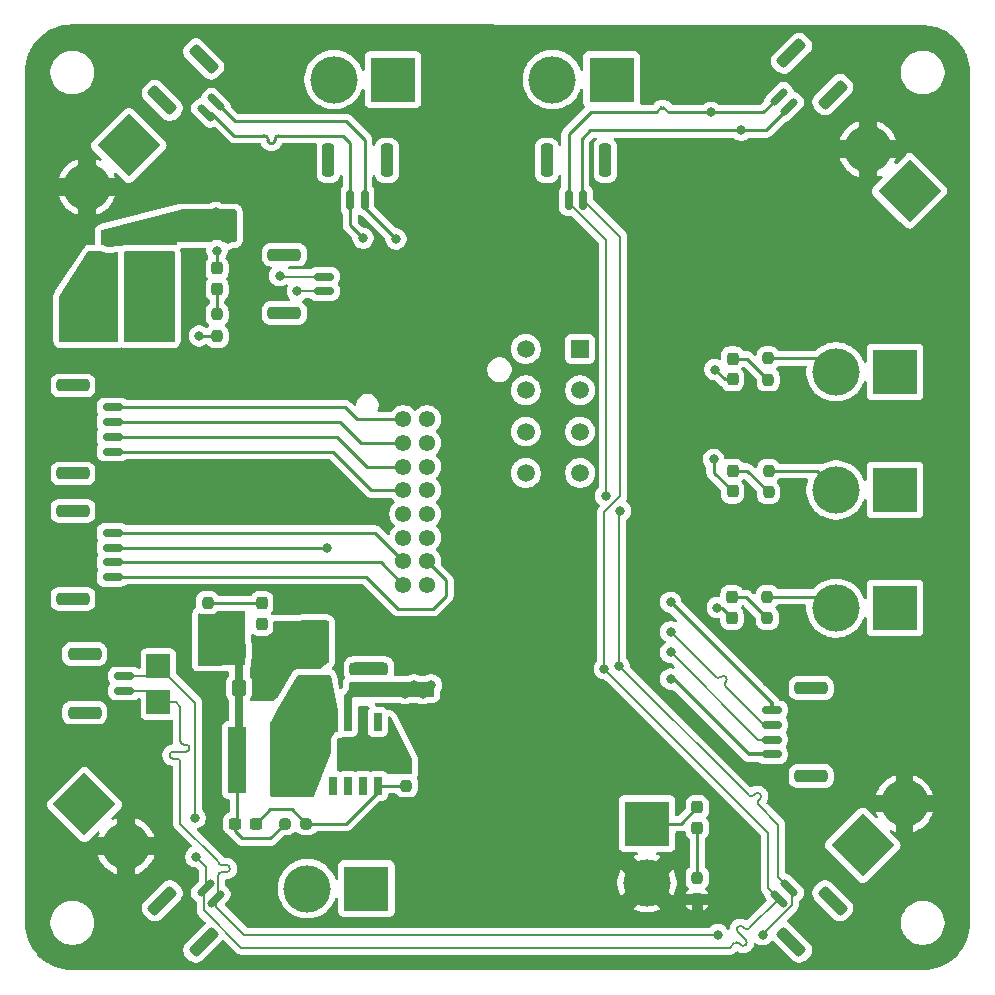
<source format=gtl>
%TF.GenerationSoftware,KiCad,Pcbnew,9.0.0*%
%TF.CreationDate,2025-04-12T13:05:06-05:00*%
%TF.ProjectId,Chassis,43686173-7369-4732-9e6b-696361645f70,rev?*%
%TF.SameCoordinates,Original*%
%TF.FileFunction,Copper,L1,Top*%
%TF.FilePolarity,Positive*%
%FSLAX46Y46*%
G04 Gerber Fmt 4.6, Leading zero omitted, Abs format (unit mm)*
G04 Created by KiCad (PCBNEW 9.0.0) date 2025-04-12 13:05:06*
%MOMM*%
%LPD*%
G01*
G04 APERTURE LIST*
G04 Aperture macros list*
%AMRoundRect*
0 Rectangle with rounded corners*
0 $1 Rounding radius*
0 $2 $3 $4 $5 $6 $7 $8 $9 X,Y pos of 4 corners*
0 Add a 4 corners polygon primitive as box body*
4,1,4,$2,$3,$4,$5,$6,$7,$8,$9,$2,$3,0*
0 Add four circle primitives for the rounded corners*
1,1,$1+$1,$2,$3*
1,1,$1+$1,$4,$5*
1,1,$1+$1,$6,$7*
1,1,$1+$1,$8,$9*
0 Add four rect primitives between the rounded corners*
20,1,$1+$1,$2,$3,$4,$5,0*
20,1,$1+$1,$4,$5,$6,$7,0*
20,1,$1+$1,$6,$7,$8,$9,0*
20,1,$1+$1,$8,$9,$2,$3,0*%
%AMRotRect*
0 Rectangle, with rotation*
0 The origin of the aperture is its center*
0 $1 length*
0 $2 width*
0 $3 Rotation angle, in degrees counterclockwise*
0 Add horizontal line*
21,1,$1,$2,0,0,$3*%
G04 Aperture macros list end*
%TA.AperFunction,ComponentPad*%
%ADD10R,3.800000X3.800000*%
%TD*%
%TA.AperFunction,ComponentPad*%
%ADD11C,4.000000*%
%TD*%
%TA.AperFunction,SMDPad,CuDef*%
%ADD12RoundRect,0.150000X0.700000X-0.150000X0.700000X0.150000X-0.700000X0.150000X-0.700000X-0.150000X0*%
%TD*%
%TA.AperFunction,SMDPad,CuDef*%
%ADD13RoundRect,0.250000X1.150000X-0.250000X1.150000X0.250000X-1.150000X0.250000X-1.150000X-0.250000X0*%
%TD*%
%TA.AperFunction,ComponentPad*%
%ADD14RotRect,3.800000X3.800000X315.000000*%
%TD*%
%TA.AperFunction,ComponentPad*%
%ADD15RotRect,3.800000X3.800000X135.000000*%
%TD*%
%TA.AperFunction,SMDPad,CuDef*%
%ADD16RoundRect,0.237500X0.237500X-0.287500X0.237500X0.287500X-0.237500X0.287500X-0.237500X-0.287500X0*%
%TD*%
%TA.AperFunction,ComponentPad*%
%ADD17R,1.520000X1.520000*%
%TD*%
%TA.AperFunction,ComponentPad*%
%ADD18C,1.520000*%
%TD*%
%TA.AperFunction,SMDPad,CuDef*%
%ADD19RoundRect,0.237500X0.237500X-0.250000X0.237500X0.250000X-0.237500X0.250000X-0.237500X-0.250000X0*%
%TD*%
%TA.AperFunction,SMDPad,CuDef*%
%ADD20RoundRect,0.237500X-0.250000X-0.237500X0.250000X-0.237500X0.250000X0.237500X-0.250000X0.237500X0*%
%TD*%
%TA.AperFunction,SMDPad,CuDef*%
%ADD21RoundRect,0.237500X-0.237500X0.287500X-0.237500X-0.287500X0.237500X-0.287500X0.237500X0.287500X0*%
%TD*%
%TA.AperFunction,ComponentPad*%
%ADD22C,1.381000*%
%TD*%
%TA.AperFunction,SMDPad,CuDef*%
%ADD23RoundRect,0.237500X-0.300000X-0.237500X0.300000X-0.237500X0.300000X0.237500X-0.300000X0.237500X0*%
%TD*%
%TA.AperFunction,SMDPad,CuDef*%
%ADD24RoundRect,0.150000X0.388909X-0.601041X0.601041X-0.388909X-0.388909X0.601041X-0.601041X0.388909X0*%
%TD*%
%TA.AperFunction,SMDPad,CuDef*%
%ADD25RoundRect,0.250000X0.636396X-0.989949X0.989949X-0.636396X-0.636396X0.989949X-0.989949X0.636396X0*%
%TD*%
%TA.AperFunction,ComponentPad*%
%ADD26RotRect,3.800000X3.800000X225.000000*%
%TD*%
%TA.AperFunction,SMDPad,CuDef*%
%ADD27RoundRect,0.150000X-0.150000X-0.700000X0.150000X-0.700000X0.150000X0.700000X-0.150000X0.700000X0*%
%TD*%
%TA.AperFunction,SMDPad,CuDef*%
%ADD28RoundRect,0.250000X-0.250000X-1.150000X0.250000X-1.150000X0.250000X1.150000X-0.250000X1.150000X0*%
%TD*%
%TA.AperFunction,SMDPad,CuDef*%
%ADD29R,2.000000X2.000000*%
%TD*%
%TA.AperFunction,SMDPad,CuDef*%
%ADD30RoundRect,0.237500X-0.237500X0.250000X-0.237500X-0.250000X0.237500X-0.250000X0.237500X0.250000X0*%
%TD*%
%TA.AperFunction,SMDPad,CuDef*%
%ADD31R,1.200000X1.200000*%
%TD*%
%TA.AperFunction,ComponentPad*%
%ADD32RotRect,3.800000X3.800000X45.000000*%
%TD*%
%TA.AperFunction,SMDPad,CuDef*%
%ADD33R,0.700000X1.522000*%
%TD*%
%TA.AperFunction,SMDPad,CuDef*%
%ADD34R,2.300000X2.300000*%
%TD*%
%TA.AperFunction,SMDPad,CuDef*%
%ADD35RoundRect,0.150000X0.601041X0.388909X0.388909X0.601041X-0.601041X-0.388909X-0.388909X-0.601041X0*%
%TD*%
%TA.AperFunction,SMDPad,CuDef*%
%ADD36RoundRect,0.250000X0.989949X0.636396X0.636396X0.989949X-0.989949X-0.636396X-0.636396X-0.989949X0*%
%TD*%
%TA.AperFunction,SMDPad,CuDef*%
%ADD37RoundRect,0.150000X-0.601041X-0.388909X-0.388909X-0.601041X0.601041X0.388909X0.388909X0.601041X0*%
%TD*%
%TA.AperFunction,SMDPad,CuDef*%
%ADD38RoundRect,0.250000X-0.989949X-0.636396X-0.636396X-0.989949X0.989949X0.636396X0.636396X0.989949X0*%
%TD*%
%TA.AperFunction,SMDPad,CuDef*%
%ADD39RoundRect,0.150000X-0.700000X0.150000X-0.700000X-0.150000X0.700000X-0.150000X0.700000X0.150000X0*%
%TD*%
%TA.AperFunction,SMDPad,CuDef*%
%ADD40RoundRect,0.250000X-1.150000X0.250000X-1.150000X-0.250000X1.150000X-0.250000X1.150000X0.250000X0*%
%TD*%
%TA.AperFunction,SMDPad,CuDef*%
%ADD41R,1.550000X5.600000*%
%TD*%
%TA.AperFunction,SMDPad,CuDef*%
%ADD42RoundRect,0.250000X-0.337500X-0.475000X0.337500X-0.475000X0.337500X0.475000X-0.337500X0.475000X0*%
%TD*%
%TA.AperFunction,SMDPad,CuDef*%
%ADD43R,2.140000X1.490000*%
%TD*%
%TA.AperFunction,SMDPad,CuDef*%
%ADD44RoundRect,0.237500X0.237500X-0.300000X0.237500X0.300000X-0.237500X0.300000X-0.237500X-0.300000X0*%
%TD*%
%TA.AperFunction,SMDPad,CuDef*%
%ADD45RoundRect,0.150000X-0.388909X0.601041X-0.601041X0.388909X0.388909X-0.601041X0.601041X-0.388909X0*%
%TD*%
%TA.AperFunction,SMDPad,CuDef*%
%ADD46RoundRect,0.250000X-0.636396X0.989949X-0.989949X0.636396X0.636396X-0.989949X0.989949X-0.636396X0*%
%TD*%
%TA.AperFunction,ViaPad*%
%ADD47C,0.800000*%
%TD*%
%TA.AperFunction,Conductor*%
%ADD48C,0.250000*%
%TD*%
%TA.AperFunction,Conductor*%
%ADD49C,0.200000*%
%TD*%
%TA.AperFunction,Conductor*%
%ADD50C,0.700000*%
%TD*%
%TA.AperFunction,Conductor*%
%ADD51C,0.350000*%
%TD*%
G04 APERTURE END LIST*
D10*
X58700000Y-49750000D03*
D11*
X53700000Y-49750000D03*
D12*
X56750000Y-81750000D03*
X56750000Y-80500000D03*
D13*
X53400000Y-83600000D03*
X53400000Y-78650000D03*
D14*
X53372614Y-91372614D03*
D11*
X56908148Y-94908148D03*
D15*
X123227387Y-39427387D03*
D11*
X119691853Y-35891853D03*
D12*
X55750000Y-72125000D03*
X55750000Y-70875000D03*
X55750000Y-69625000D03*
X55750000Y-68375000D03*
D13*
X52400000Y-73975000D03*
X52400000Y-66525000D03*
D16*
X68400000Y-76075000D03*
X68400000Y-74325000D03*
D17*
X95339998Y-52804000D03*
D18*
X95339998Y-56304001D03*
X95339998Y-59804001D03*
X95339998Y-63304002D03*
X90739997Y-52804000D03*
X90739997Y-56304001D03*
X90739997Y-59804001D03*
X90739997Y-63304002D03*
D19*
X63800000Y-76112500D03*
X63800000Y-74287500D03*
D20*
X70337500Y-93000000D03*
X72162500Y-93000000D03*
D21*
X105250000Y-91625000D03*
X105250000Y-93375000D03*
X64600000Y-45987999D03*
X64600000Y-47737999D03*
D19*
X111250000Y-55412500D03*
X111250000Y-53587500D03*
X111300000Y-64957500D03*
X111300000Y-63132500D03*
D22*
X82375000Y-58774999D03*
X80375000Y-58774999D03*
X82375000Y-60774999D03*
X80375000Y-60774999D03*
X82375000Y-62774999D03*
X80375000Y-62774999D03*
X82375000Y-64774999D03*
X80375000Y-64774999D03*
X82375000Y-66774999D03*
X80375000Y-66774999D03*
X82375000Y-68774999D03*
X80375000Y-68774999D03*
X82375000Y-70774999D03*
X80375000Y-70774999D03*
X82375000Y-72774999D03*
X80375000Y-72774999D03*
D23*
X66137500Y-93000000D03*
X67862500Y-93000000D03*
D24*
X63636768Y-32820800D03*
X64520652Y-31936916D03*
D25*
X59959813Y-31760140D03*
X63459992Y-28259961D03*
D26*
X57127387Y-35572614D03*
D11*
X53591853Y-39108148D03*
D10*
X122000000Y-74750000D03*
D11*
X117000000Y-74750000D03*
D27*
X94375000Y-40200000D03*
X95625000Y-40200000D03*
D28*
X92525000Y-36850000D03*
X97475000Y-36850000D03*
D29*
X64000000Y-78600000D03*
D30*
X64600000Y-49887500D03*
X64600000Y-51712500D03*
D10*
X122000000Y-64750000D03*
D11*
X117000000Y-64750000D03*
D30*
X105250000Y-97587500D03*
X105250000Y-99412500D03*
D31*
X58750000Y-42600000D03*
X58750000Y-45400000D03*
D32*
X119272613Y-94827387D03*
D11*
X122808147Y-91291853D03*
D10*
X77250000Y-98500000D03*
D11*
X72250000Y-98500000D03*
D16*
X55500000Y-45375000D03*
X55500000Y-43625000D03*
D10*
X122000000Y-54750000D03*
D11*
X117000000Y-54750000D03*
D33*
X74401000Y-89801999D03*
X75671000Y-89801999D03*
X76941000Y-89801999D03*
X78211000Y-89801999D03*
X78211000Y-84373999D03*
X76941000Y-84373999D03*
X75671000Y-84373999D03*
X74401000Y-84373999D03*
D34*
X76306000Y-87087999D03*
D35*
X64520652Y-99354936D03*
X63636768Y-98471052D03*
D36*
X63459992Y-103031891D03*
X59959813Y-99531712D03*
D19*
X111200000Y-75625000D03*
X111200000Y-73800000D03*
D37*
X112173348Y-31445064D03*
X113057232Y-32328948D03*
D38*
X113234008Y-27768109D03*
X116734187Y-31268288D03*
D39*
X111550000Y-83375000D03*
X111550000Y-84625000D03*
X111550000Y-85875000D03*
X111550000Y-87125000D03*
D40*
X114900000Y-81525000D03*
X114900000Y-88975000D03*
D41*
X70337000Y-87596000D03*
X66287000Y-87596000D03*
D27*
X75875000Y-40200000D03*
X77125000Y-40200000D03*
D28*
X74025000Y-36850000D03*
X78975000Y-36850000D03*
D42*
X66462500Y-78362999D03*
X68537500Y-78362999D03*
D43*
X72750000Y-81500000D03*
X72750000Y-77050000D03*
D10*
X101000000Y-93000000D03*
D11*
X101000000Y-98000000D03*
D16*
X108250000Y-64875000D03*
X108250000Y-63125000D03*
D12*
X73650000Y-47925000D03*
X73650000Y-46675000D03*
D13*
X70300000Y-49775000D03*
X70300000Y-44825000D03*
D44*
X78592000Y-81600499D03*
X78592000Y-79875499D03*
D10*
X98000000Y-30000000D03*
D11*
X93000000Y-30000000D03*
D44*
X76306000Y-81600499D03*
X76306000Y-79875499D03*
D29*
X59626000Y-79666000D03*
D42*
X66462500Y-81500000D03*
X68537500Y-81500000D03*
D29*
X59626000Y-82714000D03*
X62750000Y-42500000D03*
D12*
X55750000Y-61500000D03*
X55750000Y-60250000D03*
X55750000Y-59000000D03*
X55750000Y-57750000D03*
D13*
X52400000Y-63350000D03*
X52400000Y-55900000D03*
D10*
X79500000Y-30000000D03*
D11*
X74500000Y-30000000D03*
D16*
X108200001Y-75587500D03*
X108200001Y-73837500D03*
X108250000Y-55375000D03*
X108250000Y-53625000D03*
D45*
X113057232Y-98471052D03*
X112173348Y-99354936D03*
D46*
X116734187Y-99531712D03*
X113234008Y-103031891D03*
D19*
X80624000Y-89778499D03*
X80624000Y-87953499D03*
D47*
X62750000Y-92500000D03*
X108966000Y-34290000D03*
X62800000Y-95800000D03*
X79756000Y-43500000D03*
X97375000Y-79875000D03*
X66450000Y-77000000D03*
X65050000Y-75550000D03*
X66450000Y-75550000D03*
X65750000Y-76300000D03*
X65050000Y-77000000D03*
X70845000Y-77356000D03*
X78325000Y-86098999D03*
X69750000Y-78500000D03*
X78075000Y-87598999D03*
X68050999Y-79895999D03*
X77423600Y-79921399D03*
X70750000Y-79250000D03*
X64600000Y-44480000D03*
X79325000Y-86848999D03*
X106950000Y-74700000D03*
X106750000Y-54550000D03*
X106650000Y-62150000D03*
X73899998Y-69700000D03*
X103000000Y-80750000D03*
X103000000Y-76750000D03*
X103000000Y-78500000D03*
X64500000Y-42750000D03*
X82000000Y-82000000D03*
X63100000Y-51712500D03*
X80500000Y-82000000D03*
X65500000Y-43500000D03*
X61000000Y-41750000D03*
X65500000Y-42000000D03*
X61000000Y-43250000D03*
X60250000Y-42500000D03*
X81250000Y-81250000D03*
X64500000Y-41250000D03*
X82750000Y-81250000D03*
X103000000Y-74250000D03*
X71400000Y-47900000D03*
X69900000Y-46600000D03*
X76962000Y-43434000D03*
X98625000Y-79625000D03*
X110800000Y-102400000D03*
X106426000Y-32766000D03*
X97500000Y-65250000D03*
X107000000Y-102400000D03*
X98750000Y-66500000D03*
D48*
X95500000Y-35000000D02*
X95500000Y-40075000D01*
D49*
X109239876Y-101864142D02*
X109239877Y-101864142D01*
X66669685Y-103500000D02*
X63469611Y-100299926D01*
X111250000Y-93750000D02*
X111250000Y-98431588D01*
X62750000Y-82790000D02*
X62750000Y-92500000D01*
X108685448Y-101733977D02*
X108685447Y-101733977D01*
X63469611Y-100299926D02*
X63469611Y-98638209D01*
X108945757Y-103267084D02*
X108815612Y-103136939D01*
X108391347Y-103136938D02*
X108028284Y-103500000D01*
X59626000Y-79666000D02*
X62750000Y-82790000D01*
X97375000Y-69550000D02*
X97375000Y-66625000D01*
X111250000Y-98431588D02*
X112173348Y-99354936D01*
D48*
X64520652Y-31936916D02*
X66083736Y-33500000D01*
D49*
X63636768Y-96636768D02*
X63636768Y-98471052D01*
X56750000Y-80500000D02*
X58792000Y-80500000D01*
X108685447Y-102158241D02*
X109370023Y-102842817D01*
X98750000Y-65250000D02*
X98750000Y-43325000D01*
D48*
X77125000Y-35125000D02*
X77125000Y-40200000D01*
X66083736Y-33500000D02*
X75500000Y-33500000D01*
D49*
X97375000Y-69550000D02*
X97375000Y-79875000D01*
X97375000Y-66625000D02*
X98750000Y-65250000D01*
D48*
X75500000Y-33500000D02*
X77125000Y-35125000D01*
D49*
X108391348Y-103136939D02*
X108391347Y-103136938D01*
X109239877Y-101864142D02*
X109109712Y-101733977D01*
D48*
X108966000Y-34290000D02*
X111096180Y-34290000D01*
D49*
X97375000Y-79875000D02*
X111250000Y-93750000D01*
D48*
X108966000Y-34290000D02*
X96210000Y-34290000D01*
X111096180Y-34290000D02*
X113057232Y-32328948D01*
D49*
X62800000Y-95800000D02*
X63636768Y-96636768D01*
X108028284Y-103500000D02*
X66669685Y-103500000D01*
D48*
X79756000Y-43500000D02*
X77125000Y-40869000D01*
X96210000Y-34290000D02*
X95500000Y-35000000D01*
D49*
X112173348Y-99354936D02*
X109664142Y-101864142D01*
X98750000Y-43325000D02*
X95625000Y-40200000D01*
X109370023Y-103267081D02*
X109370021Y-103267084D01*
X109370021Y-103267084D02*
G75*
G02*
X108945757Y-103267084I-212132J212132D01*
G01*
X109370023Y-102842817D02*
G75*
G02*
X109369974Y-103267032I-212123J-212083D01*
G01*
X108815612Y-103136939D02*
G75*
G03*
X108391348Y-103136939I-212132J-212132D01*
G01*
X108685447Y-101733977D02*
G75*
G03*
X108685456Y-102158232I212153J-212123D01*
G01*
X109109712Y-101733977D02*
G75*
G03*
X108685448Y-101733977I-212132J-212132D01*
G01*
X109664142Y-101864142D02*
G75*
G02*
X109239876Y-101864142I-212133J212134D01*
G01*
D48*
X66287000Y-87596000D02*
X66287000Y-92850500D01*
D50*
X66500000Y-78563500D02*
X66299500Y-78363000D01*
X66500000Y-81645500D02*
X66287000Y-81432500D01*
D48*
X66750000Y-94250000D02*
X69087500Y-94250000D01*
D50*
X66299500Y-78362999D02*
X64237001Y-78362999D01*
D48*
X66137500Y-93637500D02*
X66750000Y-94250000D01*
D50*
X66500000Y-81219500D02*
X66500000Y-78563500D01*
X66287000Y-87595999D02*
X66500000Y-87382999D01*
D48*
X64000000Y-78600000D02*
X64000000Y-76287500D01*
X66137500Y-93000000D02*
X66137500Y-93637500D01*
D50*
X66500000Y-87382999D02*
X66500000Y-81645500D01*
X66299500Y-81420000D02*
X66500000Y-81219500D01*
D48*
X69087500Y-94250000D02*
X70337500Y-93000000D01*
X66287000Y-92850500D02*
X66137500Y-93000000D01*
X64600000Y-45988000D02*
X64600000Y-44480000D01*
X107312501Y-74700000D02*
X108200001Y-75587500D01*
X106950000Y-74700000D02*
X107312501Y-74700000D01*
X68400000Y-74325000D02*
X63837500Y-74325000D01*
X64600000Y-47738000D02*
X64600000Y-49887500D01*
X106750000Y-54550000D02*
X107575000Y-55375000D01*
X103875000Y-93000000D02*
X105250000Y-91625000D01*
X101000000Y-93000000D02*
X103875000Y-93000000D01*
X107575000Y-55375000D02*
X108250000Y-55375000D01*
X109412500Y-73837500D02*
X111200000Y-75625000D01*
X108200001Y-73837500D02*
X109412500Y-73837500D01*
X109462500Y-53625000D02*
X111250000Y-55412500D01*
X108250000Y-53625000D02*
X109462500Y-53625000D01*
X106650000Y-62150000D02*
X106650000Y-63275000D01*
X106650000Y-63275000D02*
X108250000Y-64875000D01*
X67862500Y-93000000D02*
X69112500Y-91750000D01*
X69112500Y-91750000D02*
X70912500Y-91750000D01*
X72162500Y-93000000D02*
X75503999Y-93000000D01*
X75503999Y-93000000D02*
X78211000Y-90292999D01*
X78211000Y-90292999D02*
X78211000Y-89801999D01*
X78211000Y-89802000D02*
X80600500Y-89802000D01*
X70912500Y-91750000D02*
X72162500Y-93000000D01*
X105250000Y-93375000D02*
X105250000Y-97587500D01*
X55750000Y-70875000D02*
X78475001Y-70875000D01*
X78475001Y-70875000D02*
X80375000Y-72774999D01*
X73824998Y-69625000D02*
X73899998Y-69700000D01*
X55750000Y-69625000D02*
X73824998Y-69625000D01*
X77975001Y-68375000D02*
X80375000Y-70774999D01*
X55750000Y-68375000D02*
X77975001Y-68375000D01*
X105250000Y-99412500D02*
X102412500Y-99412500D01*
X102412500Y-99412500D02*
X101000000Y-98000000D01*
X79900000Y-74800000D02*
X82900000Y-74800000D01*
X82900000Y-74800000D02*
X84000000Y-73700000D01*
X55750000Y-72125000D02*
X77225000Y-72125000D01*
X84000000Y-73700000D02*
X84000000Y-72399999D01*
X84000000Y-72399999D02*
X82375000Y-70774999D01*
X77225000Y-72125000D02*
X79900000Y-74800000D01*
X111200000Y-73800000D02*
X116050000Y-73800000D01*
X109467500Y-63125000D02*
X111300000Y-64957500D01*
X108250000Y-63125000D02*
X109467500Y-63125000D01*
X77274998Y-62774998D02*
X74750000Y-60250000D01*
X74750000Y-60250000D02*
X55750000Y-60250000D01*
X80375000Y-62774998D02*
X77274998Y-62774998D01*
X76774999Y-60774999D02*
X75000000Y-59000000D01*
X80375000Y-60774999D02*
X76774999Y-60774999D01*
X75000000Y-59000000D02*
X55750000Y-59000000D01*
D51*
X109625000Y-87125000D02*
X111550000Y-87125000D01*
X103250000Y-80750000D02*
X109625000Y-87125000D01*
X103000000Y-80750000D02*
X103250000Y-80750000D01*
D49*
X107243103Y-80574999D02*
X107243102Y-80575000D01*
X107667365Y-80999263D02*
X107667366Y-80999265D01*
X107661204Y-80575000D02*
X107667365Y-80581161D01*
X107667366Y-81417367D02*
X107673528Y-81423528D01*
X107673528Y-81423528D02*
X110875000Y-84625000D01*
X103000000Y-76750000D02*
X106825000Y-80575000D01*
X107243102Y-80575000D02*
G75*
G02*
X107661204Y-80575000I209051J-209054D01*
G01*
X107667366Y-80999265D02*
G75*
G03*
X107667382Y-81417351I209034J-209035D01*
G01*
X106825000Y-80575000D02*
G75*
G03*
X107243152Y-80575048I209100J209100D01*
G01*
X107667365Y-80581161D02*
G75*
G02*
X107667353Y-80999251I-209065J-209039D01*
G01*
X110375000Y-85875000D02*
X111550000Y-85875000D01*
X103000000Y-78500000D02*
X110375000Y-85875000D01*
D48*
X80375000Y-58774999D02*
X76474999Y-58774999D01*
X76474999Y-58774999D02*
X75450000Y-57750000D01*
X75450000Y-57750000D02*
X55750000Y-57750000D01*
X115837500Y-53587500D02*
X117000000Y-54750000D01*
X111250000Y-53587500D02*
X115837500Y-53587500D01*
D50*
X78592000Y-81600500D02*
X76305999Y-81600499D01*
D48*
X64600000Y-51712500D02*
X63100000Y-51712500D01*
D50*
X76305999Y-81600499D02*
X75671000Y-82235499D01*
X75671000Y-82235499D02*
X75671000Y-84373999D01*
D48*
X111300000Y-63132500D02*
X115382500Y-63132500D01*
X115382500Y-63132500D02*
X117000000Y-64750000D01*
X74400000Y-61500000D02*
X77674999Y-64774999D01*
X55750000Y-61500000D02*
X74400000Y-61500000D01*
X77674999Y-64774999D02*
X80375000Y-64774999D01*
D51*
X103000000Y-74250000D02*
X111550000Y-82800000D01*
X111550000Y-82800000D02*
X111550000Y-83375000D01*
D49*
X71425000Y-47925000D02*
X71400000Y-47900000D01*
X73650000Y-47925000D02*
X71425000Y-47925000D01*
X69975000Y-46675000D02*
X73650000Y-46675000D01*
X69900000Y-46600000D02*
X69975000Y-46675000D01*
D48*
X96250000Y-32750000D02*
X101826954Y-32750000D01*
D49*
X61500000Y-93000000D02*
X64687809Y-96187809D01*
X110024264Y-90600000D02*
X110148219Y-90476046D01*
D48*
X102426954Y-32376954D02*
X102200000Y-32376954D01*
D49*
X60874538Y-86900000D02*
X61975453Y-86900000D01*
X58662000Y-81750000D02*
X59626000Y-82714000D01*
X64687809Y-97400000D02*
X64687809Y-99187779D01*
X98625000Y-66625000D02*
X98750000Y-66500000D01*
X64687809Y-96187809D02*
X64687809Y-96200000D01*
X110572483Y-90900310D02*
X110448527Y-91024263D01*
X97500000Y-43561396D02*
X94375000Y-40436396D01*
X98625000Y-69550000D02*
X98625000Y-66625000D01*
X61500000Y-87800000D02*
X61500000Y-93000000D01*
X98625000Y-79625000D02*
X109600000Y-90600000D01*
X112125000Y-93125000D02*
X112125000Y-97538820D01*
D48*
X64128620Y-32820800D02*
X63636768Y-32820800D01*
D49*
X64987809Y-96500000D02*
X65387809Y-96500000D01*
D48*
X106426000Y-32766000D02*
X106410000Y-32750000D01*
D49*
X110448528Y-91448528D02*
X112125000Y-93125000D01*
D48*
X68600000Y-34750000D02*
X66175522Y-34750000D01*
X96250000Y-32750000D02*
X94375000Y-34625000D01*
D49*
X110800000Y-102354630D02*
X113250000Y-99904630D01*
X113250000Y-99904630D02*
X113250000Y-98663820D01*
X56750000Y-81750000D02*
X58662000Y-81750000D01*
X60874538Y-87500000D02*
X61200000Y-87500000D01*
D48*
X68900000Y-35146855D02*
X68900000Y-35050000D01*
D49*
X98625000Y-69550000D02*
X98625000Y-79625000D01*
X65387809Y-97100000D02*
X64987809Y-97100000D01*
D48*
X106410000Y-32750000D02*
X102800000Y-32750000D01*
X69500000Y-35050000D02*
X69500000Y-35146855D01*
X75875000Y-42347000D02*
X75875000Y-40200000D01*
X106426000Y-32766000D02*
X110852412Y-32766000D01*
D49*
X61800000Y-86300000D02*
X61975453Y-86300000D01*
D48*
X76962000Y-43434000D02*
X75875000Y-42347000D01*
D49*
X107000000Y-102400000D02*
X66900000Y-102400000D01*
X97500000Y-65250000D02*
X97500000Y-43561396D01*
X59626000Y-82714000D02*
X61114000Y-82714000D01*
D48*
X94375000Y-34625000D02*
X94375000Y-40200000D01*
D49*
X110448527Y-91448527D02*
X110448528Y-91448528D01*
X61500000Y-83100000D02*
X61500000Y-86000000D01*
X61114000Y-82714000D02*
X61500000Y-83100000D01*
X110800000Y-102400000D02*
X110800000Y-102354630D01*
X112125000Y-97538820D02*
X113057232Y-98471052D01*
D48*
X75250000Y-34750000D02*
X69800000Y-34750000D01*
D49*
X110024265Y-90599999D02*
X110024264Y-90600000D01*
D48*
X66175522Y-34750000D02*
X66057820Y-34750000D01*
X110852412Y-32766000D02*
X112173348Y-31445064D01*
X75875000Y-35375000D02*
X75250000Y-34750000D01*
D49*
X64520652Y-100020652D02*
X64520652Y-99354936D01*
X110572482Y-90900311D02*
X110572483Y-90900310D01*
D48*
X66057820Y-34750000D02*
X64128620Y-32820800D01*
X75875000Y-40200000D02*
X75875000Y-35375000D01*
D49*
X66900000Y-102400000D02*
X64520652Y-100020652D01*
D48*
X69800000Y-34750000D02*
G75*
G03*
X69500000Y-35050000I0J-300000D01*
G01*
D49*
X64687809Y-96200000D02*
G75*
G03*
X64987809Y-96499991I299991J0D01*
G01*
X110148219Y-90476046D02*
G75*
G02*
X110572483Y-90476046I212132J-212132D01*
G01*
D48*
X102613477Y-32563477D02*
G75*
G03*
X102426954Y-32377023I-186477J-23D01*
G01*
D49*
X64987809Y-97100000D02*
G75*
G03*
X64687800Y-97400000I-9J-300000D01*
G01*
X65387809Y-96500000D02*
G75*
G02*
X65687800Y-96800000I-9J-300000D01*
G01*
D48*
X68900000Y-35050000D02*
G75*
G03*
X68600000Y-34750000I-300000J0D01*
G01*
D49*
X61200000Y-87500000D02*
G75*
G02*
X61500000Y-87800000I0J-300000D01*
G01*
X60874538Y-86900000D02*
G75*
G03*
X60574500Y-87200000I-38J-300000D01*
G01*
X65687809Y-96800000D02*
G75*
G02*
X65387809Y-97100009I-300009J0D01*
G01*
X62275453Y-86600000D02*
G75*
G02*
X61975453Y-86899953I-299953J0D01*
G01*
X61500000Y-86000000D02*
G75*
G03*
X61800000Y-86300000I300000J0D01*
G01*
D48*
X102200000Y-32376954D02*
G75*
G03*
X102013454Y-32563477I0J-186546D01*
G01*
D49*
X110448527Y-91024263D02*
G75*
G03*
X110448522Y-91448532I212173J-212137D01*
G01*
D48*
X102800000Y-32750000D02*
G75*
G02*
X102613500Y-32563477I0J186500D01*
G01*
X69200000Y-35446855D02*
G75*
G02*
X68900045Y-35146855I0J299955D01*
G01*
D49*
X61975453Y-86300000D02*
G75*
G02*
X62275500Y-86600000I47J-300000D01*
G01*
D48*
X102013477Y-32563477D02*
G75*
G02*
X101826954Y-32749977I-186477J-23D01*
G01*
D49*
X110572483Y-90476046D02*
G75*
G02*
X110572504Y-90900333I-212183J-212154D01*
G01*
X60574538Y-87200000D02*
G75*
G03*
X60874538Y-87499962I299962J0D01*
G01*
D48*
X69500000Y-35146855D02*
G75*
G02*
X69200000Y-35446900I-300000J-45D01*
G01*
D49*
X109600000Y-90600000D02*
G75*
G03*
X110024233Y-90599967I212100J212100D01*
G01*
%TA.AperFunction,Conductor*%
G36*
X77460853Y-83090684D02*
G01*
X77506608Y-83143488D01*
X77516552Y-83212646D01*
X77493081Y-83269310D01*
X77417203Y-83370668D01*
X77417202Y-83370670D01*
X77366908Y-83505516D01*
X77360501Y-83565115D01*
X77360500Y-83565134D01*
X77360500Y-85182869D01*
X77360501Y-85182875D01*
X77366908Y-85242482D01*
X77417202Y-85377327D01*
X77417206Y-85377334D01*
X77503452Y-85492543D01*
X77503455Y-85492546D01*
X77618664Y-85578792D01*
X77618671Y-85578796D01*
X77753517Y-85629090D01*
X77753516Y-85629090D01*
X77760444Y-85629834D01*
X77813127Y-85635499D01*
X78608872Y-85635498D01*
X78668483Y-85629090D01*
X78803331Y-85578795D01*
X78918546Y-85492545D01*
X79004796Y-85377330D01*
X79055091Y-85242482D01*
X79061500Y-85182872D01*
X79061499Y-84002265D01*
X79081184Y-83935227D01*
X79133987Y-83889472D01*
X79203146Y-83879528D01*
X79266702Y-83908553D01*
X79295771Y-83945555D01*
X81118272Y-87489306D01*
X81132000Y-87546017D01*
X81132000Y-88661999D01*
X81112315Y-88729038D01*
X81059511Y-88774793D01*
X81008000Y-88785999D01*
X79057381Y-88785999D01*
X78990342Y-88766314D01*
X78958116Y-88736312D01*
X78918546Y-88683453D01*
X78889887Y-88661999D01*
X78803335Y-88597205D01*
X78803328Y-88597201D01*
X78668482Y-88546907D01*
X78668483Y-88546907D01*
X78608883Y-88540500D01*
X78608881Y-88540499D01*
X78608873Y-88540499D01*
X78608864Y-88540499D01*
X77813129Y-88540499D01*
X77813123Y-88540500D01*
X77753515Y-88546908D01*
X77619332Y-88596954D01*
X77549640Y-88601938D01*
X77532668Y-88596954D01*
X77398485Y-88546908D01*
X77398483Y-88546907D01*
X77338883Y-88540500D01*
X77338881Y-88540499D01*
X77338873Y-88540499D01*
X77338864Y-88540499D01*
X76543129Y-88540499D01*
X76543123Y-88540500D01*
X76483515Y-88546908D01*
X76349332Y-88596954D01*
X76279640Y-88601938D01*
X76262668Y-88596954D01*
X76128485Y-88546908D01*
X76128483Y-88546907D01*
X76068883Y-88540500D01*
X76068881Y-88540499D01*
X76068873Y-88540499D01*
X76068864Y-88540499D01*
X75273129Y-88540499D01*
X75273123Y-88540500D01*
X75213515Y-88546908D01*
X75079332Y-88596954D01*
X75052976Y-88598838D01*
X75027155Y-88604456D01*
X75014110Y-88601618D01*
X75009640Y-88601938D01*
X74992668Y-88596954D01*
X74862668Y-88548468D01*
X74806734Y-88506597D01*
X74782316Y-88441133D01*
X74782000Y-88432286D01*
X74782000Y-85844380D01*
X74801685Y-85777341D01*
X74854489Y-85731586D01*
X74887138Y-85721823D01*
X75438891Y-85636939D01*
X75457725Y-85635498D01*
X76068872Y-85635498D01*
X76128483Y-85629090D01*
X76263331Y-85578795D01*
X76378546Y-85492545D01*
X76378687Y-85492355D01*
X76433001Y-85484000D01*
X76433000Y-85419803D01*
X76464796Y-85377330D01*
X76515091Y-85242482D01*
X76521500Y-85182872D01*
X76521500Y-84457766D01*
X76521500Y-83194999D01*
X76541185Y-83127960D01*
X76593989Y-83082205D01*
X76645495Y-83070999D01*
X77393816Y-83070999D01*
X77460853Y-83090684D01*
G37*
%TD.AperFunction*%
%TA.AperFunction,Conductor*%
G36*
X82943039Y-81019685D02*
G01*
X82988794Y-81072489D01*
X83000000Y-81124000D01*
X83000000Y-82126000D01*
X82980315Y-82193039D01*
X82927511Y-82238794D01*
X82876000Y-82250000D01*
X75874000Y-82250000D01*
X75806961Y-82230315D01*
X75761206Y-82177511D01*
X75750000Y-82126000D01*
X75750000Y-81124000D01*
X75769685Y-81056961D01*
X75822489Y-81011206D01*
X75874000Y-81000000D01*
X82876000Y-81000000D01*
X82943039Y-81019685D01*
G37*
%TD.AperFunction*%
%TA.AperFunction,Conductor*%
G36*
X66193039Y-41019685D02*
G01*
X66238794Y-41072489D01*
X66250000Y-41124000D01*
X66250000Y-43626000D01*
X66230315Y-43693039D01*
X66177511Y-43738794D01*
X66126000Y-43750000D01*
X65165950Y-43750000D01*
X65098911Y-43730315D01*
X65097112Y-43729137D01*
X65026547Y-43681987D01*
X65026540Y-43681983D01*
X64862667Y-43614106D01*
X64862658Y-43614103D01*
X64688694Y-43579500D01*
X64688691Y-43579500D01*
X64511309Y-43579500D01*
X64511306Y-43579500D01*
X64337341Y-43614103D01*
X64337332Y-43614106D01*
X64173459Y-43681983D01*
X64173452Y-43681987D01*
X64139904Y-43704403D01*
X64102939Y-43729102D01*
X64036264Y-43749980D01*
X64034050Y-43750000D01*
X61249999Y-43750000D01*
X61186721Y-43939831D01*
X61146847Y-43997205D01*
X61082284Y-44023914D01*
X61034151Y-44019595D01*
X61018428Y-44014978D01*
X61018422Y-44014977D01*
X61018417Y-44014976D01*
X61018416Y-44014976D01*
X60876000Y-43994500D01*
X56873813Y-43994500D01*
X56800141Y-44004335D01*
X56741200Y-44012204D01*
X56741195Y-44012205D01*
X56678431Y-44029268D01*
X56555105Y-44081141D01*
X56522585Y-44107099D01*
X56457910Y-44133537D01*
X56391641Y-44122010D01*
X56346317Y-44100290D01*
X56346318Y-44100290D01*
X56279653Y-44079369D01*
X56279647Y-44079368D01*
X56137645Y-44056263D01*
X56137638Y-44056262D01*
X55994873Y-44074101D01*
X55994871Y-44074101D01*
X55927442Y-44092553D01*
X55927440Y-44092554D01*
X55913775Y-44098493D01*
X55903357Y-44102473D01*
X55794194Y-44138645D01*
X55767843Y-44144292D01*
X55767258Y-44144352D01*
X55754606Y-44144999D01*
X55245393Y-44144999D01*
X55232805Y-44144358D01*
X55232217Y-44144298D01*
X55205801Y-44138644D01*
X55190388Y-44133537D01*
X55177328Y-44129209D01*
X55151238Y-44117043D01*
X55114580Y-44094433D01*
X55104507Y-44088220D01*
X55104505Y-44088219D01*
X54977056Y-44032141D01*
X54977053Y-44032140D01*
X54963497Y-44028295D01*
X54911959Y-44013679D01*
X54856920Y-44006025D01*
X54793231Y-43977294D01*
X54755185Y-43918691D01*
X54750000Y-43883207D01*
X54750000Y-42845951D01*
X54769685Y-42778912D01*
X54822489Y-42733157D01*
X54842873Y-42725921D01*
X61484695Y-41003968D01*
X61515814Y-41000000D01*
X66126000Y-41000000D01*
X66193039Y-41019685D01*
G37*
%TD.AperFunction*%
%TA.AperFunction,Conductor*%
G36*
X74166210Y-80419685D02*
G01*
X74211965Y-80472489D01*
X74220565Y-80498710D01*
X74817894Y-83365891D01*
X74820500Y-83391181D01*
X74820500Y-85121787D01*
X74800815Y-85188826D01*
X74748011Y-85234581D01*
X74732029Y-85240588D01*
X74709660Y-85247277D01*
X74644496Y-85271766D01*
X74523462Y-85349551D01*
X74523451Y-85349559D01*
X74470659Y-85395303D01*
X74376433Y-85504044D01*
X74376430Y-85504048D01*
X74316664Y-85634914D01*
X74296976Y-85701962D01*
X74276500Y-85844381D01*
X74276500Y-86970444D01*
X74267900Y-87015820D01*
X72830915Y-90670375D01*
X72788063Y-90725561D01*
X72722179Y-90748820D01*
X72715515Y-90748999D01*
X69249000Y-90748999D01*
X69181961Y-90729314D01*
X69136206Y-90676510D01*
X69125000Y-90624999D01*
X69125000Y-84432794D01*
X69141214Y-84371491D01*
X69698766Y-83391181D01*
X71364341Y-80462696D01*
X71414595Y-80414155D01*
X71472127Y-80400000D01*
X74099171Y-80400000D01*
X74166210Y-80419685D01*
G37*
%TD.AperFunction*%
%TA.AperFunction,Conductor*%
G36*
X66943039Y-75019685D02*
G01*
X66988794Y-75072489D01*
X67000000Y-75124000D01*
X67000000Y-79476000D01*
X66980315Y-79543039D01*
X66927511Y-79588794D01*
X66876000Y-79600000D01*
X63124000Y-79600000D01*
X63056961Y-79580315D01*
X63011206Y-79527511D01*
X63000000Y-79476000D01*
X63000000Y-75279816D01*
X63019685Y-75212777D01*
X63072489Y-75167022D01*
X63141647Y-75157078D01*
X63189097Y-75174278D01*
X63248475Y-75210903D01*
X63248478Y-75210904D01*
X63248484Y-75210908D01*
X63412247Y-75265174D01*
X63513323Y-75275500D01*
X64086676Y-75275499D01*
X64086684Y-75275498D01*
X64086687Y-75275498D01*
X64142030Y-75269844D01*
X64187753Y-75265174D01*
X64351516Y-75210908D01*
X64498350Y-75120340D01*
X64582371Y-75036319D01*
X64643694Y-75002834D01*
X64670052Y-75000000D01*
X66876000Y-75000000D01*
X66943039Y-75019685D01*
G37*
%TD.AperFunction*%
%TA.AperFunction,Conductor*%
G36*
X78731039Y-79331485D02*
G01*
X78776794Y-79384289D01*
X78788000Y-79435800D01*
X78788000Y-80305400D01*
X78768315Y-80372439D01*
X78715511Y-80418194D01*
X78664000Y-80429400D01*
X76233200Y-80429400D01*
X76166161Y-80409715D01*
X76120406Y-80356911D01*
X76109200Y-80305400D01*
X76109201Y-79435800D01*
X76128886Y-79368760D01*
X76181690Y-79323006D01*
X76233201Y-79311800D01*
X78664000Y-79311800D01*
X78731039Y-79331485D01*
G37*
%TD.AperFunction*%
%TA.AperFunction,Conductor*%
G36*
X54839134Y-44518461D02*
G01*
X54948477Y-44585904D01*
X54948478Y-44585904D01*
X54948484Y-44585908D01*
X55112247Y-44640174D01*
X55213323Y-44650500D01*
X55786676Y-44650499D01*
X55786684Y-44650498D01*
X55786687Y-44650498D01*
X55842030Y-44644844D01*
X55887753Y-44640174D01*
X56051516Y-44585908D01*
X56060901Y-44580118D01*
X56128292Y-44561677D01*
X56194957Y-44582598D01*
X56239727Y-44636239D01*
X56250000Y-44685656D01*
X56250000Y-52126000D01*
X56230315Y-52193039D01*
X56177511Y-52238794D01*
X56126000Y-52250000D01*
X51374000Y-52250000D01*
X51306961Y-52230315D01*
X51261206Y-52177511D01*
X51250000Y-52126000D01*
X51250000Y-48287544D01*
X51269685Y-48220505D01*
X51270826Y-48218761D01*
X53713189Y-44555217D01*
X53766754Y-44510356D01*
X53816363Y-44500000D01*
X54774038Y-44500000D01*
X54839134Y-44518461D01*
G37*
%TD.AperFunction*%
%TA.AperFunction,Conductor*%
G36*
X60943039Y-44519685D02*
G01*
X60988794Y-44572489D01*
X61000000Y-44624000D01*
X61000000Y-52126000D01*
X60980315Y-52193039D01*
X60927511Y-52238794D01*
X60876000Y-52250000D01*
X56879500Y-52250000D01*
X56812461Y-52230315D01*
X56766706Y-52177511D01*
X56755500Y-52126000D01*
X56755500Y-44685665D01*
X56755500Y-44685656D01*
X56750464Y-44636685D01*
X56763187Y-44567983D01*
X56811033Y-44517067D01*
X56873813Y-44500000D01*
X60876000Y-44500000D01*
X60943039Y-44519685D01*
G37*
%TD.AperFunction*%
%TA.AperFunction,Conductor*%
G36*
X74017098Y-75806206D02*
G01*
X74063326Y-75858597D01*
X74075000Y-75911121D01*
X74075000Y-79283594D01*
X74055315Y-79350633D01*
X74021020Y-79385932D01*
X73583243Y-79685465D01*
X73309390Y-79872838D01*
X73242946Y-79894448D01*
X73239369Y-79894500D01*
X71472127Y-79894500D01*
X71441934Y-79898159D01*
X71351354Y-79909139D01*
X71293831Y-79923291D01*
X71293828Y-79923292D01*
X71180063Y-79966354D01*
X71180061Y-79966356D01*
X71063399Y-80050573D01*
X71013163Y-80099097D01*
X71013145Y-80099115D01*
X70924940Y-80212783D01*
X70924930Y-80212798D01*
X69736588Y-82302190D01*
X69698823Y-82343225D01*
X69356661Y-82577338D01*
X69290218Y-82598948D01*
X69286640Y-82599000D01*
X67519069Y-82599000D01*
X67452030Y-82579315D01*
X67406275Y-82526511D01*
X67396331Y-82457353D01*
X67413528Y-82409906D01*
X67484814Y-82294334D01*
X67539999Y-82127797D01*
X67550500Y-82025009D01*
X67550499Y-80974992D01*
X67539999Y-80872203D01*
X67484814Y-80705666D01*
X67392712Y-80556344D01*
X67386819Y-80550451D01*
X67353334Y-80489128D01*
X67350500Y-80462770D01*
X67350500Y-79926135D01*
X67370185Y-79859096D01*
X67380789Y-79844931D01*
X67405564Y-79816339D01*
X67405567Y-79816336D01*
X67465338Y-79685459D01*
X67485023Y-79618420D01*
X67485024Y-79618416D01*
X67505500Y-79476000D01*
X67505500Y-79114915D01*
X67511794Y-79075911D01*
X67539999Y-78990796D01*
X67550500Y-78888008D01*
X67550499Y-77837991D01*
X67539999Y-77735202D01*
X67511794Y-77650084D01*
X67505500Y-77611080D01*
X67505500Y-77046370D01*
X67525185Y-76979331D01*
X67577989Y-76933576D01*
X67647147Y-76923632D01*
X67694099Y-76943823D01*
X67695503Y-76941548D01*
X67701648Y-76945338D01*
X67701650Y-76945340D01*
X67848484Y-77035908D01*
X68012247Y-77090174D01*
X68113323Y-77100500D01*
X68686676Y-77100499D01*
X68686684Y-77100498D01*
X68686687Y-77100498D01*
X68742030Y-77094844D01*
X68787753Y-77090174D01*
X68951516Y-77035908D01*
X69098350Y-76945340D01*
X69220340Y-76823350D01*
X69310908Y-76676516D01*
X69365174Y-76512753D01*
X69375500Y-76411677D01*
X69375499Y-75951181D01*
X69395183Y-75884144D01*
X69447987Y-75838389D01*
X69498378Y-75827188D01*
X73949884Y-75787126D01*
X74017098Y-75806206D01*
G37*
%TD.AperFunction*%
%TA.AperFunction,Conductor*%
G36*
X124295737Y-25400448D02*
G01*
X124344259Y-25400500D01*
X124344270Y-25400503D01*
X124349855Y-25400632D01*
X124677403Y-25415775D01*
X124683794Y-25416237D01*
X124758695Y-25423614D01*
X124763651Y-25424204D01*
X125050199Y-25464176D01*
X125057207Y-25465360D01*
X125126026Y-25479049D01*
X125130093Y-25479932D01*
X125417629Y-25547560D01*
X125425174Y-25549589D01*
X125482880Y-25567094D01*
X125486134Y-25568132D01*
X125776215Y-25665358D01*
X125784189Y-25668342D01*
X125823884Y-25684784D01*
X125826425Y-25685871D01*
X126122511Y-25816606D01*
X126130870Y-25820678D01*
X126140995Y-25826089D01*
X126142757Y-25827049D01*
X126447458Y-25996768D01*
X126457190Y-26002794D01*
X126552555Y-26068120D01*
X126652754Y-26136758D01*
X126752512Y-26205093D01*
X126761649Y-26211994D01*
X126890502Y-26318992D01*
X127037035Y-26440671D01*
X127045499Y-26448387D01*
X127298612Y-26701500D01*
X127306328Y-26709964D01*
X127535003Y-26985347D01*
X127541906Y-26994487D01*
X127744205Y-27289809D01*
X127750234Y-27299546D01*
X127919907Y-27604165D01*
X127920909Y-27606003D01*
X127926320Y-27616128D01*
X127930392Y-27624487D01*
X128061111Y-27920537D01*
X128062237Y-27923168D01*
X128078641Y-27962769D01*
X128081652Y-27970816D01*
X128088925Y-27992516D01*
X128178840Y-28260785D01*
X128179929Y-28264196D01*
X128197401Y-28321794D01*
X128199446Y-28329399D01*
X128267051Y-28616838D01*
X128267963Y-28621038D01*
X128281633Y-28689764D01*
X128282826Y-28696823D01*
X128322793Y-28983341D01*
X128323385Y-28988318D01*
X128330759Y-29063186D01*
X128331224Y-29069613D01*
X128346368Y-29397145D01*
X128346500Y-29402872D01*
X128346500Y-101397127D01*
X128346368Y-101402854D01*
X128331224Y-101730385D01*
X128330759Y-101736812D01*
X128323385Y-101811680D01*
X128322793Y-101816657D01*
X128282826Y-102103175D01*
X128281633Y-102110234D01*
X128267963Y-102178960D01*
X128267051Y-102183160D01*
X128199446Y-102470599D01*
X128197401Y-102478204D01*
X128179929Y-102535802D01*
X128178840Y-102539213D01*
X128081653Y-102829180D01*
X128078641Y-102837229D01*
X128062237Y-102876830D01*
X128061111Y-102879461D01*
X127930392Y-103175511D01*
X127926320Y-103183870D01*
X127920909Y-103193995D01*
X127919876Y-103195889D01*
X127750234Y-103500452D01*
X127744205Y-103510190D01*
X127541906Y-103805512D01*
X127535003Y-103814652D01*
X127306328Y-104090035D01*
X127298612Y-104098499D01*
X127045499Y-104351612D01*
X127037035Y-104359328D01*
X126761652Y-104588003D01*
X126752512Y-104594906D01*
X126457190Y-104797205D01*
X126447452Y-104803234D01*
X126142889Y-104972876D01*
X126140995Y-104973909D01*
X126130870Y-104979320D01*
X126122511Y-104983392D01*
X125826461Y-105114111D01*
X125823830Y-105115237D01*
X125784229Y-105131641D01*
X125776180Y-105134653D01*
X125486213Y-105231840D01*
X125482802Y-105232929D01*
X125425204Y-105250401D01*
X125417599Y-105252446D01*
X125130160Y-105320051D01*
X125125960Y-105320963D01*
X125057234Y-105334633D01*
X125050175Y-105335826D01*
X124763657Y-105375793D01*
X124758680Y-105376385D01*
X124683812Y-105383759D01*
X124677385Y-105384224D01*
X124349855Y-105399368D01*
X124344128Y-105399500D01*
X52349872Y-105399500D01*
X52344145Y-105399368D01*
X52016613Y-105384224D01*
X52010186Y-105383759D01*
X51935318Y-105376385D01*
X51930341Y-105375793D01*
X51643823Y-105335826D01*
X51636764Y-105334633D01*
X51568038Y-105320963D01*
X51563838Y-105320051D01*
X51276399Y-105252446D01*
X51268794Y-105250401D01*
X51211196Y-105232929D01*
X51207785Y-105231840D01*
X50917818Y-105134653D01*
X50909779Y-105131644D01*
X50890269Y-105123563D01*
X50870168Y-105115237D01*
X50867537Y-105114111D01*
X50571487Y-104983392D01*
X50563128Y-104979320D01*
X50553003Y-104973909D01*
X50551165Y-104972907D01*
X50246546Y-104803234D01*
X50236809Y-104797205D01*
X49941487Y-104594906D01*
X49932347Y-104588003D01*
X49656964Y-104359328D01*
X49648500Y-104351612D01*
X49395387Y-104098499D01*
X49387671Y-104090035D01*
X49362378Y-104059576D01*
X49158994Y-103814649D01*
X49152093Y-103805512D01*
X49118179Y-103756004D01*
X48949794Y-103510190D01*
X48943765Y-103500453D01*
X48774049Y-103195757D01*
X48773089Y-103193995D01*
X48767678Y-103183870D01*
X48763606Y-103175511D01*
X48755014Y-103156052D01*
X48632871Y-102879425D01*
X48631784Y-102876884D01*
X48615342Y-102837189D01*
X48612358Y-102829215D01*
X48515132Y-102539134D01*
X48514094Y-102535880D01*
X48496589Y-102478174D01*
X48494560Y-102470629D01*
X48426932Y-102183093D01*
X48426049Y-102179026D01*
X48412360Y-102110207D01*
X48411176Y-102103199D01*
X48371204Y-101816651D01*
X48370613Y-101811680D01*
X48363237Y-101736794D01*
X48362774Y-101730385D01*
X48361394Y-101700538D01*
X48347630Y-101402825D01*
X48347499Y-101397146D01*
X48347499Y-101397127D01*
X48347468Y-101278711D01*
X50496500Y-101278711D01*
X50496500Y-101521288D01*
X50524873Y-101736812D01*
X50528162Y-101761789D01*
X50532992Y-101779815D01*
X50590947Y-101996104D01*
X50679039Y-102208775D01*
X50683776Y-102220212D01*
X50805064Y-102430289D01*
X50805066Y-102430292D01*
X50805067Y-102430293D01*
X50952733Y-102622736D01*
X50952739Y-102622743D01*
X51124256Y-102794260D01*
X51124262Y-102794265D01*
X51316711Y-102941936D01*
X51526788Y-103063224D01*
X51750900Y-103156054D01*
X51985211Y-103218838D01*
X52165586Y-103242584D01*
X52225711Y-103250500D01*
X52225712Y-103250500D01*
X52468289Y-103250500D01*
X52516388Y-103244167D01*
X52708789Y-103218838D01*
X52943100Y-103156054D01*
X53167212Y-103063224D01*
X53377289Y-102941936D01*
X53569738Y-102794265D01*
X53741265Y-102622738D01*
X53888936Y-102430289D01*
X54010224Y-102220212D01*
X54103054Y-101996100D01*
X54165838Y-101761789D01*
X54197500Y-101521288D01*
X54197500Y-101278712D01*
X54196637Y-101272160D01*
X54186146Y-101192466D01*
X54165838Y-101038211D01*
X54103054Y-100803900D01*
X54096265Y-100787511D01*
X54047028Y-100668642D01*
X54010224Y-100579788D01*
X53888936Y-100369711D01*
X53801557Y-100255836D01*
X53741266Y-100177263D01*
X53741260Y-100177256D01*
X53644394Y-100080390D01*
X58219363Y-100080390D01*
X58219363Y-100255825D01*
X58219364Y-100255836D01*
X58259823Y-100426540D01*
X58338560Y-100583322D01*
X58403809Y-100663419D01*
X58403818Y-100663430D01*
X58828095Y-101087705D01*
X58828099Y-101087708D01*
X58828101Y-101087710D01*
X58840213Y-101097577D01*
X58908202Y-101152964D01*
X59064984Y-101231701D01*
X59235696Y-101272162D01*
X59235699Y-101272162D01*
X59411135Y-101272162D01*
X59411138Y-101272162D01*
X59505323Y-101249839D01*
X59581847Y-101231702D01*
X59581848Y-101231701D01*
X59581850Y-101231701D01*
X59738631Y-101152964D01*
X59818739Y-101087707D01*
X61515806Y-99390638D01*
X61581065Y-99310530D01*
X61659802Y-99153749D01*
X61672228Y-99101324D01*
X61684817Y-99048206D01*
X61700263Y-98983037D01*
X61700263Y-98807595D01*
X61659802Y-98636883D01*
X61581065Y-98480101D01*
X61515808Y-98399994D01*
X61091531Y-97975719D01*
X61091517Y-97975708D01*
X61047039Y-97939474D01*
X61011424Y-97910460D01*
X61011422Y-97910459D01*
X61011421Y-97910458D01*
X60854641Y-97831722D01*
X60683937Y-97791263D01*
X60683932Y-97791262D01*
X60683930Y-97791262D01*
X60508488Y-97791262D01*
X60508486Y-97791262D01*
X60508480Y-97791263D01*
X60337778Y-97831721D01*
X60232314Y-97884686D01*
X60180995Y-97910460D01*
X60180993Y-97910461D01*
X60180988Y-97910464D01*
X60100898Y-97975707D01*
X60100880Y-97975723D01*
X58403827Y-99672778D01*
X58403816Y-99672790D01*
X58338563Y-99752891D01*
X58338562Y-99752892D01*
X58259822Y-99909677D01*
X58219364Y-100080379D01*
X58219363Y-100080390D01*
X53644394Y-100080390D01*
X53569743Y-100005739D01*
X53569736Y-100005733D01*
X53377293Y-99858067D01*
X53377292Y-99858066D01*
X53377289Y-99858064D01*
X53167212Y-99736776D01*
X53167205Y-99736773D01*
X52943104Y-99643947D01*
X52708785Y-99581161D01*
X52468289Y-99549500D01*
X52468288Y-99549500D01*
X52225712Y-99549500D01*
X52225711Y-99549500D01*
X51985214Y-99581161D01*
X51750895Y-99643947D01*
X51526794Y-99736773D01*
X51526785Y-99736777D01*
X51316706Y-99858067D01*
X51124263Y-100005733D01*
X51124256Y-100005739D01*
X50952739Y-100177256D01*
X50952733Y-100177263D01*
X50805067Y-100369706D01*
X50683777Y-100579785D01*
X50683773Y-100579794D01*
X50590947Y-100803895D01*
X50528161Y-101038214D01*
X50496500Y-101278711D01*
X48347468Y-101278711D01*
X48344916Y-91372614D01*
X50179962Y-91372614D01*
X50200442Y-91515069D01*
X50200443Y-91515073D01*
X50260229Y-91645984D01*
X50260230Y-91645985D01*
X50260231Y-91645987D01*
X50297850Y-91692670D01*
X50297853Y-91692673D01*
X50297858Y-91692679D01*
X52369382Y-93764201D01*
X53052558Y-94447377D01*
X53099241Y-94484997D01*
X53099242Y-94484997D01*
X53099244Y-94484999D01*
X53230154Y-94544784D01*
X53230155Y-94544784D01*
X53230157Y-94544785D01*
X53372614Y-94565266D01*
X53515071Y-94544785D01*
X53645987Y-94484997D01*
X53692670Y-94447378D01*
X54454682Y-93685366D01*
X54516005Y-93651881D01*
X54585696Y-93656865D01*
X54641630Y-93698737D01*
X54666047Y-93764201D01*
X54654083Y-93826848D01*
X54594814Y-93949920D01*
X54594811Y-93949928D01*
X54521952Y-94158147D01*
X54521952Y-94158148D01*
X55784364Y-94158148D01*
X55753525Y-94200594D01*
X55657054Y-94389928D01*
X55591390Y-94592022D01*
X55558148Y-94801901D01*
X55558148Y-95014395D01*
X55591390Y-95224274D01*
X55657054Y-95426368D01*
X55753525Y-95615702D01*
X55784364Y-95658148D01*
X54521952Y-95658148D01*
X54594811Y-95866367D01*
X54716640Y-96119348D01*
X54866032Y-96357104D01*
X55041105Y-96576638D01*
X55239657Y-96775190D01*
X55459191Y-96950263D01*
X55696947Y-97099655D01*
X55949930Y-97221485D01*
X56158148Y-97294342D01*
X56158148Y-96031932D01*
X56200594Y-96062771D01*
X56389928Y-96159242D01*
X56592022Y-96224906D01*
X56801901Y-96258148D01*
X57014395Y-96258148D01*
X57224274Y-96224906D01*
X57426368Y-96159242D01*
X57615702Y-96062771D01*
X57658148Y-96031932D01*
X57658148Y-97294341D01*
X57866365Y-97221485D01*
X58119348Y-97099655D01*
X58357104Y-96950263D01*
X58576638Y-96775190D01*
X58775190Y-96576638D01*
X58950263Y-96357104D01*
X59099655Y-96119348D01*
X59221484Y-95866367D01*
X59294343Y-95658148D01*
X58031932Y-95658148D01*
X58062771Y-95615702D01*
X58159242Y-95426368D01*
X58224906Y-95224274D01*
X58258148Y-95014395D01*
X58258148Y-94801901D01*
X58224906Y-94592022D01*
X58159242Y-94389928D01*
X58062771Y-94200594D01*
X58031932Y-94158148D01*
X59294344Y-94158148D01*
X59294343Y-94158147D01*
X59221484Y-93949928D01*
X59099655Y-93696947D01*
X58950263Y-93459191D01*
X58775190Y-93239657D01*
X58576638Y-93041105D01*
X58357104Y-92866032D01*
X58119348Y-92716640D01*
X57866367Y-92594811D01*
X57658148Y-92521952D01*
X57658148Y-93784363D01*
X57615702Y-93753525D01*
X57426368Y-93657054D01*
X57224274Y-93591390D01*
X57014395Y-93558148D01*
X56801901Y-93558148D01*
X56592022Y-93591390D01*
X56389928Y-93657054D01*
X56200594Y-93753525D01*
X56158148Y-93784363D01*
X56158148Y-92521952D01*
X56158147Y-92521952D01*
X55949928Y-92594811D01*
X55949920Y-92594814D01*
X55826846Y-92654084D01*
X55757905Y-92665436D01*
X55693771Y-92637714D01*
X55654805Y-92579718D01*
X55653380Y-92509863D01*
X55685364Y-92454683D01*
X56065893Y-92074154D01*
X56447377Y-91692670D01*
X56484997Y-91645987D01*
X56544785Y-91515071D01*
X56565266Y-91372614D01*
X56544785Y-91230157D01*
X56542652Y-91225487D01*
X56484998Y-91099243D01*
X56484997Y-91099242D01*
X56484997Y-91099241D01*
X56447378Y-91052558D01*
X56447373Y-91052553D01*
X56447369Y-91052548D01*
X53692677Y-88297858D01*
X53692670Y-88297851D01*
X53645987Y-88260231D01*
X53645985Y-88260230D01*
X53645983Y-88260228D01*
X53515073Y-88200443D01*
X53515069Y-88200442D01*
X53372614Y-88179962D01*
X53230158Y-88200442D01*
X53230154Y-88200443D01*
X53099243Y-88260229D01*
X53052548Y-88297858D01*
X50297858Y-91052550D01*
X50297852Y-91052557D01*
X50260230Y-91099242D01*
X50260228Y-91099244D01*
X50200443Y-91230154D01*
X50200442Y-91230158D01*
X50179962Y-91372614D01*
X48344916Y-91372614D01*
X48342836Y-83299983D01*
X51499500Y-83299983D01*
X51499500Y-83900001D01*
X51499501Y-83900019D01*
X51510000Y-84002796D01*
X51510001Y-84002799D01*
X51561362Y-84157793D01*
X51565186Y-84169334D01*
X51657288Y-84318656D01*
X51781344Y-84442712D01*
X51930666Y-84534814D01*
X52097203Y-84589999D01*
X52199991Y-84600500D01*
X54600008Y-84600499D01*
X54702797Y-84589999D01*
X54869334Y-84534814D01*
X55018656Y-84442712D01*
X55142712Y-84318656D01*
X55234814Y-84169334D01*
X55289999Y-84002797D01*
X55300500Y-83900009D01*
X55300499Y-83299992D01*
X55295949Y-83255454D01*
X55289999Y-83197203D01*
X55289998Y-83197200D01*
X55277441Y-83159306D01*
X55234814Y-83030666D01*
X55142712Y-82881344D01*
X55018656Y-82757288D01*
X54869334Y-82665186D01*
X54702797Y-82610001D01*
X54702795Y-82610000D01*
X54600010Y-82599500D01*
X52199998Y-82599500D01*
X52199981Y-82599501D01*
X52097203Y-82610000D01*
X52097200Y-82610001D01*
X51930668Y-82665185D01*
X51930663Y-82665187D01*
X51781342Y-82757289D01*
X51657289Y-82881342D01*
X51565187Y-83030663D01*
X51565185Y-83030668D01*
X51541539Y-83102027D01*
X51510001Y-83197203D01*
X51510001Y-83197204D01*
X51510000Y-83197204D01*
X51499500Y-83299983D01*
X48342836Y-83299983D01*
X48342059Y-80284298D01*
X55399500Y-80284298D01*
X55399500Y-80715701D01*
X55402401Y-80752567D01*
X55402402Y-80752573D01*
X55448254Y-80910393D01*
X55448255Y-80910396D01*
X55448256Y-80910398D01*
X55479213Y-80962743D01*
X55535890Y-81058580D01*
X55533919Y-81059745D01*
X55555232Y-81114058D01*
X55541540Y-81182573D01*
X55535864Y-81191404D01*
X55535890Y-81191420D01*
X55448255Y-81339603D01*
X55448254Y-81339606D01*
X55402402Y-81497426D01*
X55402401Y-81497432D01*
X55399500Y-81534298D01*
X55399500Y-81965701D01*
X55402401Y-82002567D01*
X55402402Y-82002573D01*
X55448254Y-82160393D01*
X55448255Y-82160396D01*
X55531917Y-82301862D01*
X55531923Y-82301870D01*
X55648129Y-82418076D01*
X55648133Y-82418079D01*
X55648135Y-82418081D01*
X55789602Y-82501744D01*
X55831224Y-82513836D01*
X55947426Y-82547597D01*
X55947429Y-82547597D01*
X55947431Y-82547598D01*
X55984306Y-82550500D01*
X55984314Y-82550500D01*
X57515686Y-82550500D01*
X57515694Y-82550500D01*
X57552569Y-82547598D01*
X57552571Y-82547597D01*
X57552573Y-82547597D01*
X57628630Y-82525500D01*
X57710398Y-82501744D01*
X57851865Y-82418081D01*
X57883126Y-82386820D01*
X57910056Y-82372114D01*
X57935873Y-82355523D01*
X57942071Y-82354631D01*
X57944448Y-82353334D01*
X57970808Y-82350500D01*
X58001500Y-82350500D01*
X58068539Y-82370185D01*
X58114294Y-82422989D01*
X58125500Y-82474500D01*
X58125500Y-83761870D01*
X58125501Y-83761876D01*
X58131908Y-83821483D01*
X58182202Y-83956328D01*
X58182206Y-83956335D01*
X58268452Y-84071544D01*
X58268455Y-84071547D01*
X58383664Y-84157793D01*
X58383671Y-84157797D01*
X58518517Y-84208091D01*
X58518516Y-84208091D01*
X58525444Y-84208835D01*
X58578127Y-84214500D01*
X60673872Y-84214499D01*
X60733483Y-84208091D01*
X60733485Y-84208090D01*
X60733487Y-84208090D01*
X60741031Y-84206308D01*
X60741412Y-84207920D01*
X60801858Y-84203598D01*
X60863181Y-84237083D01*
X60896666Y-84298406D01*
X60899500Y-84324764D01*
X60899500Y-85927086D01*
X60899500Y-86000000D01*
X60899500Y-86088691D01*
X60899500Y-86088693D01*
X60899499Y-86088693D01*
X60911955Y-86151308D01*
X60910122Y-86171786D01*
X60913220Y-86192111D01*
X60907071Y-86205879D01*
X60905728Y-86220900D01*
X60893115Y-86237135D01*
X60884733Y-86255909D01*
X60872115Y-86264168D01*
X60862865Y-86276077D01*
X60843477Y-86282916D01*
X60826275Y-86294178D01*
X60802734Y-86297664D01*
X60802844Y-86298542D01*
X60802636Y-86298568D01*
X60798356Y-86298834D01*
X60796975Y-86299322D01*
X60791384Y-86299496D01*
X60788302Y-86299522D01*
X60788225Y-86299500D01*
X60787673Y-86299500D01*
X60787256Y-86299526D01*
X60785920Y-86299526D01*
X60611937Y-86334114D01*
X60611935Y-86334114D01*
X60611934Y-86334115D01*
X60585185Y-86345191D01*
X60448038Y-86401984D01*
X60300539Y-86500524D01*
X60300534Y-86500529D01*
X60175098Y-86625947D01*
X60175095Y-86625952D01*
X60076538Y-86773438D01*
X60076536Y-86773441D01*
X60008650Y-86937317D01*
X60008648Y-86937325D01*
X59974039Y-87111306D01*
X59974038Y-87111310D01*
X59974038Y-87148599D01*
X59973999Y-87148731D01*
X59974000Y-87288700D01*
X60008611Y-87462685D01*
X60008611Y-87462686D01*
X60008612Y-87462687D01*
X60024261Y-87500464D01*
X60076503Y-87626577D01*
X60141348Y-87723613D01*
X60175068Y-87774074D01*
X60300515Y-87899505D01*
X60448023Y-87998050D01*
X60611923Y-88065921D01*
X60785915Y-88100510D01*
X60785928Y-88100509D01*
X60787638Y-88100679D01*
X60788485Y-88101021D01*
X60791890Y-88101698D01*
X60791761Y-88102343D01*
X60852428Y-88126832D01*
X60892795Y-88183861D01*
X60899500Y-88224084D01*
X60899500Y-92913330D01*
X60899499Y-92913348D01*
X60899499Y-93079054D01*
X60899498Y-93079054D01*
X60899499Y-93079057D01*
X60940423Y-93231785D01*
X60957806Y-93261893D01*
X60969358Y-93281900D01*
X60969359Y-93281904D01*
X60969360Y-93281904D01*
X61003321Y-93340728D01*
X61019479Y-93368714D01*
X61019481Y-93368717D01*
X61138349Y-93487585D01*
X61138355Y-93487590D01*
X62439722Y-94788958D01*
X62473207Y-94850281D01*
X62468223Y-94919973D01*
X62426351Y-94975906D01*
X62399495Y-94991200D01*
X62373452Y-95001987D01*
X62373446Y-95001990D01*
X62225965Y-95100535D01*
X62225961Y-95100538D01*
X62100538Y-95225961D01*
X62100535Y-95225965D01*
X62001990Y-95373446D01*
X62001983Y-95373459D01*
X61934106Y-95537332D01*
X61934103Y-95537341D01*
X61899500Y-95711304D01*
X61899500Y-95888695D01*
X61934103Y-96062658D01*
X61934106Y-96062667D01*
X62001983Y-96226540D01*
X62001990Y-96226553D01*
X62100535Y-96374034D01*
X62100538Y-96374038D01*
X62225961Y-96499461D01*
X62225965Y-96499464D01*
X62373446Y-96598009D01*
X62373459Y-96598016D01*
X62476070Y-96640518D01*
X62537334Y-96665894D01*
X62537336Y-96665894D01*
X62537341Y-96665896D01*
X62711304Y-96700499D01*
X62711307Y-96700500D01*
X62711309Y-96700500D01*
X62799902Y-96700500D01*
X62829345Y-96709145D01*
X62859328Y-96715668D01*
X62864343Y-96719422D01*
X62866941Y-96720185D01*
X62887578Y-96736814D01*
X62999950Y-96849185D01*
X63033434Y-96910506D01*
X63036268Y-96936865D01*
X63036268Y-97888111D01*
X63016583Y-97955150D01*
X62999949Y-97975792D01*
X62529309Y-98446431D01*
X62529298Y-98446442D01*
X62505279Y-98474566D01*
X62505277Y-98474569D01*
X62426101Y-98618590D01*
X62385227Y-98777781D01*
X62385227Y-98942140D01*
X62426099Y-99101324D01*
X62426102Y-99101332D01*
X62505277Y-99245351D01*
X62505276Y-99245351D01*
X62529298Y-99273478D01*
X62832792Y-99576972D01*
X62866277Y-99638295D01*
X62869111Y-99664653D01*
X62869111Y-100213256D01*
X62869110Y-100213274D01*
X62869110Y-100378980D01*
X62869109Y-100378980D01*
X62903541Y-100507482D01*
X62910034Y-100531711D01*
X62929602Y-100565603D01*
X62973903Y-100642335D01*
X62989090Y-100668640D01*
X62989092Y-100668643D01*
X63107960Y-100787511D01*
X63107966Y-100787516D01*
X63611585Y-101291135D01*
X63645070Y-101352458D01*
X63640086Y-101422150D01*
X63603224Y-101473568D01*
X63603413Y-101473777D01*
X63602452Y-101474644D01*
X63602245Y-101474934D01*
X63601084Y-101475879D01*
X63601059Y-101475902D01*
X61904006Y-103172957D01*
X61903995Y-103172969D01*
X61838742Y-103253070D01*
X61838741Y-103253071D01*
X61760001Y-103409856D01*
X61719543Y-103580558D01*
X61719542Y-103580569D01*
X61719542Y-103756004D01*
X61719543Y-103756015D01*
X61760002Y-103926719D01*
X61826725Y-104059577D01*
X61838740Y-104083502D01*
X61903997Y-104163609D01*
X62328274Y-104587884D01*
X62328278Y-104587887D01*
X62328280Y-104587889D01*
X62328420Y-104588003D01*
X62408381Y-104653143D01*
X62565163Y-104731880D01*
X62735875Y-104772341D01*
X62735878Y-104772341D01*
X62911314Y-104772341D01*
X62911317Y-104772341D01*
X63003714Y-104750441D01*
X63082026Y-104731881D01*
X63082027Y-104731880D01*
X63082029Y-104731880D01*
X63238810Y-104653143D01*
X63318918Y-104587886D01*
X65015985Y-102890817D01*
X65016908Y-102889682D01*
X65017170Y-102889502D01*
X65018102Y-102888472D01*
X65018348Y-102888694D01*
X65074495Y-102850127D01*
X65144331Y-102847983D01*
X65200745Y-102880295D01*
X66184824Y-103864374D01*
X66184834Y-103864385D01*
X66189164Y-103868715D01*
X66189165Y-103868716D01*
X66300969Y-103980520D01*
X66387780Y-104030639D01*
X66387782Y-104030641D01*
X66425836Y-104052611D01*
X66437900Y-104059577D01*
X66590628Y-104100500D01*
X107949226Y-104100500D01*
X108107341Y-104100501D01*
X108260068Y-104059577D01*
X108260070Y-104059576D01*
X108397000Y-103980520D01*
X108508804Y-103868716D01*
X108508805Y-103868714D01*
X108535424Y-103842095D01*
X108596747Y-103808610D01*
X108666439Y-103813594D01*
X108691995Y-103826674D01*
X108731331Y-103852957D01*
X108731340Y-103852962D01*
X108731343Y-103852964D01*
X108731345Y-103852964D01*
X108731349Y-103852967D01*
X108895218Y-103920843D01*
X108895223Y-103920845D01*
X109069193Y-103955450D01*
X109069196Y-103955451D01*
X109069198Y-103955451D01*
X109246582Y-103955451D01*
X109246583Y-103955450D01*
X109420555Y-103920845D01*
X109584435Y-103852964D01*
X109731924Y-103754415D01*
X109780951Y-103705387D01*
X109825814Y-103665961D01*
X109836685Y-103649654D01*
X109846196Y-103640143D01*
X109851242Y-103635097D01*
X109851893Y-103634362D01*
X109857255Y-103629002D01*
X109955821Y-103481530D01*
X110023722Y-103317661D01*
X110049571Y-103187786D01*
X110081963Y-103125882D01*
X110142682Y-103091315D01*
X110212451Y-103095063D01*
X110240076Y-103108893D01*
X110350582Y-103182731D01*
X110373453Y-103198013D01*
X110373455Y-103198014D01*
X110373459Y-103198016D01*
X110496363Y-103248923D01*
X110537334Y-103265894D01*
X110537336Y-103265894D01*
X110537341Y-103265896D01*
X110711304Y-103300499D01*
X110711307Y-103300500D01*
X110711309Y-103300500D01*
X110888693Y-103300500D01*
X110888694Y-103300499D01*
X110946682Y-103288964D01*
X111062658Y-103265896D01*
X111062661Y-103265894D01*
X111062666Y-103265894D01*
X111226547Y-103198013D01*
X111374035Y-103099464D01*
X111499464Y-102974035D01*
X111520370Y-102942747D01*
X111573981Y-102897942D01*
X111643306Y-102889235D01*
X111706334Y-102919389D01*
X111711153Y-102923957D01*
X112135937Y-103348740D01*
X113375082Y-104587884D01*
X113455190Y-104653143D01*
X113611971Y-104731880D01*
X113611973Y-104731881D01*
X113754518Y-104765665D01*
X113782683Y-104772341D01*
X113782686Y-104772341D01*
X113958122Y-104772341D01*
X113958125Y-104772341D01*
X114128837Y-104731880D01*
X114285619Y-104653143D01*
X114365726Y-104587886D01*
X114790001Y-104163609D01*
X114855260Y-104083502D01*
X114933997Y-103926720D01*
X114974458Y-103756008D01*
X114974458Y-103580566D01*
X114950985Y-103481528D01*
X114933998Y-103409856D01*
X114933997Y-103409854D01*
X114855260Y-103253073D01*
X114855256Y-103253068D01*
X114855255Y-103253066D01*
X114790012Y-103172976D01*
X114790006Y-103172969D01*
X114790003Y-103172965D01*
X113092934Y-101475898D01*
X113012826Y-101410639D01*
X112886957Y-101347426D01*
X112835884Y-101299749D01*
X112830544Y-101278711D01*
X122496500Y-101278711D01*
X122496500Y-101521288D01*
X122524873Y-101736812D01*
X122528162Y-101761789D01*
X122532992Y-101779815D01*
X122590947Y-101996104D01*
X122679039Y-102208775D01*
X122683776Y-102220212D01*
X122805064Y-102430289D01*
X122805066Y-102430292D01*
X122805067Y-102430293D01*
X122952733Y-102622736D01*
X122952739Y-102622743D01*
X123124256Y-102794260D01*
X123124262Y-102794265D01*
X123316711Y-102941936D01*
X123526788Y-103063224D01*
X123750900Y-103156054D01*
X123985211Y-103218838D01*
X124165586Y-103242584D01*
X124225711Y-103250500D01*
X124225712Y-103250500D01*
X124468289Y-103250500D01*
X124516388Y-103244167D01*
X124708789Y-103218838D01*
X124943100Y-103156054D01*
X125167212Y-103063224D01*
X125377289Y-102941936D01*
X125569738Y-102794265D01*
X125741265Y-102622738D01*
X125888936Y-102430289D01*
X126010224Y-102220212D01*
X126103054Y-101996100D01*
X126165838Y-101761789D01*
X126197500Y-101521288D01*
X126197500Y-101278712D01*
X126196637Y-101272160D01*
X126186146Y-101192466D01*
X126165838Y-101038211D01*
X126103054Y-100803900D01*
X126096265Y-100787511D01*
X126047028Y-100668642D01*
X126010224Y-100579788D01*
X125888936Y-100369711D01*
X125801557Y-100255836D01*
X125741266Y-100177263D01*
X125741260Y-100177256D01*
X125569743Y-100005739D01*
X125569736Y-100005733D01*
X125377293Y-99858067D01*
X125377292Y-99858066D01*
X125377289Y-99858064D01*
X125167212Y-99736776D01*
X125167205Y-99736773D01*
X124943104Y-99643947D01*
X124708785Y-99581161D01*
X124468289Y-99549500D01*
X124468288Y-99549500D01*
X124225712Y-99549500D01*
X124225711Y-99549500D01*
X123985214Y-99581161D01*
X123750895Y-99643947D01*
X123526794Y-99736773D01*
X123526785Y-99736777D01*
X123316706Y-99858067D01*
X123124263Y-100005733D01*
X123124256Y-100005739D01*
X122952739Y-100177256D01*
X122952733Y-100177263D01*
X122805067Y-100369706D01*
X122683777Y-100579785D01*
X122683773Y-100579794D01*
X122590947Y-100803895D01*
X122528161Y-101038214D01*
X122496500Y-101278711D01*
X112830544Y-101278711D01*
X112818694Y-101232027D01*
X112840846Y-101165762D01*
X112854922Y-101148941D01*
X113608506Y-100395358D01*
X113608511Y-100395354D01*
X113618714Y-100385150D01*
X113618716Y-100385150D01*
X113730520Y-100273346D01*
X113790865Y-100168825D01*
X113809577Y-100136415D01*
X113850500Y-99983688D01*
X113850500Y-99825573D01*
X113850500Y-99639041D01*
X113870185Y-99572002D01*
X113886819Y-99551360D01*
X114164701Y-99273478D01*
X114175216Y-99261166D01*
X114188721Y-99245354D01*
X114217329Y-99193317D01*
X114237313Y-99156965D01*
X114267899Y-99101329D01*
X114308773Y-98942138D01*
X114308773Y-98807598D01*
X114993737Y-98807598D01*
X114993737Y-98983033D01*
X114993738Y-98983044D01*
X115034196Y-99153746D01*
X115035813Y-99156965D01*
X115112935Y-99310530D01*
X115112936Y-99310531D01*
X115112939Y-99310536D01*
X115169158Y-99379548D01*
X115178192Y-99390638D01*
X116875261Y-101087705D01*
X116955369Y-101152964D01*
X117110633Y-101230939D01*
X117112152Y-101231702D01*
X117222342Y-101257818D01*
X117282862Y-101272162D01*
X117282865Y-101272162D01*
X117458301Y-101272162D01*
X117458304Y-101272162D01*
X117629016Y-101231701D01*
X117725811Y-101183089D01*
X117764138Y-101163842D01*
X117773817Y-101158981D01*
X117785798Y-101152964D01*
X117865905Y-101087707D01*
X118290180Y-100663430D01*
X118355439Y-100583323D01*
X118434176Y-100426541D01*
X118474637Y-100255829D01*
X118474637Y-100080387D01*
X118467961Y-100052222D01*
X118434177Y-99909677D01*
X118423039Y-99887500D01*
X118355439Y-99752894D01*
X118355435Y-99752889D01*
X118355434Y-99752887D01*
X118290191Y-99672797D01*
X118290185Y-99672790D01*
X118290182Y-99672786D01*
X116593113Y-97975719D01*
X116513005Y-97910460D01*
X116411729Y-97859598D01*
X116356221Y-97831721D01*
X116185519Y-97791263D01*
X116185514Y-97791262D01*
X116185512Y-97791262D01*
X116010070Y-97791262D01*
X116010068Y-97791262D01*
X116010062Y-97791263D01*
X115839358Y-97831722D01*
X115682576Y-97910459D01*
X115602479Y-97975708D01*
X115602461Y-97975724D01*
X115178197Y-98399990D01*
X115178188Y-98400000D01*
X115112933Y-98480103D01*
X115034197Y-98636883D01*
X114993738Y-98807587D01*
X114993737Y-98807598D01*
X114308773Y-98807598D01*
X114308773Y-98777784D01*
X114267899Y-98618593D01*
X114267898Y-98618592D01*
X114267898Y-98618590D01*
X114188722Y-98474569D01*
X114188720Y-98474566D01*
X114164701Y-98446442D01*
X113081841Y-97363582D01*
X113053717Y-97339563D01*
X113053714Y-97339561D01*
X112909693Y-97260385D01*
X112818662Y-97237012D01*
X112758624Y-97201274D01*
X112727439Y-97138750D01*
X112725500Y-97116908D01*
X112725500Y-94827387D01*
X116079961Y-94827387D01*
X116085150Y-94863476D01*
X116100441Y-94969842D01*
X116100442Y-94969846D01*
X116160228Y-95100757D01*
X116160229Y-95100758D01*
X116160230Y-95100760D01*
X116197849Y-95147443D01*
X116197852Y-95147446D01*
X116197857Y-95147452D01*
X118269918Y-97219511D01*
X118952557Y-97902150D01*
X118999240Y-97939770D01*
X118999241Y-97939770D01*
X118999243Y-97939772D01*
X119130153Y-97999557D01*
X119130154Y-97999557D01*
X119130156Y-97999558D01*
X119272613Y-98020039D01*
X119415070Y-97999558D01*
X119545986Y-97939770D01*
X119592669Y-97902151D01*
X122347376Y-95147443D01*
X122384996Y-95100760D01*
X122385098Y-95100538D01*
X122435031Y-94991200D01*
X122444784Y-94969844D01*
X122465265Y-94827387D01*
X122461947Y-94804311D01*
X122444784Y-94684931D01*
X122444783Y-94684927D01*
X122384997Y-94554016D01*
X122384996Y-94554015D01*
X122384996Y-94554014D01*
X122347377Y-94507331D01*
X122347372Y-94507326D01*
X122347368Y-94507321D01*
X121585365Y-93745318D01*
X121551880Y-93683995D01*
X121556864Y-93614303D01*
X121598736Y-93558370D01*
X121664200Y-93533953D01*
X121726848Y-93545917D01*
X121849929Y-93605190D01*
X122058147Y-93678047D01*
X122058147Y-92415637D01*
X122100593Y-92446476D01*
X122289927Y-92542947D01*
X122492021Y-92608611D01*
X122701900Y-92641853D01*
X122914394Y-92641853D01*
X123124273Y-92608611D01*
X123326367Y-92542947D01*
X123515701Y-92446476D01*
X123558147Y-92415637D01*
X123558147Y-93678046D01*
X123766364Y-93605190D01*
X124019347Y-93483360D01*
X124257103Y-93333968D01*
X124476637Y-93158895D01*
X124675189Y-92960343D01*
X124850262Y-92740809D01*
X124999654Y-92503053D01*
X125121483Y-92250072D01*
X125194342Y-92041853D01*
X123931931Y-92041853D01*
X123962770Y-91999407D01*
X124059241Y-91810073D01*
X124124905Y-91607979D01*
X124158147Y-91398100D01*
X124158147Y-91185606D01*
X124124905Y-90975727D01*
X124059241Y-90773633D01*
X123962770Y-90584299D01*
X123931931Y-90541853D01*
X125194343Y-90541853D01*
X125194342Y-90541852D01*
X125121483Y-90333633D01*
X124999654Y-90080652D01*
X124850262Y-89842896D01*
X124675189Y-89623362D01*
X124476637Y-89424810D01*
X124257103Y-89249737D01*
X124019347Y-89100345D01*
X123766366Y-88978516D01*
X123558147Y-88905657D01*
X123558147Y-90168068D01*
X123515701Y-90137230D01*
X123326367Y-90040759D01*
X123124273Y-89975095D01*
X122914394Y-89941853D01*
X122701900Y-89941853D01*
X122492021Y-89975095D01*
X122289927Y-90040759D01*
X122100593Y-90137230D01*
X122058147Y-90168068D01*
X122058147Y-88905657D01*
X122058146Y-88905657D01*
X121849927Y-88978516D01*
X121596946Y-89100345D01*
X121359190Y-89249737D01*
X121139656Y-89424810D01*
X120941104Y-89623362D01*
X120766031Y-89842896D01*
X120616639Y-90080652D01*
X120494810Y-90333633D01*
X120421951Y-90541852D01*
X120421951Y-90541853D01*
X121684363Y-90541853D01*
X121653524Y-90584299D01*
X121557053Y-90773633D01*
X121491389Y-90975727D01*
X121458147Y-91185606D01*
X121458147Y-91398100D01*
X121491389Y-91607979D01*
X121557053Y-91810073D01*
X121653524Y-91999407D01*
X121684363Y-92041853D01*
X120421951Y-92041853D01*
X120494810Y-92250072D01*
X120554083Y-92373153D01*
X120565435Y-92442095D01*
X120537713Y-92506229D01*
X120479718Y-92545195D01*
X120409862Y-92546620D01*
X120354682Y-92514636D01*
X119592676Y-91752631D01*
X119592669Y-91752624D01*
X119545986Y-91715004D01*
X119545984Y-91715003D01*
X119545982Y-91715001D01*
X119415072Y-91655216D01*
X119415068Y-91655215D01*
X119272613Y-91634735D01*
X119130157Y-91655215D01*
X119130153Y-91655216D01*
X118999242Y-91715002D01*
X118952547Y-91752631D01*
X116197857Y-94507323D01*
X116197851Y-94507330D01*
X116160229Y-94554015D01*
X116160227Y-94554017D01*
X116100442Y-94684927D01*
X116100441Y-94684931D01*
X116083278Y-94804312D01*
X116079961Y-94827387D01*
X112725500Y-94827387D01*
X112725500Y-93045944D01*
X112723457Y-93038321D01*
X112723456Y-93038316D01*
X112707970Y-92980521D01*
X112707970Y-92980520D01*
X112684577Y-92893216D01*
X112684573Y-92893209D01*
X112605524Y-92756290D01*
X112605521Y-92756286D01*
X112605520Y-92756284D01*
X112493716Y-92644480D01*
X112493715Y-92644479D01*
X112489385Y-92640149D01*
X112489374Y-92640139D01*
X111152465Y-91303230D01*
X111118980Y-91241907D01*
X111123964Y-91172215D01*
X111137035Y-91146672D01*
X111158407Y-91114676D01*
X111158410Y-91114672D01*
X111164562Y-91099817D01*
X111184306Y-91052135D01*
X111226268Y-90950800D01*
X111232284Y-90920545D01*
X111237065Y-90896498D01*
X111260856Y-90776839D01*
X111260848Y-90599472D01*
X111226242Y-90425514D01*
X111158368Y-90261649D01*
X111059834Y-90114170D01*
X111048666Y-90103001D01*
X111048658Y-90102987D01*
X110997101Y-90051428D01*
X110945575Y-89999896D01*
X110945573Y-89999894D01*
X110940536Y-89994857D01*
X110940466Y-89994794D01*
X110934389Y-89988717D01*
X110934385Y-89988714D01*
X110786903Y-89890169D01*
X110786890Y-89890162D01*
X110623021Y-89822286D01*
X110623009Y-89822283D01*
X110449045Y-89787679D01*
X110449042Y-89787679D01*
X110271660Y-89787679D01*
X110271657Y-89787679D01*
X110097692Y-89822283D01*
X110097680Y-89822286D01*
X109933808Y-89890163D01*
X109924961Y-89896075D01*
X109904400Y-89909814D01*
X109901881Y-89911497D01*
X109835204Y-89932374D01*
X109767824Y-89913889D01*
X109745310Y-89896075D01*
X108524218Y-88674983D01*
X112999500Y-88674983D01*
X112999500Y-89275001D01*
X112999501Y-89275019D01*
X113010000Y-89377796D01*
X113010001Y-89377799D01*
X113043639Y-89479311D01*
X113065186Y-89544334D01*
X113157288Y-89693656D01*
X113281344Y-89817712D01*
X113430666Y-89909814D01*
X113597203Y-89964999D01*
X113699991Y-89975500D01*
X116100008Y-89975499D01*
X116202797Y-89964999D01*
X116369334Y-89909814D01*
X116518656Y-89817712D01*
X116642712Y-89693656D01*
X116734814Y-89544334D01*
X116789999Y-89377797D01*
X116800500Y-89275009D01*
X116800499Y-88674992D01*
X116799171Y-88661996D01*
X116789999Y-88572203D01*
X116789998Y-88572200D01*
X116758519Y-88477203D01*
X116734814Y-88405666D01*
X116642712Y-88256344D01*
X116518656Y-88132288D01*
X116369334Y-88040186D01*
X116202797Y-87985001D01*
X116202795Y-87985000D01*
X116100010Y-87974500D01*
X113699998Y-87974500D01*
X113699981Y-87974501D01*
X113597203Y-87985000D01*
X113597200Y-87985001D01*
X113430668Y-88040185D01*
X113430663Y-88040187D01*
X113281342Y-88132289D01*
X113157289Y-88256342D01*
X113065187Y-88405663D01*
X113065186Y-88405666D01*
X113010001Y-88572203D01*
X113010001Y-88572204D01*
X113010000Y-88572204D01*
X112999500Y-88674983D01*
X108524218Y-88674983D01*
X99561819Y-79712584D01*
X99528334Y-79651261D01*
X99525500Y-79624903D01*
X99525500Y-79536306D01*
X99525499Y-79536304D01*
X99490896Y-79362341D01*
X99490893Y-79362332D01*
X99423016Y-79198459D01*
X99423009Y-79198446D01*
X99324464Y-79050965D01*
X99324461Y-79050961D01*
X99261819Y-78988319D01*
X99228334Y-78926996D01*
X99225500Y-78900638D01*
X99225500Y-74161304D01*
X102099500Y-74161304D01*
X102099500Y-74338695D01*
X102134103Y-74512658D01*
X102134106Y-74512667D01*
X102201983Y-74676540D01*
X102201990Y-74676553D01*
X102300535Y-74824034D01*
X102300538Y-74824038D01*
X102425961Y-74949461D01*
X102425965Y-74949464D01*
X102573446Y-75048009D01*
X102573459Y-75048016D01*
X102696363Y-75098923D01*
X102737334Y-75115894D01*
X102737336Y-75115894D01*
X102737341Y-75115896D01*
X102916722Y-75151577D01*
X102978633Y-75183962D01*
X102980212Y-75185513D01*
X103532255Y-75737556D01*
X103565740Y-75798879D01*
X103560756Y-75868571D01*
X103518884Y-75924504D01*
X103453420Y-75948921D01*
X103397122Y-75939799D01*
X103262666Y-75884106D01*
X103262659Y-75884104D01*
X103262658Y-75884104D01*
X103262658Y-75884103D01*
X103088694Y-75849500D01*
X103088691Y-75849500D01*
X102911309Y-75849500D01*
X102911306Y-75849500D01*
X102737341Y-75884103D01*
X102737332Y-75884106D01*
X102573459Y-75951983D01*
X102573446Y-75951990D01*
X102425965Y-76050535D01*
X102425961Y-76050538D01*
X102300538Y-76175961D01*
X102300535Y-76175965D01*
X102201990Y-76323446D01*
X102201983Y-76323459D01*
X102134106Y-76487332D01*
X102134103Y-76487341D01*
X102099500Y-76661304D01*
X102099500Y-76838695D01*
X102134103Y-77012658D01*
X102134106Y-77012667D01*
X102201983Y-77176540D01*
X102201990Y-77176553D01*
X102300535Y-77324034D01*
X102300538Y-77324038D01*
X102425961Y-77449461D01*
X102425965Y-77449464D01*
X102534368Y-77521898D01*
X102579173Y-77575511D01*
X102587880Y-77644836D01*
X102557725Y-77707863D01*
X102534368Y-77728102D01*
X102425965Y-77800535D01*
X102425961Y-77800538D01*
X102300538Y-77925961D01*
X102300535Y-77925965D01*
X102201990Y-78073446D01*
X102201983Y-78073459D01*
X102134106Y-78237332D01*
X102134103Y-78237341D01*
X102099500Y-78411304D01*
X102099500Y-78588695D01*
X102134103Y-78762658D01*
X102134106Y-78762667D01*
X102201983Y-78926540D01*
X102201990Y-78926553D01*
X102300535Y-79074034D01*
X102300538Y-79074038D01*
X102425961Y-79199461D01*
X102425965Y-79199464D01*
X102573446Y-79298009D01*
X102573459Y-79298016D01*
X102696363Y-79348923D01*
X102737334Y-79365894D01*
X102737336Y-79365894D01*
X102737341Y-79365896D01*
X102911304Y-79400499D01*
X102911307Y-79400500D01*
X102911309Y-79400500D01*
X102999903Y-79400500D01*
X103066942Y-79420185D01*
X103087584Y-79436819D01*
X103313414Y-79662649D01*
X103346899Y-79723972D01*
X103341915Y-79793664D01*
X103300043Y-79849597D01*
X103234579Y-79874014D01*
X103201542Y-79871947D01*
X103088694Y-79849500D01*
X103088691Y-79849500D01*
X102911309Y-79849500D01*
X102911306Y-79849500D01*
X102737341Y-79884103D01*
X102737332Y-79884106D01*
X102573459Y-79951983D01*
X102573446Y-79951990D01*
X102425965Y-80050535D01*
X102425961Y-80050538D01*
X102300538Y-80175961D01*
X102300535Y-80175965D01*
X102201990Y-80323446D01*
X102201983Y-80323459D01*
X102134106Y-80487332D01*
X102134103Y-80487341D01*
X102099500Y-80661304D01*
X102099500Y-80838695D01*
X102134103Y-81012658D01*
X102134106Y-81012667D01*
X102201983Y-81176540D01*
X102201990Y-81176553D01*
X102300535Y-81324034D01*
X102300538Y-81324038D01*
X102425961Y-81449461D01*
X102425965Y-81449464D01*
X102573446Y-81548009D01*
X102573459Y-81548016D01*
X102696363Y-81598923D01*
X102737334Y-81615894D01*
X102737336Y-81615894D01*
X102737341Y-81615896D01*
X102911304Y-81650499D01*
X102911307Y-81650500D01*
X102911309Y-81650500D01*
X103088692Y-81650500D01*
X103093195Y-81649603D01*
X103112518Y-81645760D01*
X103182108Y-81651984D01*
X103224394Y-81679695D01*
X109100305Y-87555606D01*
X109194394Y-87649695D01*
X109194397Y-87649697D01*
X109194398Y-87649698D01*
X109305020Y-87723613D01*
X109305023Y-87723614D01*
X109305031Y-87723620D01*
X109305037Y-87723622D01*
X109305038Y-87723623D01*
X109426839Y-87774074D01*
X109427964Y-87774540D01*
X109427968Y-87774540D01*
X109427969Y-87774541D01*
X109558466Y-87800500D01*
X109558469Y-87800500D01*
X110426758Y-87800500D01*
X110489878Y-87817767D01*
X110589602Y-87876744D01*
X110631224Y-87888836D01*
X110747426Y-87922597D01*
X110747429Y-87922597D01*
X110747431Y-87922598D01*
X110784306Y-87925500D01*
X110784314Y-87925500D01*
X112315686Y-87925500D01*
X112315694Y-87925500D01*
X112352569Y-87922598D01*
X112352571Y-87922597D01*
X112352573Y-87922597D01*
X112394191Y-87910505D01*
X112510398Y-87876744D01*
X112651865Y-87793081D01*
X112768081Y-87676865D01*
X112851744Y-87535398D01*
X112897598Y-87377569D01*
X112900500Y-87340694D01*
X112900500Y-86909306D01*
X112897598Y-86872431D01*
X112868838Y-86773441D01*
X112851745Y-86714606D01*
X112851744Y-86714603D01*
X112851744Y-86714602D01*
X112768081Y-86573135D01*
X112764110Y-86566420D01*
X112766083Y-86565252D01*
X112744769Y-86510965D01*
X112758448Y-86442447D01*
X112764136Y-86433595D01*
X112764110Y-86433580D01*
X112778026Y-86410048D01*
X112851744Y-86285398D01*
X112897598Y-86127569D01*
X112900500Y-86090694D01*
X112900500Y-85659306D01*
X112897598Y-85622431D01*
X112851744Y-85464602D01*
X112768081Y-85323135D01*
X112764110Y-85316420D01*
X112766083Y-85315252D01*
X112744769Y-85260965D01*
X112758448Y-85192447D01*
X112764136Y-85183595D01*
X112764110Y-85183580D01*
X112778026Y-85160048D01*
X112851744Y-85035398D01*
X112897598Y-84877569D01*
X112900500Y-84840694D01*
X112900500Y-84409306D01*
X112897598Y-84372431D01*
X112891721Y-84352204D01*
X112851745Y-84214606D01*
X112851744Y-84214603D01*
X112851744Y-84214602D01*
X112768081Y-84073135D01*
X112764110Y-84066420D01*
X112766083Y-84065252D01*
X112744769Y-84010965D01*
X112758448Y-83942447D01*
X112764136Y-83933595D01*
X112764110Y-83933580D01*
X112783959Y-83900016D01*
X112851744Y-83785398D01*
X112895941Y-83633273D01*
X112897597Y-83627573D01*
X112897598Y-83627567D01*
X112900499Y-83590701D01*
X112900500Y-83590694D01*
X112900500Y-83159306D01*
X112897598Y-83122431D01*
X112896574Y-83118908D01*
X112851745Y-82964606D01*
X112851744Y-82964603D01*
X112851744Y-82964602D01*
X112768081Y-82823135D01*
X112768079Y-82823133D01*
X112768076Y-82823129D01*
X112651870Y-82706923D01*
X112651862Y-82706917D01*
X112510396Y-82623255D01*
X112510393Y-82623254D01*
X112352573Y-82577402D01*
X112352567Y-82577401D01*
X112315701Y-82574500D01*
X112315694Y-82574500D01*
X112270605Y-82574500D01*
X112203566Y-82554815D01*
X112157811Y-82502011D01*
X112156044Y-82497954D01*
X112148620Y-82480031D01*
X112148617Y-82480026D01*
X112148616Y-82480024D01*
X112074695Y-82369394D01*
X112074692Y-82369390D01*
X111014817Y-81309515D01*
X110930285Y-81224983D01*
X112999500Y-81224983D01*
X112999500Y-81825001D01*
X112999501Y-81825019D01*
X113010000Y-81927796D01*
X113010001Y-81927799D01*
X113042217Y-82025019D01*
X113065186Y-82094334D01*
X113157288Y-82243656D01*
X113281344Y-82367712D01*
X113430666Y-82459814D01*
X113597203Y-82514999D01*
X113699991Y-82525500D01*
X116100008Y-82525499D01*
X116202797Y-82514999D01*
X116369334Y-82459814D01*
X116518656Y-82367712D01*
X116642712Y-82243656D01*
X116734814Y-82094334D01*
X116789999Y-81927797D01*
X116800500Y-81825009D01*
X116800499Y-81224992D01*
X116789999Y-81122203D01*
X116734814Y-80955666D01*
X116642712Y-80806344D01*
X116518656Y-80682288D01*
X116369334Y-80590186D01*
X116202797Y-80535001D01*
X116202795Y-80535000D01*
X116100010Y-80524500D01*
X113699998Y-80524500D01*
X113699981Y-80524501D01*
X113597203Y-80535000D01*
X113597200Y-80535001D01*
X113430668Y-80590185D01*
X113430663Y-80590187D01*
X113281342Y-80682289D01*
X113157289Y-80806342D01*
X113065187Y-80955663D01*
X113065185Y-80955668D01*
X113054693Y-80987332D01*
X113010001Y-81122203D01*
X113010001Y-81122204D01*
X113010000Y-81122204D01*
X112999500Y-81224983D01*
X110930285Y-81224983D01*
X104398199Y-74692898D01*
X104316605Y-74611304D01*
X106049500Y-74611304D01*
X106049500Y-74788695D01*
X106084103Y-74962658D01*
X106084106Y-74962667D01*
X106151983Y-75126540D01*
X106151990Y-75126553D01*
X106250535Y-75274034D01*
X106250538Y-75274038D01*
X106375961Y-75399461D01*
X106375965Y-75399464D01*
X106523446Y-75498009D01*
X106523459Y-75498016D01*
X106646363Y-75548923D01*
X106687334Y-75565894D01*
X106687336Y-75565894D01*
X106687341Y-75565896D01*
X106861304Y-75600499D01*
X106861307Y-75600500D01*
X106861309Y-75600500D01*
X107038692Y-75600500D01*
X107049949Y-75598260D01*
X107076309Y-75593017D01*
X107145899Y-75599243D01*
X107201077Y-75642105D01*
X107224323Y-75707995D01*
X107224501Y-75714633D01*
X107224501Y-75924168D01*
X107224502Y-75924187D01*
X107234826Y-76025252D01*
X107271110Y-76134749D01*
X107288680Y-76187771D01*
X107289093Y-76189015D01*
X107289094Y-76189018D01*
X107308777Y-76220929D01*
X107379661Y-76335850D01*
X107501651Y-76457840D01*
X107648485Y-76548408D01*
X107812248Y-76602674D01*
X107913324Y-76613000D01*
X108486677Y-76612999D01*
X108486685Y-76612998D01*
X108486688Y-76612998D01*
X108542031Y-76607344D01*
X108587754Y-76602674D01*
X108751517Y-76548408D01*
X108898351Y-76457840D01*
X109020341Y-76335850D01*
X109110909Y-76189016D01*
X109165175Y-76025253D01*
X109175501Y-75924177D01*
X109175500Y-75250824D01*
X109169859Y-75195606D01*
X109165175Y-75149747D01*
X109153957Y-75115893D01*
X109110909Y-74985984D01*
X109020341Y-74839150D01*
X108981372Y-74800181D01*
X108979736Y-74797185D01*
X108976831Y-74795392D01*
X108963107Y-74766733D01*
X108947887Y-74738858D01*
X108948130Y-74735454D01*
X108946656Y-74732375D01*
X108950604Y-74700852D01*
X108952871Y-74669166D01*
X108955042Y-74665429D01*
X108955341Y-74663047D01*
X108962749Y-74652167D01*
X108973880Y-74633014D01*
X108977442Y-74628748D01*
X109020341Y-74585850D01*
X109040313Y-74553469D01*
X109046010Y-74546649D01*
X109067956Y-74531974D01*
X109087590Y-74514314D01*
X109096548Y-74512856D01*
X109104092Y-74507812D01*
X109130490Y-74507332D01*
X109156553Y-74503091D01*
X109164877Y-74506707D01*
X109173950Y-74506543D01*
X109196418Y-74520412D01*
X109220635Y-74530934D01*
X109228864Y-74538454D01*
X110188181Y-75497771D01*
X110221666Y-75559094D01*
X110224500Y-75585452D01*
X110224500Y-75924168D01*
X110224501Y-75924187D01*
X110234825Y-76025252D01*
X110271109Y-76134749D01*
X110288679Y-76187771D01*
X110289092Y-76189015D01*
X110289093Y-76189018D01*
X110308776Y-76220929D01*
X110379660Y-76335850D01*
X110501650Y-76457840D01*
X110648484Y-76548408D01*
X110812247Y-76602674D01*
X110913323Y-76613000D01*
X111486676Y-76612999D01*
X111486684Y-76612998D01*
X111486687Y-76612998D01*
X111542030Y-76607344D01*
X111587753Y-76602674D01*
X111751516Y-76548408D01*
X111898350Y-76457840D01*
X112020340Y-76335850D01*
X112110908Y-76189016D01*
X112165174Y-76025253D01*
X112175500Y-75924177D01*
X112175499Y-75325824D01*
X112175078Y-75321707D01*
X112165174Y-75224747D01*
X112158518Y-75204660D01*
X112110908Y-75060984D01*
X112020340Y-74914150D01*
X111906371Y-74800181D01*
X111903465Y-74794860D01*
X111898443Y-74791462D01*
X111886913Y-74764548D01*
X111872886Y-74738858D01*
X111873318Y-74732810D01*
X111870931Y-74727237D01*
X111875781Y-74698370D01*
X111877870Y-74669166D01*
X111881761Y-74662780D01*
X111882509Y-74658333D01*
X111896139Y-74639189D01*
X111902287Y-74629102D01*
X111904270Y-74626919D01*
X112020340Y-74510850D01*
X112042691Y-74474612D01*
X112050426Y-74466102D01*
X112070833Y-74453659D01*
X112088600Y-74437679D01*
X112102060Y-74434620D01*
X112110082Y-74429729D01*
X112122308Y-74430018D01*
X112142191Y-74425500D01*
X114381484Y-74425500D01*
X114448523Y-74445185D01*
X114494278Y-74497989D01*
X114504704Y-74563383D01*
X114499500Y-74609568D01*
X114499500Y-74890431D01*
X114530942Y-75169494D01*
X114530945Y-75169512D01*
X114593439Y-75443317D01*
X114593443Y-75443329D01*
X114686200Y-75708411D01*
X114808053Y-75961442D01*
X114808055Y-75961445D01*
X114957477Y-76199248D01*
X115132584Y-76418825D01*
X115331175Y-76617416D01*
X115550752Y-76792523D01*
X115788555Y-76941945D01*
X116041592Y-77063801D01*
X116240680Y-77133465D01*
X116306670Y-77156556D01*
X116306682Y-77156560D01*
X116580491Y-77219055D01*
X116580497Y-77219055D01*
X116580505Y-77219057D01*
X116766547Y-77240018D01*
X116859569Y-77250499D01*
X116859572Y-77250500D01*
X116859575Y-77250500D01*
X117140428Y-77250500D01*
X117140429Y-77250499D01*
X117283055Y-77234429D01*
X117419494Y-77219057D01*
X117419499Y-77219056D01*
X117419509Y-77219055D01*
X117693318Y-77156560D01*
X117958408Y-77063801D01*
X118211445Y-76941945D01*
X118449248Y-76792523D01*
X118668825Y-76617416D01*
X118867416Y-76418825D01*
X119042523Y-76199248D01*
X119191945Y-75961445D01*
X119313801Y-75708408D01*
X119358460Y-75580778D01*
X119399180Y-75524006D01*
X119464132Y-75498258D01*
X119532694Y-75511714D01*
X119583097Y-75560101D01*
X119599500Y-75621736D01*
X119599500Y-76697870D01*
X119599501Y-76697876D01*
X119605908Y-76757483D01*
X119656202Y-76892328D01*
X119656206Y-76892335D01*
X119742452Y-77007544D01*
X119742455Y-77007547D01*
X119857664Y-77093793D01*
X119857671Y-77093797D01*
X119992517Y-77144091D01*
X119992516Y-77144091D01*
X119999444Y-77144835D01*
X120052127Y-77150500D01*
X123947872Y-77150499D01*
X124007483Y-77144091D01*
X124142331Y-77093796D01*
X124257546Y-77007546D01*
X124343796Y-76892331D01*
X124394091Y-76757483D01*
X124400500Y-76697873D01*
X124400499Y-72802128D01*
X124394091Y-72742517D01*
X124371243Y-72681259D01*
X124343797Y-72607671D01*
X124343793Y-72607664D01*
X124257547Y-72492455D01*
X124257544Y-72492452D01*
X124142335Y-72406206D01*
X124142328Y-72406202D01*
X124007482Y-72355908D01*
X124007483Y-72355908D01*
X123947883Y-72349501D01*
X123947881Y-72349500D01*
X123947873Y-72349500D01*
X123947864Y-72349500D01*
X120052129Y-72349500D01*
X120052123Y-72349501D01*
X119992516Y-72355908D01*
X119857671Y-72406202D01*
X119857664Y-72406206D01*
X119742455Y-72492452D01*
X119742452Y-72492455D01*
X119656206Y-72607664D01*
X119656202Y-72607671D01*
X119605908Y-72742517D01*
X119600472Y-72793082D01*
X119599501Y-72802123D01*
X119599500Y-72802135D01*
X119599500Y-73878262D01*
X119579815Y-73945301D01*
X119527011Y-73991056D01*
X119457853Y-74001000D01*
X119394297Y-73971975D01*
X119358459Y-73919217D01*
X119344128Y-73878262D01*
X119313801Y-73791592D01*
X119209194Y-73574372D01*
X119191946Y-73538557D01*
X119155677Y-73480835D01*
X119042523Y-73300752D01*
X118867416Y-73081175D01*
X118668825Y-72882584D01*
X118651456Y-72868733D01*
X118580317Y-72812001D01*
X118449248Y-72707477D01*
X118211445Y-72558055D01*
X118211442Y-72558053D01*
X117958411Y-72436200D01*
X117693329Y-72343443D01*
X117693317Y-72343439D01*
X117419512Y-72280945D01*
X117419494Y-72280942D01*
X117140431Y-72249500D01*
X117140425Y-72249500D01*
X116859575Y-72249500D01*
X116859568Y-72249500D01*
X116580505Y-72280942D01*
X116580487Y-72280945D01*
X116306682Y-72343439D01*
X116306670Y-72343443D01*
X116041588Y-72436200D01*
X115788557Y-72558053D01*
X115550753Y-72707476D01*
X115331175Y-72882583D01*
X115132583Y-73081175D01*
X115095391Y-73127813D01*
X115038202Y-73167953D01*
X114998444Y-73174500D01*
X112142191Y-73174500D01*
X112075152Y-73154815D01*
X112036652Y-73115596D01*
X112020340Y-73089150D01*
X111898351Y-72967161D01*
X111898350Y-72967160D01*
X111751764Y-72876745D01*
X111751518Y-72876593D01*
X111751513Y-72876591D01*
X111727799Y-72868733D01*
X111587753Y-72822326D01*
X111587751Y-72822325D01*
X111486678Y-72812000D01*
X110913330Y-72812000D01*
X110913312Y-72812001D01*
X110812247Y-72822325D01*
X110648484Y-72876592D01*
X110648481Y-72876593D01*
X110501648Y-72967161D01*
X110379661Y-73089148D01*
X110289093Y-73235981D01*
X110289091Y-73235986D01*
X110264623Y-73309825D01*
X110234826Y-73399747D01*
X110234826Y-73399748D01*
X110234825Y-73399748D01*
X110226541Y-73480835D01*
X110220504Y-73495628D01*
X110219365Y-73511565D01*
X110207575Y-73527313D01*
X110200144Y-73545526D01*
X110187068Y-73554707D01*
X110177493Y-73567498D01*
X110159062Y-73574372D01*
X110142963Y-73585677D01*
X110126998Y-73586331D01*
X110112029Y-73591915D01*
X110092805Y-73587733D01*
X110073152Y-73588539D01*
X110058567Y-73580285D01*
X110043756Y-73577063D01*
X110015502Y-73555912D01*
X109902698Y-73443108D01*
X109902678Y-73443086D01*
X109811233Y-73351641D01*
X109765825Y-73321301D01*
X109765824Y-73321300D01*
X109760009Y-73317415D01*
X109708786Y-73283188D01*
X109628292Y-73249847D01*
X109612957Y-73243495D01*
X109594953Y-73236037D01*
X109584927Y-73234043D01*
X109534529Y-73224018D01*
X109474110Y-73212000D01*
X109474107Y-73212000D01*
X109474106Y-73212000D01*
X109165322Y-73212000D01*
X109098283Y-73192315D01*
X109059783Y-73153096D01*
X109046949Y-73132289D01*
X109020341Y-73089150D01*
X108898351Y-72967160D01*
X108751765Y-72876745D01*
X108751519Y-72876593D01*
X108751514Y-72876591D01*
X108727800Y-72868733D01*
X108587754Y-72822326D01*
X108587752Y-72822325D01*
X108486679Y-72812000D01*
X107913331Y-72812000D01*
X107913313Y-72812001D01*
X107812248Y-72822325D01*
X107648485Y-72876592D01*
X107648482Y-72876593D01*
X107501649Y-72967161D01*
X107379662Y-73089148D01*
X107289094Y-73235981D01*
X107289092Y-73235986D01*
X107264624Y-73309825D01*
X107234827Y-73399747D01*
X107234827Y-73399748D01*
X107234826Y-73399748D01*
X107224501Y-73500815D01*
X107224501Y-73685365D01*
X107204816Y-73752404D01*
X107152012Y-73798159D01*
X107082854Y-73808103D01*
X107076310Y-73806982D01*
X107038695Y-73799500D01*
X107038691Y-73799500D01*
X106861309Y-73799500D01*
X106861306Y-73799500D01*
X106687341Y-73834103D01*
X106687332Y-73834106D01*
X106523459Y-73901983D01*
X106523446Y-73901990D01*
X106375965Y-74000535D01*
X106375961Y-74000538D01*
X106250538Y-74125961D01*
X106250535Y-74125965D01*
X106151990Y-74273446D01*
X106151983Y-74273459D01*
X106084106Y-74437332D01*
X106084103Y-74437341D01*
X106049500Y-74611304D01*
X104316605Y-74611304D01*
X103935513Y-74230212D01*
X103902028Y-74168889D01*
X103901577Y-74166722D01*
X103865896Y-73987341D01*
X103865893Y-73987332D01*
X103798016Y-73823459D01*
X103798009Y-73823446D01*
X103699464Y-73675965D01*
X103699461Y-73675961D01*
X103574038Y-73550538D01*
X103574034Y-73550535D01*
X103426553Y-73451990D01*
X103426540Y-73451983D01*
X103262667Y-73384106D01*
X103262658Y-73384103D01*
X103088694Y-73349500D01*
X103088691Y-73349500D01*
X102911309Y-73349500D01*
X102911306Y-73349500D01*
X102737341Y-73384103D01*
X102737332Y-73384106D01*
X102573459Y-73451983D01*
X102573446Y-73451990D01*
X102425965Y-73550535D01*
X102425961Y-73550538D01*
X102300538Y-73675961D01*
X102300535Y-73675965D01*
X102201990Y-73823446D01*
X102201983Y-73823459D01*
X102134106Y-73987332D01*
X102134103Y-73987341D01*
X102099500Y-74161304D01*
X99225500Y-74161304D01*
X99225500Y-67331582D01*
X99245185Y-67264543D01*
X99280608Y-67228480D01*
X99324035Y-67199464D01*
X99449464Y-67074035D01*
X99548013Y-66926547D01*
X99615894Y-66762666D01*
X99616926Y-66757482D01*
X99650499Y-66588695D01*
X99650500Y-66588693D01*
X99650500Y-66411306D01*
X99650499Y-66411304D01*
X99615896Y-66237341D01*
X99615893Y-66237332D01*
X99548016Y-66073459D01*
X99548009Y-66073446D01*
X99449464Y-65925965D01*
X99449461Y-65925961D01*
X99324038Y-65800538D01*
X99324034Y-65800535D01*
X99277367Y-65769353D01*
X99232562Y-65715741D01*
X99223855Y-65646416D01*
X99238871Y-65604251D01*
X99246991Y-65590187D01*
X99309577Y-65481784D01*
X99350501Y-65329057D01*
X99350501Y-65170942D01*
X99350501Y-65163347D01*
X99350500Y-65163329D01*
X99350500Y-62061304D01*
X105749500Y-62061304D01*
X105749500Y-62238695D01*
X105784103Y-62412658D01*
X105784106Y-62412667D01*
X105851983Y-62576540D01*
X105851990Y-62576553D01*
X105950535Y-62724034D01*
X105950538Y-62724038D01*
X105988180Y-62761679D01*
X106021666Y-62823001D01*
X106024500Y-62849361D01*
X106024500Y-63336611D01*
X106048535Y-63457444D01*
X106048540Y-63457461D01*
X106095685Y-63571280D01*
X106095690Y-63571289D01*
X106123012Y-63612179D01*
X106129915Y-63622509D01*
X106164142Y-63673733D01*
X106251267Y-63760858D01*
X106251269Y-63760859D01*
X106261232Y-63770822D01*
X107238181Y-64747772D01*
X107271666Y-64809095D01*
X107274500Y-64835453D01*
X107274500Y-65211669D01*
X107274501Y-65211687D01*
X107284825Y-65312752D01*
X107339092Y-65476515D01*
X107339093Y-65476518D01*
X107361390Y-65512667D01*
X107429660Y-65623350D01*
X107551650Y-65745340D01*
X107698484Y-65835908D01*
X107862247Y-65890174D01*
X107963323Y-65900500D01*
X108536676Y-65900499D01*
X108536684Y-65900498D01*
X108536687Y-65900498D01*
X108592030Y-65894844D01*
X108637753Y-65890174D01*
X108801516Y-65835908D01*
X108948350Y-65745340D01*
X109070340Y-65623350D01*
X109160908Y-65476516D01*
X109215174Y-65312753D01*
X109225500Y-65211677D01*
X109225499Y-64538324D01*
X109221186Y-64496106D01*
X109215174Y-64437247D01*
X109196892Y-64382077D01*
X109160908Y-64273484D01*
X109070340Y-64126650D01*
X109031371Y-64087681D01*
X109029871Y-64084935D01*
X109027201Y-64083303D01*
X109013234Y-64054466D01*
X108997886Y-64026358D01*
X108998109Y-64023237D01*
X108996745Y-64020421D01*
X109000584Y-63988623D01*
X109002870Y-63956666D01*
X109004858Y-63953225D01*
X109005121Y-63951055D01*
X109011881Y-63941079D01*
X109023525Y-63920939D01*
X109027241Y-63916448D01*
X109070340Y-63873350D01*
X109092075Y-63838111D01*
X109097563Y-63831481D01*
X109119668Y-63816556D01*
X109139498Y-63798721D01*
X109148180Y-63797308D01*
X109155471Y-63792386D01*
X109182133Y-63791782D01*
X109208461Y-63787498D01*
X109216530Y-63791004D01*
X109225323Y-63790805D01*
X109248078Y-63804711D01*
X109272543Y-63815341D01*
X109280770Y-63822860D01*
X109788396Y-64330487D01*
X110288181Y-64830272D01*
X110321666Y-64891595D01*
X110324500Y-64917953D01*
X110324500Y-65256668D01*
X110324501Y-65256687D01*
X110334825Y-65357752D01*
X110363183Y-65443329D01*
X110387234Y-65515910D01*
X110389092Y-65521515D01*
X110389093Y-65521518D01*
X110412891Y-65560101D01*
X110479660Y-65668350D01*
X110601650Y-65790340D01*
X110748484Y-65880908D01*
X110912247Y-65935174D01*
X111013323Y-65945500D01*
X111586676Y-65945499D01*
X111586684Y-65945498D01*
X111586687Y-65945498D01*
X111642030Y-65939844D01*
X111687753Y-65935174D01*
X111851516Y-65880908D01*
X111998350Y-65790340D01*
X112120340Y-65668350D01*
X112210908Y-65521516D01*
X112265174Y-65357753D01*
X112275500Y-65256677D01*
X112275499Y-64658324D01*
X112265174Y-64557247D01*
X112210908Y-64393484D01*
X112120340Y-64246650D01*
X112006371Y-64132681D01*
X112003465Y-64127360D01*
X111998443Y-64123962D01*
X111986913Y-64097048D01*
X111972886Y-64071358D01*
X111973318Y-64065310D01*
X111970931Y-64059737D01*
X111975781Y-64030870D01*
X111977870Y-64001666D01*
X111981761Y-63995280D01*
X111982509Y-63990833D01*
X111996139Y-63971689D01*
X112002287Y-63961602D01*
X112004270Y-63959419D01*
X112120340Y-63843350D01*
X112142691Y-63807112D01*
X112150426Y-63798602D01*
X112170833Y-63786159D01*
X112188600Y-63770179D01*
X112202060Y-63767120D01*
X112210082Y-63762229D01*
X112222308Y-63762518D01*
X112242191Y-63758000D01*
X114523192Y-63758000D01*
X114590231Y-63777685D01*
X114635986Y-63830489D01*
X114645930Y-63899647D01*
X114640233Y-63922955D01*
X114593443Y-64056670D01*
X114593439Y-64056682D01*
X114530945Y-64330487D01*
X114530942Y-64330505D01*
X114499500Y-64609568D01*
X114499500Y-64890431D01*
X114530942Y-65169494D01*
X114530945Y-65169512D01*
X114593439Y-65443317D01*
X114593443Y-65443329D01*
X114686200Y-65708411D01*
X114808053Y-65961442D01*
X114808055Y-65961445D01*
X114957477Y-66199248D01*
X115132584Y-66418825D01*
X115331175Y-66617416D01*
X115550752Y-66792523D01*
X115766039Y-66927797D01*
X115788557Y-66941946D01*
X115872900Y-66982563D01*
X116041592Y-67063801D01*
X116240680Y-67133465D01*
X116306670Y-67156556D01*
X116306682Y-67156560D01*
X116580491Y-67219055D01*
X116580497Y-67219055D01*
X116580505Y-67219057D01*
X116766547Y-67240018D01*
X116859569Y-67250499D01*
X116859572Y-67250500D01*
X116859575Y-67250500D01*
X117140428Y-67250500D01*
X117140429Y-67250499D01*
X117283055Y-67234429D01*
X117419494Y-67219057D01*
X117419499Y-67219056D01*
X117419509Y-67219055D01*
X117693318Y-67156560D01*
X117958408Y-67063801D01*
X118211445Y-66941945D01*
X118449248Y-66792523D01*
X118668825Y-66617416D01*
X118867416Y-66418825D01*
X119042523Y-66199248D01*
X119191945Y-65961445D01*
X119313801Y-65708408D01*
X119358460Y-65580778D01*
X119399180Y-65524006D01*
X119464132Y-65498258D01*
X119532694Y-65511714D01*
X119583097Y-65560101D01*
X119599500Y-65621736D01*
X119599500Y-66697870D01*
X119599501Y-66697876D01*
X119605908Y-66757483D01*
X119656202Y-66892328D01*
X119656206Y-66892335D01*
X119742452Y-67007544D01*
X119742455Y-67007547D01*
X119857664Y-67093793D01*
X119857671Y-67093797D01*
X119992517Y-67144091D01*
X119992516Y-67144091D01*
X119999444Y-67144835D01*
X120052127Y-67150500D01*
X123947872Y-67150499D01*
X124007483Y-67144091D01*
X124142331Y-67093796D01*
X124257546Y-67007546D01*
X124343796Y-66892331D01*
X124394091Y-66757483D01*
X124400500Y-66697873D01*
X124400499Y-62802128D01*
X124394091Y-62742517D01*
X124390667Y-62733338D01*
X124343797Y-62607671D01*
X124343793Y-62607664D01*
X124257547Y-62492455D01*
X124257544Y-62492452D01*
X124142335Y-62406206D01*
X124142328Y-62406202D01*
X124007482Y-62355908D01*
X124007483Y-62355908D01*
X123947883Y-62349501D01*
X123947881Y-62349500D01*
X123947873Y-62349500D01*
X123947864Y-62349500D01*
X120052129Y-62349500D01*
X120052123Y-62349501D01*
X119992516Y-62355908D01*
X119857671Y-62406202D01*
X119857664Y-62406206D01*
X119742455Y-62492452D01*
X119742452Y-62492455D01*
X119656206Y-62607664D01*
X119656202Y-62607671D01*
X119605908Y-62742517D01*
X119601807Y-62780666D01*
X119599501Y-62802123D01*
X119599500Y-62802135D01*
X119599500Y-63878262D01*
X119579815Y-63945301D01*
X119527011Y-63991056D01*
X119457853Y-64001000D01*
X119394297Y-63971975D01*
X119358459Y-63919217D01*
X119342409Y-63873350D01*
X119313801Y-63791592D01*
X119191945Y-63538555D01*
X119042523Y-63300752D01*
X118867416Y-63081175D01*
X118668825Y-62882584D01*
X118663109Y-62878026D01*
X118590514Y-62820133D01*
X118449248Y-62707477D01*
X118228038Y-62568481D01*
X118211442Y-62558053D01*
X117958411Y-62436200D01*
X117693329Y-62343443D01*
X117693317Y-62343439D01*
X117419512Y-62280945D01*
X117419494Y-62280942D01*
X117140431Y-62249500D01*
X117140425Y-62249500D01*
X116859575Y-62249500D01*
X116859568Y-62249500D01*
X116580505Y-62280942D01*
X116580487Y-62280945D01*
X116306682Y-62343439D01*
X116306670Y-62343443D01*
X116041588Y-62436200D01*
X115788557Y-62558053D01*
X115779866Y-62563514D01*
X115773923Y-62565192D01*
X115769406Y-62569399D01*
X115740697Y-62574579D01*
X115712628Y-62582509D01*
X115705180Y-62580987D01*
X115700647Y-62581806D01*
X115666449Y-62573078D01*
X115657567Y-62569399D01*
X115598292Y-62544847D01*
X115564953Y-62531037D01*
X115554927Y-62529043D01*
X115504529Y-62519018D01*
X115444110Y-62507000D01*
X115444107Y-62507000D01*
X115444106Y-62507000D01*
X112242191Y-62507000D01*
X112175152Y-62487315D01*
X112136652Y-62448096D01*
X112120340Y-62421650D01*
X111998351Y-62299661D01*
X111998350Y-62299660D01*
X111899504Y-62238691D01*
X111851518Y-62209093D01*
X111851513Y-62209091D01*
X111850069Y-62208612D01*
X111687753Y-62154826D01*
X111687751Y-62154825D01*
X111586678Y-62144500D01*
X111013330Y-62144500D01*
X111013312Y-62144501D01*
X110912247Y-62154825D01*
X110748484Y-62209092D01*
X110748481Y-62209093D01*
X110601648Y-62299661D01*
X110479661Y-62421648D01*
X110389093Y-62568481D01*
X110389091Y-62568486D01*
X110368263Y-62631342D01*
X110334826Y-62732247D01*
X110334826Y-62732248D01*
X110334825Y-62732248D01*
X110326541Y-62813335D01*
X110320504Y-62828128D01*
X110319365Y-62844065D01*
X110307575Y-62859813D01*
X110300144Y-62878026D01*
X110287068Y-62887207D01*
X110277493Y-62899998D01*
X110259062Y-62906872D01*
X110242963Y-62918177D01*
X110226998Y-62918831D01*
X110212029Y-62924415D01*
X110192805Y-62920233D01*
X110173152Y-62921039D01*
X110158567Y-62912785D01*
X110143756Y-62909563D01*
X110115502Y-62888412D01*
X109960428Y-62733338D01*
X109960425Y-62733334D01*
X109960425Y-62733335D01*
X109953358Y-62726268D01*
X109953358Y-62726267D01*
X109866233Y-62639142D01*
X109866232Y-62639141D01*
X109866231Y-62639140D01*
X109809208Y-62601039D01*
X109802478Y-62596542D01*
X109763786Y-62570688D01*
X109668058Y-62531037D01*
X109664281Y-62529472D01*
X109664272Y-62529468D01*
X109649955Y-62523538D01*
X109649953Y-62523537D01*
X109649952Y-62523537D01*
X109589529Y-62511518D01*
X109529110Y-62499500D01*
X109529107Y-62499500D01*
X109529106Y-62499500D01*
X109215321Y-62499500D01*
X109148282Y-62479815D01*
X109109782Y-62440596D01*
X109094108Y-62415185D01*
X109070340Y-62376650D01*
X108948350Y-62254660D01*
X108807985Y-62168082D01*
X108801518Y-62164093D01*
X108801513Y-62164091D01*
X108757474Y-62149498D01*
X108637753Y-62109826D01*
X108637751Y-62109825D01*
X108536678Y-62099500D01*
X107963330Y-62099500D01*
X107963312Y-62099501D01*
X107862247Y-62109825D01*
X107862244Y-62109826D01*
X107712069Y-62159590D01*
X107642241Y-62161992D01*
X107582199Y-62126260D01*
X107551448Y-62066075D01*
X107515896Y-61887341D01*
X107515893Y-61887332D01*
X107448016Y-61723459D01*
X107448009Y-61723446D01*
X107349464Y-61575965D01*
X107349461Y-61575961D01*
X107224038Y-61450538D01*
X107224034Y-61450535D01*
X107076553Y-61351990D01*
X107076540Y-61351983D01*
X106912667Y-61284106D01*
X106912658Y-61284103D01*
X106738694Y-61249500D01*
X106738691Y-61249500D01*
X106561309Y-61249500D01*
X106561306Y-61249500D01*
X106387341Y-61284103D01*
X106387332Y-61284106D01*
X106223459Y-61351983D01*
X106223446Y-61351990D01*
X106075965Y-61450535D01*
X106075961Y-61450538D01*
X105950538Y-61575961D01*
X105950535Y-61575965D01*
X105851990Y-61723446D01*
X105851983Y-61723459D01*
X105784106Y-61887332D01*
X105784103Y-61887341D01*
X105749500Y-62061304D01*
X99350500Y-62061304D01*
X99350500Y-54461304D01*
X105849500Y-54461304D01*
X105849500Y-54638695D01*
X105884103Y-54812658D01*
X105884106Y-54812667D01*
X105951983Y-54976540D01*
X105951990Y-54976553D01*
X106050535Y-55124034D01*
X106050538Y-55124038D01*
X106175961Y-55249461D01*
X106175965Y-55249464D01*
X106323446Y-55348009D01*
X106323459Y-55348016D01*
X106446363Y-55398923D01*
X106487334Y-55415894D01*
X106487336Y-55415894D01*
X106487341Y-55415896D01*
X106661304Y-55450499D01*
X106661307Y-55450500D01*
X106661309Y-55450500D01*
X106714548Y-55450500D01*
X106781587Y-55470185D01*
X106802229Y-55486819D01*
X107086016Y-55770606D01*
X107086045Y-55770637D01*
X107176263Y-55860855D01*
X107176267Y-55860858D01*
X107278709Y-55929308D01*
X107278710Y-55929308D01*
X107278714Y-55929311D01*
X107283663Y-55931361D01*
X107338066Y-55975201D01*
X107341746Y-55980820D01*
X107429660Y-56123350D01*
X107551650Y-56245340D01*
X107698484Y-56335908D01*
X107862247Y-56390174D01*
X107963323Y-56400500D01*
X108536676Y-56400499D01*
X108536684Y-56400498D01*
X108536687Y-56400498D01*
X108592030Y-56394844D01*
X108637753Y-56390174D01*
X108801516Y-56335908D01*
X108948350Y-56245340D01*
X109070340Y-56123350D01*
X109160908Y-55976516D01*
X109215174Y-55812753D01*
X109225500Y-55711677D01*
X109225499Y-55038324D01*
X109219188Y-54976547D01*
X109215174Y-54937247D01*
X109160908Y-54773484D01*
X109070340Y-54626650D01*
X109031371Y-54587681D01*
X109029735Y-54584685D01*
X109026831Y-54582893D01*
X109013109Y-54554237D01*
X108997886Y-54526358D01*
X108998129Y-54522954D01*
X108996655Y-54519875D01*
X109000603Y-54488352D01*
X109002870Y-54456666D01*
X109005041Y-54452928D01*
X109005340Y-54450547D01*
X109012745Y-54439671D01*
X109023878Y-54420514D01*
X109027434Y-54416255D01*
X109070340Y-54373350D01*
X109090317Y-54340961D01*
X109096008Y-54334148D01*
X109117956Y-54319472D01*
X109137588Y-54301814D01*
X109146546Y-54300355D01*
X109154090Y-54295312D01*
X109180488Y-54294831D01*
X109206550Y-54290590D01*
X109214873Y-54294206D01*
X109223948Y-54294041D01*
X109246415Y-54307909D01*
X109270633Y-54318431D01*
X109278863Y-54325953D01*
X110238181Y-55285271D01*
X110271666Y-55346594D01*
X110274500Y-55372952D01*
X110274500Y-55711668D01*
X110274501Y-55711687D01*
X110284825Y-55812752D01*
X110321109Y-55922249D01*
X110339092Y-55976516D01*
X110429660Y-56123350D01*
X110551650Y-56245340D01*
X110698484Y-56335908D01*
X110862247Y-56390174D01*
X110963323Y-56400500D01*
X111536676Y-56400499D01*
X111536684Y-56400498D01*
X111536687Y-56400498D01*
X111592030Y-56394844D01*
X111637753Y-56390174D01*
X111801516Y-56335908D01*
X111948350Y-56245340D01*
X112070340Y-56123350D01*
X112160908Y-55976516D01*
X112215174Y-55812753D01*
X112225500Y-55711677D01*
X112225499Y-55113324D01*
X112215174Y-55012247D01*
X112160908Y-54848484D01*
X112070340Y-54701650D01*
X111956371Y-54587681D01*
X111953465Y-54582360D01*
X111948443Y-54578962D01*
X111936913Y-54552048D01*
X111922886Y-54526358D01*
X111923318Y-54520310D01*
X111920931Y-54514737D01*
X111925781Y-54485870D01*
X111927870Y-54456666D01*
X111931761Y-54450280D01*
X111932509Y-54445833D01*
X111946139Y-54426689D01*
X111952287Y-54416602D01*
X111954270Y-54414419D01*
X112070340Y-54298350D01*
X112092691Y-54262112D01*
X112100426Y-54253602D01*
X112120833Y-54241159D01*
X112138600Y-54225179D01*
X112152060Y-54222120D01*
X112160082Y-54217229D01*
X112172308Y-54217518D01*
X112192191Y-54213000D01*
X114405427Y-54213000D01*
X114472466Y-54232685D01*
X114518221Y-54285489D01*
X114528647Y-54350884D01*
X114499500Y-54609570D01*
X114499500Y-54890431D01*
X114530942Y-55169494D01*
X114530945Y-55169512D01*
X114593439Y-55443317D01*
X114593443Y-55443329D01*
X114686200Y-55708411D01*
X114808053Y-55961442D01*
X114808055Y-55961445D01*
X114957477Y-56199248D01*
X115040053Y-56302795D01*
X115109735Y-56390174D01*
X115132584Y-56418825D01*
X115331175Y-56617416D01*
X115550752Y-56792523D01*
X115788555Y-56941945D01*
X116041592Y-57063801D01*
X116240680Y-57133465D01*
X116306670Y-57156556D01*
X116306682Y-57156560D01*
X116580491Y-57219055D01*
X116580497Y-57219055D01*
X116580505Y-57219057D01*
X116766547Y-57240018D01*
X116859569Y-57250499D01*
X116859572Y-57250500D01*
X116859575Y-57250500D01*
X117140428Y-57250500D01*
X117140429Y-57250499D01*
X117283055Y-57234429D01*
X117419494Y-57219057D01*
X117419499Y-57219056D01*
X117419509Y-57219055D01*
X117693318Y-57156560D01*
X117958408Y-57063801D01*
X118211445Y-56941945D01*
X118449248Y-56792523D01*
X118668825Y-56617416D01*
X118867416Y-56418825D01*
X119042523Y-56199248D01*
X119191945Y-55961445D01*
X119313801Y-55708408D01*
X119358460Y-55580778D01*
X119399180Y-55524006D01*
X119464132Y-55498258D01*
X119532694Y-55511714D01*
X119583097Y-55560101D01*
X119599500Y-55621736D01*
X119599500Y-56697870D01*
X119599501Y-56697876D01*
X119605908Y-56757483D01*
X119656202Y-56892328D01*
X119656206Y-56892335D01*
X119742452Y-57007544D01*
X119742455Y-57007547D01*
X119857664Y-57093793D01*
X119857671Y-57093797D01*
X119992517Y-57144091D01*
X119992516Y-57144091D01*
X119999444Y-57144835D01*
X120052127Y-57150500D01*
X123947872Y-57150499D01*
X124007483Y-57144091D01*
X124142331Y-57093796D01*
X124257546Y-57007546D01*
X124343796Y-56892331D01*
X124394091Y-56757483D01*
X124400500Y-56697873D01*
X124400499Y-52802128D01*
X124394091Y-52742517D01*
X124391296Y-52735024D01*
X124343797Y-52607671D01*
X124343793Y-52607664D01*
X124257547Y-52492455D01*
X124257544Y-52492452D01*
X124142335Y-52406206D01*
X124142328Y-52406202D01*
X124007482Y-52355908D01*
X124007483Y-52355908D01*
X123947883Y-52349501D01*
X123947881Y-52349500D01*
X123947873Y-52349500D01*
X123947864Y-52349500D01*
X120052129Y-52349500D01*
X120052123Y-52349501D01*
X119992516Y-52355908D01*
X119857671Y-52406202D01*
X119857664Y-52406206D01*
X119742455Y-52492452D01*
X119742452Y-52492455D01*
X119656206Y-52607664D01*
X119656202Y-52607671D01*
X119605908Y-52742517D01*
X119599501Y-52802116D01*
X119599501Y-52802123D01*
X119599500Y-52802135D01*
X119599500Y-53878262D01*
X119579815Y-53945301D01*
X119527011Y-53991056D01*
X119457853Y-54001000D01*
X119394297Y-53971975D01*
X119358459Y-53919217D01*
X119334426Y-53850535D01*
X119313801Y-53791592D01*
X119191945Y-53538555D01*
X119042523Y-53300752D01*
X118867416Y-53081175D01*
X118668825Y-52882584D01*
X118661381Y-52876648D01*
X118567921Y-52802116D01*
X118449248Y-52707477D01*
X118269264Y-52594385D01*
X118211442Y-52558053D01*
X117958411Y-52436200D01*
X117693329Y-52343443D01*
X117693317Y-52343439D01*
X117419512Y-52280945D01*
X117419494Y-52280942D01*
X117140431Y-52249500D01*
X117140425Y-52249500D01*
X116859575Y-52249500D01*
X116859568Y-52249500D01*
X116580505Y-52280942D01*
X116580487Y-52280945D01*
X116306682Y-52343439D01*
X116306670Y-52343443D01*
X116041588Y-52436200D01*
X115788557Y-52558053D01*
X115550753Y-52707476D01*
X115331175Y-52882583D01*
X115288078Y-52925681D01*
X115226755Y-52959166D01*
X115200397Y-52962000D01*
X112192191Y-52962000D01*
X112125152Y-52942315D01*
X112086652Y-52903096D01*
X112070340Y-52876650D01*
X111948351Y-52754661D01*
X111948350Y-52754660D01*
X111801516Y-52664092D01*
X111637753Y-52609826D01*
X111637751Y-52609825D01*
X111536678Y-52599500D01*
X110963330Y-52599500D01*
X110963312Y-52599501D01*
X110862247Y-52609825D01*
X110698484Y-52664092D01*
X110698481Y-52664093D01*
X110551648Y-52754661D01*
X110429661Y-52876648D01*
X110339093Y-53023481D01*
X110339092Y-53023484D01*
X110284826Y-53187247D01*
X110284826Y-53187248D01*
X110284825Y-53187248D01*
X110276541Y-53268335D01*
X110270504Y-53283128D01*
X110269365Y-53299065D01*
X110257575Y-53314813D01*
X110250144Y-53333026D01*
X110237068Y-53342207D01*
X110227493Y-53354998D01*
X110209062Y-53361872D01*
X110192963Y-53373177D01*
X110176998Y-53373831D01*
X110162029Y-53379415D01*
X110142805Y-53375233D01*
X110123152Y-53376039D01*
X110108567Y-53367785D01*
X110093756Y-53364563D01*
X110065502Y-53343412D01*
X109952698Y-53230608D01*
X109952678Y-53230586D01*
X109861233Y-53139141D01*
X109811131Y-53105664D01*
X109811126Y-53105661D01*
X109805112Y-53101643D01*
X109758786Y-53070688D01*
X109678292Y-53037347D01*
X109673727Y-53035456D01*
X109673725Y-53035455D01*
X109644953Y-53023537D01*
X109634927Y-53021543D01*
X109584529Y-53011518D01*
X109524110Y-52999500D01*
X109524107Y-52999500D01*
X109524106Y-52999500D01*
X109215321Y-52999500D01*
X109148282Y-52979815D01*
X109109782Y-52940596D01*
X109100582Y-52925681D01*
X109070340Y-52876650D01*
X108948350Y-52754660D01*
X108801516Y-52664092D01*
X108637753Y-52609826D01*
X108637751Y-52609825D01*
X108536678Y-52599500D01*
X107963330Y-52599500D01*
X107963312Y-52599501D01*
X107862247Y-52609825D01*
X107698484Y-52664092D01*
X107698481Y-52664093D01*
X107551648Y-52754661D01*
X107429661Y-52876648D01*
X107339093Y-53023481D01*
X107339092Y-53023484D01*
X107284826Y-53187247D01*
X107284826Y-53187248D01*
X107284825Y-53187248D01*
X107274500Y-53288315D01*
X107274500Y-53606981D01*
X107254815Y-53674020D01*
X107202011Y-53719775D01*
X107132853Y-53729719D01*
X107103049Y-53721543D01*
X107065808Y-53706118D01*
X107012666Y-53684106D01*
X107012662Y-53684105D01*
X107012658Y-53684103D01*
X106838694Y-53649500D01*
X106838691Y-53649500D01*
X106661309Y-53649500D01*
X106661306Y-53649500D01*
X106487341Y-53684103D01*
X106487332Y-53684106D01*
X106323459Y-53751983D01*
X106323446Y-53751990D01*
X106175965Y-53850535D01*
X106175961Y-53850538D01*
X106050538Y-53975961D01*
X106050535Y-53975965D01*
X105951990Y-54123446D01*
X105951983Y-54123459D01*
X105884106Y-54287332D01*
X105884103Y-54287341D01*
X105849500Y-54461304D01*
X99350500Y-54461304D01*
X99350500Y-43245945D01*
X99350500Y-43245943D01*
X99309577Y-43093216D01*
X99309573Y-43093209D01*
X99230524Y-42956290D01*
X99230521Y-42956286D01*
X99230520Y-42956284D01*
X99118716Y-42844480D01*
X99118715Y-42844479D01*
X99114385Y-42840149D01*
X99114374Y-42840139D01*
X96461819Y-40187584D01*
X96428334Y-40126261D01*
X96425500Y-40099903D01*
X96425500Y-39434313D01*
X96425500Y-39434306D01*
X96422598Y-39397431D01*
X96376744Y-39239602D01*
X96293081Y-39098135D01*
X96176865Y-38981919D01*
X96176862Y-38981917D01*
X96176857Y-38981912D01*
X96173495Y-38979304D01*
X96171535Y-38976590D01*
X96171349Y-38976404D01*
X96171379Y-38976373D01*
X96132591Y-38922659D01*
X96125500Y-38881329D01*
X96125500Y-35310452D01*
X96145185Y-35243413D01*
X96161819Y-35222771D01*
X96432772Y-34951819D01*
X96459699Y-34937115D01*
X96485518Y-34920523D01*
X96491718Y-34919631D01*
X96494095Y-34918334D01*
X96520453Y-34915500D01*
X96648770Y-34915500D01*
X96715809Y-34935185D01*
X96761564Y-34987989D01*
X96771508Y-35057147D01*
X96742483Y-35120703D01*
X96736451Y-35127181D01*
X96632289Y-35231342D01*
X96540187Y-35380663D01*
X96540185Y-35380668D01*
X96535375Y-35395185D01*
X96485001Y-35547203D01*
X96485001Y-35547204D01*
X96485000Y-35547204D01*
X96474500Y-35649983D01*
X96474500Y-38050001D01*
X96474501Y-38050018D01*
X96485000Y-38152796D01*
X96485001Y-38152799D01*
X96540185Y-38319331D01*
X96540187Y-38319336D01*
X96575069Y-38375888D01*
X96632288Y-38468656D01*
X96756344Y-38592712D01*
X96905666Y-38684814D01*
X97072203Y-38739999D01*
X97174991Y-38750500D01*
X97775008Y-38750499D01*
X97775016Y-38750498D01*
X97775019Y-38750498D01*
X97831302Y-38744748D01*
X97877797Y-38739999D01*
X98044334Y-38684814D01*
X98193656Y-38592712D01*
X98317712Y-38468656D01*
X98409814Y-38319334D01*
X98464999Y-38152797D01*
X98475500Y-38050009D01*
X98475499Y-35649992D01*
X98464999Y-35547203D01*
X98409814Y-35380666D01*
X98317712Y-35231344D01*
X98213549Y-35127181D01*
X98180064Y-35065858D01*
X98185048Y-34996166D01*
X98226920Y-34940233D01*
X98292384Y-34915816D01*
X98301230Y-34915500D01*
X108266639Y-34915500D01*
X108333678Y-34935185D01*
X108354321Y-34951820D01*
X108391961Y-34989461D01*
X108391965Y-34989464D01*
X108539446Y-35088009D01*
X108539459Y-35088016D01*
X108618374Y-35120703D01*
X108703334Y-35155894D01*
X108703336Y-35155894D01*
X108703341Y-35155896D01*
X108877304Y-35190499D01*
X108877307Y-35190500D01*
X108877309Y-35190500D01*
X109054693Y-35190500D01*
X109054694Y-35190499D01*
X109112682Y-35178964D01*
X109228658Y-35155896D01*
X109228661Y-35155894D01*
X109228666Y-35155894D01*
X109262567Y-35141852D01*
X117305657Y-35141852D01*
X117305657Y-35141853D01*
X118568069Y-35141853D01*
X118537230Y-35184299D01*
X118440759Y-35373633D01*
X118375095Y-35575727D01*
X118341853Y-35785606D01*
X118341853Y-35998100D01*
X118375095Y-36207979D01*
X118440759Y-36410073D01*
X118537230Y-36599407D01*
X118568069Y-36641853D01*
X117305657Y-36641853D01*
X117378516Y-36850072D01*
X117500345Y-37103053D01*
X117649737Y-37340809D01*
X117824810Y-37560343D01*
X118023362Y-37758895D01*
X118242896Y-37933968D01*
X118480652Y-38083360D01*
X118733635Y-38205190D01*
X118941853Y-38278047D01*
X118941853Y-37015637D01*
X118984299Y-37046476D01*
X119173633Y-37142947D01*
X119375727Y-37208611D01*
X119585606Y-37241853D01*
X119798100Y-37241853D01*
X120007979Y-37208611D01*
X120210073Y-37142947D01*
X120399407Y-37046476D01*
X120441853Y-37015637D01*
X120441853Y-38278046D01*
X120650070Y-38205190D01*
X120773153Y-38145916D01*
X120842094Y-38134564D01*
X120906229Y-38162286D01*
X120945194Y-38220281D01*
X120946620Y-38290136D01*
X120914636Y-38345317D01*
X120152631Y-39107323D01*
X120152625Y-39107330D01*
X120115003Y-39154015D01*
X120115001Y-39154017D01*
X120055216Y-39284927D01*
X120055215Y-39284931D01*
X120034735Y-39427387D01*
X120055215Y-39569842D01*
X120055216Y-39569846D01*
X120115002Y-39700757D01*
X120115003Y-39700758D01*
X120115004Y-39700760D01*
X120152623Y-39747443D01*
X120152626Y-39747446D01*
X120152631Y-39747452D01*
X122441729Y-42036548D01*
X122907331Y-42502150D01*
X122954014Y-42539770D01*
X122954015Y-42539770D01*
X122954017Y-42539772D01*
X123084927Y-42599557D01*
X123084928Y-42599557D01*
X123084930Y-42599558D01*
X123227387Y-42620039D01*
X123369844Y-42599558D01*
X123500760Y-42539770D01*
X123547443Y-42502151D01*
X126302150Y-39747443D01*
X126339770Y-39700760D01*
X126399558Y-39569844D01*
X126420039Y-39427387D01*
X126399558Y-39284930D01*
X126367345Y-39214395D01*
X126339771Y-39154016D01*
X126339770Y-39154015D01*
X126339770Y-39154014D01*
X126302151Y-39107331D01*
X126302146Y-39107326D01*
X126302142Y-39107321D01*
X123547450Y-36352631D01*
X123547443Y-36352624D01*
X123500760Y-36315004D01*
X123500758Y-36315003D01*
X123500756Y-36315001D01*
X123369846Y-36255216D01*
X123369842Y-36255215D01*
X123227387Y-36234735D01*
X123084931Y-36255215D01*
X123084927Y-36255216D01*
X122954016Y-36315002D01*
X122907321Y-36352631D01*
X122145318Y-37114634D01*
X122083995Y-37148119D01*
X122014303Y-37143135D01*
X121958370Y-37101263D01*
X121933953Y-37035799D01*
X121945917Y-36973151D01*
X122005189Y-36850072D01*
X122078048Y-36641853D01*
X120815637Y-36641853D01*
X120846476Y-36599407D01*
X120942947Y-36410073D01*
X121008611Y-36207979D01*
X121041853Y-35998100D01*
X121041853Y-35785606D01*
X121008611Y-35575727D01*
X120942947Y-35373633D01*
X120846476Y-35184299D01*
X120815637Y-35141853D01*
X122078049Y-35141853D01*
X122078048Y-35141852D01*
X122005189Y-34933633D01*
X121883360Y-34680652D01*
X121733968Y-34442896D01*
X121558895Y-34223362D01*
X121360343Y-34024810D01*
X121140809Y-33849737D01*
X120903053Y-33700345D01*
X120650072Y-33578516D01*
X120441853Y-33505657D01*
X120441853Y-34768068D01*
X120399407Y-34737230D01*
X120210073Y-34640759D01*
X120007979Y-34575095D01*
X119798100Y-34541853D01*
X119585606Y-34541853D01*
X119375727Y-34575095D01*
X119173633Y-34640759D01*
X118984299Y-34737230D01*
X118941853Y-34768068D01*
X118941853Y-33505657D01*
X118941852Y-33505657D01*
X118733633Y-33578516D01*
X118480652Y-33700345D01*
X118242896Y-33849737D01*
X118023362Y-34024810D01*
X117824810Y-34223362D01*
X117649737Y-34442896D01*
X117500345Y-34680652D01*
X117378516Y-34933633D01*
X117305657Y-35141852D01*
X109262567Y-35141852D01*
X109392547Y-35088013D01*
X109540035Y-34989464D01*
X109583507Y-34945991D01*
X109590048Y-34940991D01*
X109615278Y-34931288D01*
X109639001Y-34918334D01*
X109652828Y-34916847D01*
X109655261Y-34915912D01*
X109657403Y-34916355D01*
X109665361Y-34915500D01*
X111157788Y-34915500D01*
X111157788Y-34915499D01*
X111231735Y-34900791D01*
X111278632Y-34891463D01*
X111311972Y-34877652D01*
X111392466Y-34844312D01*
X111447631Y-34807451D01*
X111494913Y-34775858D01*
X111582038Y-34688733D01*
X111582038Y-34688731D01*
X111592246Y-34678524D01*
X111592247Y-34678521D01*
X112653963Y-33616808D01*
X112715286Y-33583323D01*
X112741644Y-33580489D01*
X112750497Y-33580489D01*
X112750500Y-33580489D01*
X112909691Y-33539615D01*
X113053717Y-33460437D01*
X113073278Y-33443729D01*
X113081841Y-33436417D01*
X114164701Y-32353557D01*
X114176121Y-32340185D01*
X114188721Y-32325433D01*
X114262885Y-32190527D01*
X114267898Y-32181409D01*
X114277933Y-32142328D01*
X114308773Y-32022216D01*
X114308773Y-31857862D01*
X114298273Y-31816966D01*
X114993737Y-31816966D01*
X114993737Y-31992401D01*
X114993738Y-31992412D01*
X115034197Y-32163116D01*
X115112934Y-32319898D01*
X115177798Y-32399522D01*
X115178192Y-32400006D01*
X115602469Y-32824281D01*
X115602473Y-32824284D01*
X115602475Y-32824286D01*
X115614587Y-32834153D01*
X115682576Y-32889540D01*
X115839358Y-32968277D01*
X116010070Y-33008738D01*
X116010073Y-33008738D01*
X116185509Y-33008738D01*
X116185512Y-33008738D01*
X116277909Y-32986838D01*
X116356221Y-32968278D01*
X116356222Y-32968277D01*
X116356224Y-32968277D01*
X116513005Y-32889540D01*
X116593113Y-32824283D01*
X118290180Y-31127214D01*
X118355439Y-31047106D01*
X118434176Y-30890325D01*
X118448289Y-30830782D01*
X118461745Y-30774006D01*
X118474637Y-30719613D01*
X118474637Y-30544171D01*
X118434176Y-30373459D01*
X118355439Y-30216677D01*
X118290182Y-30136570D01*
X117865905Y-29712295D01*
X117865890Y-29712283D01*
X117833759Y-29686107D01*
X117785798Y-29647036D01*
X117785796Y-29647035D01*
X117785795Y-29647034D01*
X117629015Y-29568298D01*
X117458311Y-29527839D01*
X117458306Y-29527838D01*
X117458304Y-29527838D01*
X117282862Y-29527838D01*
X117282860Y-29527838D01*
X117282854Y-29527839D01*
X117112152Y-29568297D01*
X117006688Y-29621262D01*
X116955369Y-29647036D01*
X116955367Y-29647037D01*
X116955362Y-29647040D01*
X116875272Y-29712283D01*
X116875254Y-29712299D01*
X115178201Y-31409354D01*
X115178190Y-31409366D01*
X115112937Y-31489467D01*
X115112936Y-31489468D01*
X115034196Y-31646253D01*
X114993738Y-31816955D01*
X114993737Y-31816966D01*
X114298273Y-31816966D01*
X114267899Y-31698671D01*
X114262753Y-31689311D01*
X114209587Y-31592602D01*
X114188722Y-31554648D01*
X114188723Y-31554648D01*
X114164701Y-31526521D01*
X113859658Y-31221478D01*
X113831531Y-31197456D01*
X113687512Y-31118282D01*
X113687504Y-31118279D01*
X113520762Y-31075467D01*
X113521331Y-31073248D01*
X113467860Y-31049920D01*
X113429091Y-30991794D01*
X113426858Y-30981526D01*
X113426829Y-30981534D01*
X113384016Y-30814791D01*
X113384015Y-30814787D01*
X113378869Y-30805427D01*
X113317237Y-30693317D01*
X113304838Y-30670764D01*
X113304839Y-30670764D01*
X113280817Y-30642637D01*
X112975774Y-30337594D01*
X112947647Y-30313572D01*
X112803628Y-30234398D01*
X112803620Y-30234395D01*
X112644436Y-30193523D01*
X112644434Y-30193523D01*
X112480080Y-30193523D01*
X112480077Y-30193523D01*
X112320886Y-30234397D01*
X112176865Y-30313573D01*
X112176862Y-30313575D01*
X112148738Y-30337594D01*
X111065878Y-31420454D01*
X111041859Y-31448578D01*
X111041857Y-31448581D01*
X110962681Y-31592602D01*
X110921807Y-31751793D01*
X110921807Y-31760652D01*
X110902122Y-31827691D01*
X110885488Y-31848333D01*
X110629641Y-32104181D01*
X110568318Y-32137666D01*
X110541960Y-32140500D01*
X107125361Y-32140500D01*
X107058322Y-32120815D01*
X107037679Y-32104180D01*
X107000038Y-32066538D01*
X107000034Y-32066535D01*
X106852553Y-31967990D01*
X106852540Y-31967983D01*
X106688667Y-31900106D01*
X106688658Y-31900103D01*
X106514694Y-31865500D01*
X106514691Y-31865500D01*
X106337309Y-31865500D01*
X106337306Y-31865500D01*
X106163341Y-31900103D01*
X106163332Y-31900106D01*
X105999459Y-31967983D01*
X105999446Y-31967990D01*
X105851965Y-32066535D01*
X105851961Y-32066538D01*
X105830319Y-32088181D01*
X105768996Y-32121666D01*
X105742638Y-32124500D01*
X103176576Y-32124500D01*
X103109537Y-32104815D01*
X103073485Y-32069407D01*
X103073480Y-32069400D01*
X103065516Y-32057485D01*
X103057666Y-32045740D01*
X103057662Y-32045736D01*
X102944531Y-31932646D01*
X102944530Y-31932644D01*
X102811502Y-31843796D01*
X102811495Y-31843792D01*
X102663689Y-31782607D01*
X102506786Y-31751435D01*
X102426800Y-31751454D01*
X102132604Y-31751454D01*
X102132151Y-31751476D01*
X102120029Y-31751476D01*
X102015449Y-31772276D01*
X101963159Y-31782677D01*
X101815394Y-31843878D01*
X101682398Y-31932733D01*
X101682397Y-31932734D01*
X101569300Y-32045817D01*
X101569295Y-32045822D01*
X101553539Y-32069400D01*
X101499923Y-32114200D01*
X101450443Y-32124500D01*
X100519556Y-32124500D01*
X100452517Y-32104815D01*
X100406762Y-32052011D01*
X100396267Y-31987244D01*
X100400499Y-31947881D01*
X100400500Y-31947873D01*
X100400499Y-28316787D01*
X111493558Y-28316787D01*
X111493558Y-28492222D01*
X111493559Y-28492233D01*
X111534018Y-28662937D01*
X111607190Y-28808636D01*
X111612756Y-28819720D01*
X111678013Y-28899827D01*
X112102290Y-29324102D01*
X112102294Y-29324105D01*
X112102296Y-29324107D01*
X112104071Y-29325553D01*
X112182397Y-29389361D01*
X112339179Y-29468098D01*
X112509891Y-29508559D01*
X112509894Y-29508559D01*
X112685330Y-29508559D01*
X112685333Y-29508559D01*
X112777730Y-29486659D01*
X112856042Y-29468099D01*
X112856043Y-29468098D01*
X112856045Y-29468098D01*
X113012826Y-29389361D01*
X113092934Y-29324104D01*
X113138327Y-29278711D01*
X122496500Y-29278711D01*
X122496500Y-29521288D01*
X122521646Y-29712299D01*
X122528162Y-29761789D01*
X122542673Y-29815946D01*
X122590947Y-29996104D01*
X122683773Y-30220205D01*
X122683777Y-30220214D01*
X122691966Y-30234397D01*
X122805064Y-30430289D01*
X122805066Y-30430292D01*
X122805067Y-30430293D01*
X122952733Y-30622736D01*
X122952739Y-30622743D01*
X123124256Y-30794260D01*
X123124263Y-30794266D01*
X123151007Y-30814787D01*
X123316711Y-30941936D01*
X123526788Y-31063224D01*
X123750900Y-31156054D01*
X123985211Y-31218838D01*
X124165586Y-31242584D01*
X124225711Y-31250500D01*
X124225712Y-31250500D01*
X124468289Y-31250500D01*
X124516388Y-31244167D01*
X124708789Y-31218838D01*
X124943100Y-31156054D01*
X125167212Y-31063224D01*
X125377289Y-30941936D01*
X125569738Y-30794265D01*
X125741265Y-30622738D01*
X125888936Y-30430289D01*
X126010224Y-30220212D01*
X126103054Y-29996100D01*
X126165838Y-29761789D01*
X126197500Y-29521288D01*
X126197500Y-29278712D01*
X126165838Y-29038211D01*
X126103054Y-28803900D01*
X126010224Y-28579788D01*
X125888936Y-28369711D01*
X125741265Y-28177262D01*
X125741260Y-28177256D01*
X125569743Y-28005739D01*
X125569736Y-28005733D01*
X125377293Y-27858067D01*
X125377292Y-27858066D01*
X125377289Y-27858064D01*
X125205661Y-27758974D01*
X125167214Y-27736777D01*
X125167205Y-27736773D01*
X124943104Y-27643947D01*
X124801145Y-27605909D01*
X124708789Y-27581162D01*
X124708788Y-27581161D01*
X124708785Y-27581161D01*
X124468289Y-27549500D01*
X124468288Y-27549500D01*
X124225712Y-27549500D01*
X124225711Y-27549500D01*
X123985214Y-27581161D01*
X123750895Y-27643947D01*
X123526794Y-27736773D01*
X123526785Y-27736777D01*
X123316706Y-27858067D01*
X123124263Y-28005733D01*
X123124256Y-28005739D01*
X122952739Y-28177256D01*
X122952733Y-28177263D01*
X122805067Y-28369706D01*
X122683777Y-28579785D01*
X122683773Y-28579794D01*
X122590947Y-28803895D01*
X122528161Y-29038214D01*
X122496500Y-29278711D01*
X113138327Y-29278711D01*
X114790001Y-27627035D01*
X114855260Y-27546927D01*
X114933997Y-27390146D01*
X114974458Y-27219434D01*
X114974458Y-27043992D01*
X114933997Y-26873280D01*
X114855260Y-26716498D01*
X114790003Y-26636391D01*
X114365726Y-26212116D01*
X114365711Y-26212104D01*
X114333580Y-26185928D01*
X114285619Y-26146857D01*
X114285617Y-26146856D01*
X114285616Y-26146855D01*
X114128836Y-26068119D01*
X113958132Y-26027660D01*
X113958127Y-26027659D01*
X113958125Y-26027659D01*
X113782683Y-26027659D01*
X113782681Y-26027659D01*
X113782675Y-26027660D01*
X113611973Y-26068118D01*
X113506509Y-26121083D01*
X113455190Y-26146857D01*
X113455188Y-26146858D01*
X113455183Y-26146861D01*
X113375093Y-26212104D01*
X113375075Y-26212120D01*
X111678022Y-27909175D01*
X111678011Y-27909187D01*
X111612758Y-27989288D01*
X111612757Y-27989289D01*
X111534017Y-28146074D01*
X111493559Y-28316776D01*
X111493558Y-28316787D01*
X100400499Y-28316787D01*
X100400499Y-28052128D01*
X100394091Y-27992517D01*
X100367244Y-27920537D01*
X100343797Y-27857671D01*
X100343793Y-27857664D01*
X100257547Y-27742455D01*
X100257544Y-27742452D01*
X100142335Y-27656206D01*
X100142328Y-27656202D01*
X100007482Y-27605908D01*
X100007483Y-27605908D01*
X99947883Y-27599501D01*
X99947881Y-27599500D01*
X99947873Y-27599500D01*
X99947864Y-27599500D01*
X96052129Y-27599500D01*
X96052123Y-27599501D01*
X95992516Y-27605908D01*
X95857671Y-27656202D01*
X95857664Y-27656206D01*
X95742455Y-27742452D01*
X95742452Y-27742455D01*
X95656206Y-27857664D01*
X95656202Y-27857671D01*
X95605908Y-27992517D01*
X95604487Y-28005739D01*
X95599501Y-28052123D01*
X95599500Y-28052135D01*
X95599500Y-29128262D01*
X95579815Y-29195301D01*
X95527011Y-29241056D01*
X95457853Y-29251000D01*
X95394297Y-29221975D01*
X95358459Y-29169217D01*
X95321357Y-29063186D01*
X95313801Y-29041592D01*
X95201617Y-28808639D01*
X95191946Y-28788557D01*
X95183517Y-28775142D01*
X95042523Y-28550752D01*
X94867416Y-28331175D01*
X94668825Y-28132584D01*
X94651634Y-28118875D01*
X94551197Y-28038779D01*
X94449248Y-27957477D01*
X94211445Y-27808055D01*
X94211442Y-27808053D01*
X93958411Y-27686200D01*
X93693329Y-27593443D01*
X93693317Y-27593439D01*
X93419512Y-27530945D01*
X93419494Y-27530942D01*
X93140431Y-27499500D01*
X93140425Y-27499500D01*
X92859575Y-27499500D01*
X92859568Y-27499500D01*
X92580505Y-27530942D01*
X92580487Y-27530945D01*
X92306682Y-27593439D01*
X92306670Y-27593443D01*
X92041588Y-27686200D01*
X91788557Y-27808053D01*
X91550753Y-27957476D01*
X91331175Y-28132583D01*
X91132583Y-28331175D01*
X90957476Y-28550753D01*
X90808053Y-28788557D01*
X90686200Y-29041588D01*
X90593443Y-29306670D01*
X90593439Y-29306682D01*
X90530945Y-29580487D01*
X90530942Y-29580505D01*
X90499500Y-29859568D01*
X90499500Y-30140431D01*
X90530942Y-30419494D01*
X90530945Y-30419512D01*
X90593439Y-30693317D01*
X90593443Y-30693329D01*
X90686200Y-30958411D01*
X90808053Y-31211442D01*
X90808072Y-31211472D01*
X90957477Y-31449248D01*
X91132584Y-31668825D01*
X91331175Y-31867416D01*
X91550752Y-32042523D01*
X91788555Y-32191945D01*
X92041592Y-32313801D01*
X92230669Y-32379962D01*
X92306670Y-32406556D01*
X92306682Y-32406560D01*
X92580491Y-32469055D01*
X92580497Y-32469055D01*
X92580505Y-32469057D01*
X92766547Y-32490018D01*
X92859569Y-32500499D01*
X92859572Y-32500500D01*
X92859575Y-32500500D01*
X93140428Y-32500500D01*
X93140429Y-32500499D01*
X93284622Y-32484253D01*
X93419494Y-32469057D01*
X93419499Y-32469056D01*
X93419509Y-32469055D01*
X93693318Y-32406560D01*
X93958408Y-32313801D01*
X94211445Y-32191945D01*
X94449248Y-32042523D01*
X94668825Y-31867416D01*
X94867416Y-31668825D01*
X95042523Y-31449248D01*
X95191945Y-31211445D01*
X95313801Y-30958408D01*
X95358460Y-30830778D01*
X95399180Y-30774006D01*
X95464132Y-30748258D01*
X95532694Y-30761714D01*
X95583097Y-30810101D01*
X95599500Y-30871736D01*
X95599500Y-31947870D01*
X95599501Y-31947876D01*
X95605908Y-32007483D01*
X95656202Y-32142328D01*
X95656204Y-32142331D01*
X95727470Y-32237530D01*
X95751888Y-32302993D01*
X95737037Y-32371267D01*
X95715885Y-32399522D01*
X93977320Y-34138088D01*
X93977299Y-34138109D01*
X93976269Y-34139140D01*
X93976267Y-34139142D01*
X93889142Y-34226267D01*
X93885684Y-34231443D01*
X93879709Y-34240384D01*
X93879706Y-34240388D01*
X93820687Y-34328715D01*
X93796662Y-34386717D01*
X93796660Y-34386722D01*
X93794030Y-34393073D01*
X93773537Y-34442548D01*
X93767589Y-34472451D01*
X93759297Y-34514142D01*
X93758263Y-34519338D01*
X93758262Y-34519343D01*
X93749500Y-34563392D01*
X93749500Y-35486455D01*
X93729815Y-35553494D01*
X93677011Y-35599249D01*
X93607853Y-35609193D01*
X93544297Y-35580168D01*
X93507794Y-35525459D01*
X93485143Y-35457103D01*
X93459814Y-35380666D01*
X93367712Y-35231344D01*
X93243656Y-35107288D01*
X93094334Y-35015186D01*
X92927797Y-34960001D01*
X92927795Y-34960000D01*
X92825010Y-34949500D01*
X92224998Y-34949500D01*
X92224980Y-34949501D01*
X92122203Y-34960000D01*
X92122200Y-34960001D01*
X91955668Y-35015185D01*
X91955663Y-35015187D01*
X91806342Y-35107289D01*
X91682289Y-35231342D01*
X91590187Y-35380663D01*
X91590185Y-35380668D01*
X91585375Y-35395185D01*
X91535001Y-35547203D01*
X91535001Y-35547204D01*
X91535000Y-35547204D01*
X91524500Y-35649983D01*
X91524500Y-38050001D01*
X91524501Y-38050018D01*
X91535000Y-38152796D01*
X91535001Y-38152799D01*
X91590185Y-38319331D01*
X91590187Y-38319336D01*
X91625069Y-38375888D01*
X91682288Y-38468656D01*
X91806344Y-38592712D01*
X91955666Y-38684814D01*
X92122203Y-38739999D01*
X92224991Y-38750500D01*
X92825008Y-38750499D01*
X92825016Y-38750498D01*
X92825019Y-38750498D01*
X92881302Y-38744748D01*
X92927797Y-38739999D01*
X93094334Y-38684814D01*
X93243656Y-38592712D01*
X93367712Y-38468656D01*
X93459814Y-38319334D01*
X93507794Y-38174537D01*
X93547567Y-38117094D01*
X93612082Y-38090271D01*
X93680858Y-38102586D01*
X93732058Y-38150129D01*
X93749500Y-38213543D01*
X93749500Y-39004191D01*
X93729815Y-39071230D01*
X93713181Y-39091872D01*
X93706923Y-39098129D01*
X93706917Y-39098137D01*
X93623255Y-39239603D01*
X93623254Y-39239606D01*
X93577402Y-39397426D01*
X93577401Y-39397432D01*
X93574500Y-39434298D01*
X93574500Y-40965701D01*
X93577401Y-41002567D01*
X93577402Y-41002573D01*
X93623254Y-41160393D01*
X93623255Y-41160396D01*
X93623256Y-41160398D01*
X93706918Y-41301864D01*
X93706923Y-41301870D01*
X93823129Y-41418076D01*
X93823133Y-41418079D01*
X93823135Y-41418081D01*
X93964602Y-41501744D01*
X93964609Y-41501746D01*
X94122426Y-41547597D01*
X94122429Y-41547597D01*
X94122431Y-41547598D01*
X94159306Y-41550500D01*
X94159314Y-41550500D01*
X94588507Y-41550500D01*
X94655546Y-41570185D01*
X94676188Y-41586819D01*
X96863181Y-43773812D01*
X96896666Y-43835135D01*
X96899500Y-43861493D01*
X96899500Y-64525638D01*
X96879815Y-64592677D01*
X96863181Y-64613319D01*
X96800538Y-64675961D01*
X96800535Y-64675965D01*
X96701990Y-64823446D01*
X96701983Y-64823459D01*
X96634106Y-64987332D01*
X96634103Y-64987341D01*
X96599500Y-65161304D01*
X96599500Y-65338695D01*
X96634103Y-65512658D01*
X96634106Y-65512667D01*
X96701983Y-65676540D01*
X96701990Y-65676553D01*
X96800535Y-65824034D01*
X96800538Y-65824038D01*
X96925962Y-65949462D01*
X96925965Y-65949464D01*
X96965386Y-65975804D01*
X96975837Y-65988310D01*
X96989613Y-65997022D01*
X96997780Y-66014566D01*
X97010190Y-66029415D01*
X97012221Y-66045586D01*
X97019101Y-66060364D01*
X97016486Y-66079538D01*
X97018899Y-66098740D01*
X97011769Y-66114135D01*
X97009662Y-66129594D01*
X96994254Y-66151959D01*
X96990798Y-66159423D01*
X96987626Y-66163137D01*
X96894480Y-66256284D01*
X96871740Y-66295672D01*
X96815423Y-66393215D01*
X96774499Y-66545943D01*
X96774499Y-66545945D01*
X96774499Y-66714046D01*
X96774500Y-66714059D01*
X96774500Y-79150638D01*
X96754815Y-79217677D01*
X96738181Y-79238319D01*
X96675538Y-79300961D01*
X96675535Y-79300965D01*
X96576990Y-79448446D01*
X96576983Y-79448459D01*
X96509106Y-79612332D01*
X96509103Y-79612341D01*
X96474500Y-79786304D01*
X96474500Y-79963695D01*
X96509103Y-80137658D01*
X96509106Y-80137667D01*
X96576983Y-80301540D01*
X96576990Y-80301553D01*
X96675535Y-80449034D01*
X96675538Y-80449038D01*
X96800961Y-80574461D01*
X96800965Y-80574464D01*
X96948446Y-80673009D01*
X96948459Y-80673016D01*
X97027285Y-80705666D01*
X97112334Y-80740894D01*
X97112336Y-80740894D01*
X97112341Y-80740896D01*
X97286304Y-80775499D01*
X97286307Y-80775500D01*
X97286309Y-80775500D01*
X97374903Y-80775500D01*
X97441942Y-80795185D01*
X97462584Y-80811819D01*
X110613181Y-93962416D01*
X110646666Y-94023739D01*
X110649500Y-94050097D01*
X110649500Y-98344918D01*
X110649499Y-98344936D01*
X110649499Y-98510642D01*
X110649498Y-98510642D01*
X110649499Y-98510645D01*
X110690423Y-98663373D01*
X110713207Y-98702836D01*
X110769477Y-98800300D01*
X110769481Y-98800305D01*
X110885488Y-98916312D01*
X110918973Y-98977635D01*
X110921807Y-99003993D01*
X110921807Y-99048206D01*
X110962681Y-99207397D01*
X111041857Y-99351418D01*
X111041859Y-99351421D01*
X111065878Y-99379545D01*
X111095009Y-99408676D01*
X111128494Y-99469999D01*
X111123510Y-99539691D01*
X111095009Y-99584038D01*
X109520066Y-101158981D01*
X109458743Y-101192466D01*
X109389051Y-101187482D01*
X109363496Y-101174403D01*
X109324126Y-101148097D01*
X109324125Y-101148096D01*
X109324123Y-101148095D01*
X109160250Y-101080217D01*
X109160238Y-101080214D01*
X108986274Y-101045610D01*
X108986271Y-101045610D01*
X108808889Y-101045610D01*
X108808886Y-101045610D01*
X108634921Y-101080214D01*
X108634909Y-101080217D01*
X108471040Y-101148093D01*
X108471027Y-101148100D01*
X108323548Y-101246643D01*
X108323537Y-101246652D01*
X108320354Y-101249835D01*
X108320353Y-101249834D01*
X108320349Y-101249839D01*
X108316704Y-101253483D01*
X108316635Y-101253546D01*
X108295624Y-101274559D01*
X108295588Y-101274578D01*
X108198080Y-101372100D01*
X108099549Y-101519580D01*
X108099545Y-101519588D01*
X108031677Y-101683456D01*
X108031673Y-101683467D01*
X107997077Y-101857430D01*
X107997077Y-101862599D01*
X107977392Y-101929638D01*
X107924588Y-101975393D01*
X107855430Y-101985337D01*
X107791874Y-101956312D01*
X107769975Y-101931490D01*
X107699464Y-101825965D01*
X107699461Y-101825961D01*
X107574038Y-101700538D01*
X107574034Y-101700535D01*
X107426553Y-101601990D01*
X107426540Y-101601983D01*
X107262667Y-101534106D01*
X107262658Y-101534103D01*
X107088694Y-101499500D01*
X107088691Y-101499500D01*
X106911309Y-101499500D01*
X106911306Y-101499500D01*
X106737341Y-101534103D01*
X106737332Y-101534106D01*
X106573459Y-101601983D01*
X106573446Y-101601990D01*
X106425966Y-101700534D01*
X106396116Y-101730385D01*
X106363318Y-101763182D01*
X106301998Y-101796666D01*
X106275639Y-101799500D01*
X67200097Y-101799500D01*
X67133058Y-101779815D01*
X67112416Y-101763181D01*
X65266131Y-99916896D01*
X65232646Y-99855573D01*
X65237630Y-99785881D01*
X65266131Y-99741534D01*
X65405125Y-99602541D01*
X65628118Y-99379548D01*
X65652141Y-99351421D01*
X65731319Y-99207395D01*
X65772193Y-99048204D01*
X65772193Y-98883850D01*
X65731319Y-98724659D01*
X65721915Y-98707554D01*
X65652142Y-98580636D01*
X65652143Y-98580636D01*
X65628121Y-98552509D01*
X65435180Y-98359568D01*
X69749500Y-98359568D01*
X69749500Y-98640431D01*
X69780942Y-98919494D01*
X69780945Y-98919512D01*
X69843439Y-99193317D01*
X69843443Y-99193329D01*
X69936200Y-99458411D01*
X70058053Y-99711442D01*
X70073972Y-99736777D01*
X70207477Y-99949248D01*
X70382584Y-100168825D01*
X70581175Y-100367416D01*
X70800752Y-100542523D01*
X71038555Y-100691945D01*
X71291592Y-100813801D01*
X71490680Y-100883465D01*
X71556670Y-100906556D01*
X71556682Y-100906560D01*
X71830491Y-100969055D01*
X71830497Y-100969055D01*
X71830505Y-100969057D01*
X72016547Y-100990018D01*
X72109569Y-101000499D01*
X72109572Y-101000500D01*
X72109575Y-101000500D01*
X72390428Y-101000500D01*
X72390429Y-101000499D01*
X72533055Y-100984429D01*
X72669494Y-100969057D01*
X72669499Y-100969056D01*
X72669509Y-100969055D01*
X72943318Y-100906560D01*
X73208408Y-100813801D01*
X73461445Y-100691945D01*
X73699248Y-100542523D01*
X73918825Y-100367416D01*
X74117416Y-100168825D01*
X74292523Y-99949248D01*
X74441945Y-99711445D01*
X74563801Y-99458408D01*
X74608460Y-99330778D01*
X74649180Y-99274006D01*
X74714132Y-99248258D01*
X74782694Y-99261714D01*
X74833097Y-99310101D01*
X74849500Y-99371736D01*
X74849500Y-100447870D01*
X74849501Y-100447876D01*
X74855908Y-100507483D01*
X74906202Y-100642328D01*
X74906206Y-100642335D01*
X74992452Y-100757544D01*
X74992455Y-100757547D01*
X75107664Y-100843793D01*
X75107671Y-100843797D01*
X75242517Y-100894091D01*
X75242516Y-100894091D01*
X75249444Y-100894835D01*
X75302127Y-100900500D01*
X79197872Y-100900499D01*
X79257483Y-100894091D01*
X79392331Y-100843796D01*
X79507546Y-100757546D01*
X79593796Y-100642331D01*
X79644091Y-100507483D01*
X79650500Y-100447873D01*
X79650499Y-97859598D01*
X98500000Y-97859598D01*
X98500000Y-98140401D01*
X98531437Y-98419412D01*
X98531439Y-98419424D01*
X98593921Y-98693178D01*
X98593922Y-98693180D01*
X98686662Y-98958218D01*
X98686664Y-98958222D01*
X98782373Y-99156964D01*
X98782375Y-99156965D01*
X99675034Y-98264305D01*
X99683242Y-98316126D01*
X99748906Y-98518220D01*
X99845377Y-98707554D01*
X99970278Y-98879466D01*
X100120534Y-99029722D01*
X100292446Y-99154623D01*
X100481780Y-99251094D01*
X100683874Y-99316758D01*
X100735693Y-99324965D01*
X99843033Y-100217625D01*
X100041777Y-100313335D01*
X100041781Y-100313337D01*
X100306819Y-100406077D01*
X100306821Y-100406078D01*
X100580575Y-100468560D01*
X100580587Y-100468562D01*
X100859598Y-100499999D01*
X100859600Y-100500000D01*
X101140400Y-100500000D01*
X101140401Y-100499999D01*
X101419412Y-100468562D01*
X101419424Y-100468560D01*
X101693178Y-100406078D01*
X101693190Y-100406074D01*
X101958219Y-100313336D01*
X102156964Y-100217624D01*
X101826840Y-99887500D01*
X104310121Y-99887500D01*
X104339546Y-99976300D01*
X104339551Y-99976311D01*
X104430052Y-100123034D01*
X104430055Y-100123038D01*
X104551961Y-100244944D01*
X104551965Y-100244947D01*
X104698694Y-100335451D01*
X104775000Y-100360735D01*
X105725000Y-100360735D01*
X105801305Y-100335451D01*
X105948034Y-100244947D01*
X105948038Y-100244944D01*
X106069944Y-100123038D01*
X106069947Y-100123034D01*
X106160448Y-99976311D01*
X106160453Y-99976300D01*
X106189879Y-99887500D01*
X105725000Y-99887500D01*
X105725000Y-100360735D01*
X104775000Y-100360735D01*
X104775000Y-99887500D01*
X104310121Y-99887500D01*
X101826840Y-99887500D01*
X101264305Y-99324965D01*
X101316126Y-99316758D01*
X101518220Y-99251094D01*
X101707554Y-99154623D01*
X101879466Y-99029722D01*
X102029722Y-98879466D01*
X102154623Y-98707554D01*
X102251094Y-98518220D01*
X102316758Y-98316126D01*
X102324965Y-98264305D01*
X103217624Y-99156964D01*
X103313336Y-98958219D01*
X103406074Y-98693190D01*
X103406078Y-98693178D01*
X103468560Y-98419424D01*
X103468562Y-98419412D01*
X103499999Y-98140401D01*
X103500000Y-98140399D01*
X103500000Y-97859600D01*
X103499999Y-97859598D01*
X103468562Y-97580587D01*
X103468560Y-97580575D01*
X103406078Y-97306821D01*
X103406077Y-97306819D01*
X103313337Y-97041781D01*
X103313335Y-97041777D01*
X103217625Y-96843033D01*
X102324965Y-97735693D01*
X102316758Y-97683874D01*
X102251094Y-97481780D01*
X102154623Y-97292446D01*
X102029722Y-97120534D01*
X101879466Y-96970278D01*
X101707554Y-96845377D01*
X101518220Y-96748906D01*
X101316126Y-96683242D01*
X101264306Y-96675034D01*
X102156965Y-95782375D01*
X102156964Y-95782373D01*
X101958223Y-95686664D01*
X101829267Y-95641541D01*
X101772491Y-95600819D01*
X101746744Y-95535866D01*
X101760200Y-95467304D01*
X101808587Y-95416902D01*
X101870220Y-95400499D01*
X102947872Y-95400499D01*
X103007483Y-95394091D01*
X103142331Y-95343796D01*
X103257546Y-95257546D01*
X103343796Y-95142331D01*
X103394091Y-95007483D01*
X103400500Y-94947873D01*
X103400500Y-93749500D01*
X103420185Y-93682461D01*
X103472989Y-93636706D01*
X103524500Y-93625500D01*
X103936608Y-93625500D01*
X103936608Y-93625499D01*
X104041434Y-93604649D01*
X104057452Y-93601463D01*
X104090792Y-93587652D01*
X104103052Y-93582573D01*
X104172520Y-93575107D01*
X104234998Y-93606383D01*
X104270649Y-93666473D01*
X104274500Y-93697129D01*
X104274500Y-93711665D01*
X104274501Y-93711687D01*
X104284825Y-93812752D01*
X104319176Y-93916413D01*
X104339092Y-93976516D01*
X104429660Y-94123350D01*
X104551650Y-94245340D01*
X104563920Y-94252908D01*
X104565596Y-94253942D01*
X104612321Y-94305890D01*
X104624500Y-94359481D01*
X104624500Y-96640518D01*
X104604815Y-96707557D01*
X104565600Y-96746055D01*
X104551650Y-96754660D01*
X104551649Y-96754660D01*
X104429661Y-96876648D01*
X104339093Y-97023481D01*
X104339091Y-97023486D01*
X104313851Y-97099655D01*
X104284826Y-97187247D01*
X104284826Y-97187248D01*
X104284825Y-97187248D01*
X104274500Y-97288315D01*
X104274500Y-97886669D01*
X104274501Y-97886687D01*
X104284825Y-97987752D01*
X104339092Y-98151515D01*
X104339093Y-98151518D01*
X104429661Y-98298351D01*
X104543982Y-98412672D01*
X104577467Y-98473995D01*
X104572483Y-98543687D01*
X104543983Y-98588034D01*
X104430052Y-98701965D01*
X104339551Y-98848688D01*
X104339546Y-98848699D01*
X104310121Y-98937500D01*
X106189878Y-98937500D01*
X106160453Y-98848699D01*
X106160448Y-98848688D01*
X106069947Y-98701965D01*
X106069944Y-98701961D01*
X105956017Y-98588034D01*
X105922532Y-98526711D01*
X105927516Y-98457019D01*
X105956013Y-98412676D01*
X106070340Y-98298350D01*
X106160908Y-98151516D01*
X106215174Y-97987753D01*
X106225500Y-97886677D01*
X106225499Y-97288324D01*
X106220257Y-97237012D01*
X106215174Y-97187247D01*
X106160908Y-97023484D01*
X106070340Y-96876650D01*
X105948350Y-96754660D01*
X105934400Y-96746055D01*
X105887677Y-96694105D01*
X105875500Y-96640518D01*
X105875500Y-94359481D01*
X105895185Y-94292442D01*
X105934404Y-94253942D01*
X105935295Y-94253392D01*
X105948350Y-94245340D01*
X106070340Y-94123350D01*
X106160908Y-93976516D01*
X106215174Y-93812753D01*
X106225500Y-93711677D01*
X106225499Y-93038324D01*
X106219594Y-92980521D01*
X106215174Y-92937247D01*
X106209770Y-92920939D01*
X106160908Y-92773484D01*
X106070340Y-92626650D01*
X106031371Y-92587681D01*
X105997886Y-92526358D01*
X106002870Y-92456666D01*
X106031371Y-92412319D01*
X106032386Y-92411304D01*
X106070340Y-92373350D01*
X106160908Y-92226516D01*
X106215174Y-92062753D01*
X106225500Y-91961677D01*
X106225499Y-91288324D01*
X106215174Y-91187247D01*
X106160908Y-91023484D01*
X106070340Y-90876650D01*
X105948350Y-90754660D01*
X105811876Y-90670482D01*
X105801518Y-90664093D01*
X105801513Y-90664091D01*
X105800069Y-90663612D01*
X105637753Y-90609826D01*
X105637751Y-90609825D01*
X105536678Y-90599500D01*
X104963330Y-90599500D01*
X104963312Y-90599501D01*
X104862247Y-90609825D01*
X104698484Y-90664092D01*
X104698481Y-90664093D01*
X104551648Y-90754661D01*
X104429661Y-90876648D01*
X104339093Y-91023481D01*
X104339091Y-91023486D01*
X104325832Y-91063499D01*
X104284826Y-91187247D01*
X104284826Y-91187248D01*
X104284825Y-91187248D01*
X104274500Y-91288315D01*
X104274500Y-91664546D01*
X104254815Y-91731585D01*
X104238180Y-91752227D01*
X103792277Y-92198133D01*
X103652229Y-92338181D01*
X103625301Y-92352884D01*
X103599483Y-92369477D01*
X103593282Y-92370368D01*
X103590906Y-92371666D01*
X103564548Y-92374500D01*
X103524499Y-92374500D01*
X103457460Y-92354815D01*
X103411705Y-92302011D01*
X103400499Y-92250500D01*
X103400499Y-91052129D01*
X103400498Y-91052123D01*
X103400497Y-91052116D01*
X103394091Y-90992517D01*
X103389573Y-90980404D01*
X103343797Y-90857671D01*
X103343793Y-90857664D01*
X103257547Y-90742455D01*
X103257544Y-90742452D01*
X103142335Y-90656206D01*
X103142328Y-90656202D01*
X103007482Y-90605908D01*
X103007483Y-90605908D01*
X102947883Y-90599501D01*
X102947881Y-90599500D01*
X102947873Y-90599500D01*
X102947864Y-90599500D01*
X99052129Y-90599500D01*
X99052123Y-90599501D01*
X98992516Y-90605908D01*
X98857671Y-90656202D01*
X98857664Y-90656206D01*
X98742455Y-90742452D01*
X98742452Y-90742455D01*
X98656206Y-90857664D01*
X98656202Y-90857671D01*
X98605908Y-90992517D01*
X98602579Y-91023486D01*
X98599501Y-91052123D01*
X98599500Y-91052135D01*
X98599500Y-94947870D01*
X98599501Y-94947876D01*
X98605908Y-95007483D01*
X98656202Y-95142328D01*
X98656206Y-95142335D01*
X98742452Y-95257544D01*
X98742455Y-95257547D01*
X98857664Y-95343793D01*
X98857671Y-95343797D01*
X98992517Y-95394091D01*
X98992516Y-95394091D01*
X98999444Y-95394835D01*
X99052127Y-95400500D01*
X100129778Y-95400499D01*
X100196815Y-95420183D01*
X100242570Y-95472987D01*
X100252514Y-95542146D01*
X100223489Y-95605702D01*
X100170731Y-95641540D01*
X100041791Y-95686658D01*
X100041777Y-95686664D01*
X99843034Y-95782373D01*
X99843034Y-95782374D01*
X100735694Y-96675034D01*
X100683874Y-96683242D01*
X100481780Y-96748906D01*
X100292446Y-96845377D01*
X100120534Y-96970278D01*
X99970278Y-97120534D01*
X99845377Y-97292446D01*
X99748906Y-97481780D01*
X99683242Y-97683874D01*
X99675034Y-97735693D01*
X98782374Y-96843034D01*
X98782373Y-96843034D01*
X98686664Y-97041777D01*
X98686662Y-97041781D01*
X98593922Y-97306819D01*
X98593921Y-97306821D01*
X98531439Y-97580575D01*
X98531437Y-97580587D01*
X98500000Y-97859598D01*
X79650499Y-97859598D01*
X79650499Y-96552128D01*
X79644091Y-96492517D01*
X79599901Y-96374038D01*
X79593797Y-96357671D01*
X79593793Y-96357664D01*
X79507547Y-96242455D01*
X79507544Y-96242452D01*
X79392335Y-96156206D01*
X79392328Y-96156202D01*
X79257482Y-96105908D01*
X79257483Y-96105908D01*
X79197883Y-96099501D01*
X79197881Y-96099500D01*
X79197873Y-96099500D01*
X79197864Y-96099500D01*
X75302129Y-96099500D01*
X75302123Y-96099501D01*
X75242516Y-96105908D01*
X75107671Y-96156202D01*
X75107664Y-96156206D01*
X74992455Y-96242452D01*
X74992452Y-96242455D01*
X74906206Y-96357664D01*
X74906202Y-96357671D01*
X74855908Y-96492517D01*
X74851091Y-96537328D01*
X74849501Y-96552123D01*
X74849500Y-96552135D01*
X74849500Y-97628262D01*
X74829815Y-97695301D01*
X74777011Y-97741056D01*
X74707853Y-97751000D01*
X74644297Y-97721975D01*
X74608459Y-97669217D01*
X74577446Y-97580587D01*
X74563801Y-97541592D01*
X74441945Y-97288555D01*
X74292523Y-97050752D01*
X74117416Y-96831175D01*
X73918825Y-96632584D01*
X73699248Y-96457477D01*
X73461445Y-96308055D01*
X73461442Y-96308053D01*
X73208411Y-96186200D01*
X72943329Y-96093443D01*
X72943317Y-96093439D01*
X72669512Y-96030945D01*
X72669494Y-96030942D01*
X72390431Y-95999500D01*
X72390425Y-95999500D01*
X72109575Y-95999500D01*
X72109568Y-95999500D01*
X71830505Y-96030942D01*
X71830487Y-96030945D01*
X71556682Y-96093439D01*
X71556670Y-96093443D01*
X71291588Y-96186200D01*
X71038557Y-96308053D01*
X70800753Y-96457476D01*
X70581175Y-96632583D01*
X70382583Y-96831175D01*
X70207476Y-97050753D01*
X70058053Y-97288557D01*
X69936200Y-97541588D01*
X69843443Y-97806670D01*
X69843439Y-97806682D01*
X69780945Y-98080487D01*
X69780942Y-98080505D01*
X69749500Y-98359568D01*
X65435180Y-98359568D01*
X65324628Y-98249016D01*
X65291143Y-98187693D01*
X65288309Y-98161335D01*
X65288309Y-97824508D01*
X65307994Y-97757469D01*
X65360798Y-97711714D01*
X65412304Y-97700508D01*
X65476518Y-97700506D01*
X65650490Y-97665896D01*
X65814367Y-97598012D01*
X65961853Y-97499461D01*
X66087278Y-97374032D01*
X66185825Y-97226543D01*
X66253704Y-97062664D01*
X66288309Y-96888691D01*
X66288309Y-96800000D01*
X66288309Y-96727086D01*
X66288309Y-96719756D01*
X66288300Y-96719604D01*
X66288300Y-96711309D01*
X66288299Y-96711305D01*
X66287553Y-96707557D01*
X66253696Y-96537339D01*
X66253693Y-96537333D01*
X66253692Y-96537328D01*
X66185820Y-96373468D01*
X66185819Y-96373467D01*
X66185817Y-96373461D01*
X66087271Y-96225974D01*
X65961847Y-96100546D01*
X65814363Y-96001996D01*
X65814360Y-96001994D01*
X65814359Y-96001994D01*
X65650487Y-95934112D01*
X65476521Y-95899503D01*
X65476508Y-95899502D01*
X65473649Y-95899502D01*
X65473649Y-95899501D01*
X65466870Y-95899500D01*
X65466866Y-95899500D01*
X65387827Y-95899500D01*
X65314913Y-95899498D01*
X65314912Y-95899498D01*
X65307328Y-95899498D01*
X65307296Y-95899500D01*
X65286343Y-95899500D01*
X65219304Y-95879815D01*
X65178956Y-95837500D01*
X65168329Y-95819093D01*
X62928532Y-93579297D01*
X62895048Y-93517975D01*
X62900032Y-93448283D01*
X62941904Y-93392350D01*
X62992023Y-93370000D01*
X63012666Y-93365894D01*
X63176547Y-93298013D01*
X63324035Y-93199464D01*
X63449464Y-93074035D01*
X63548013Y-92926547D01*
X63615894Y-92762666D01*
X63617163Y-92756290D01*
X63649282Y-92594814D01*
X63650500Y-92588691D01*
X63650500Y-92411309D01*
X63650500Y-92411306D01*
X63650499Y-92411304D01*
X63615896Y-92237341D01*
X63615893Y-92237332D01*
X63548016Y-92073459D01*
X63548009Y-92073446D01*
X63449464Y-91925965D01*
X63449461Y-91925961D01*
X63386819Y-91863319D01*
X63353334Y-91801996D01*
X63350500Y-91775638D01*
X63350500Y-82710945D01*
X63350500Y-82710943D01*
X63338306Y-82665435D01*
X63309577Y-82558215D01*
X63266347Y-82483339D01*
X63243436Y-82443656D01*
X63230521Y-82421285D01*
X63114385Y-82305149D01*
X63114374Y-82305139D01*
X61162818Y-80353583D01*
X61129333Y-80292260D01*
X61126499Y-80265902D01*
X61126499Y-78618129D01*
X61126498Y-78618123D01*
X61126497Y-78618116D01*
X61120091Y-78558517D01*
X61117386Y-78551265D01*
X61069797Y-78423671D01*
X61069793Y-78423664D01*
X60983547Y-78308455D01*
X60983544Y-78308452D01*
X60868335Y-78222206D01*
X60868328Y-78222202D01*
X60733482Y-78171908D01*
X60733483Y-78171908D01*
X60673883Y-78165501D01*
X60673881Y-78165500D01*
X60673873Y-78165500D01*
X60673864Y-78165500D01*
X58578129Y-78165500D01*
X58578123Y-78165501D01*
X58518516Y-78171908D01*
X58383671Y-78222202D01*
X58383664Y-78222206D01*
X58268455Y-78308452D01*
X58268452Y-78308455D01*
X58182206Y-78423664D01*
X58182202Y-78423671D01*
X58131908Y-78558517D01*
X58128664Y-78588695D01*
X58125500Y-78618127D01*
X58125500Y-79238319D01*
X58125501Y-79775500D01*
X58122950Y-79784185D01*
X58124239Y-79793147D01*
X58113260Y-79817187D01*
X58105816Y-79842539D01*
X58098975Y-79848466D01*
X58095214Y-79856703D01*
X58072981Y-79870990D01*
X58053013Y-79888294D01*
X58042497Y-79890581D01*
X58036436Y-79894477D01*
X58001501Y-79899500D01*
X57970808Y-79899500D01*
X57903769Y-79879815D01*
X57883126Y-79863180D01*
X57851870Y-79831923D01*
X57851862Y-79831917D01*
X57710396Y-79748255D01*
X57710393Y-79748254D01*
X57552573Y-79702402D01*
X57552567Y-79702401D01*
X57515701Y-79699500D01*
X57515694Y-79699500D01*
X55984306Y-79699500D01*
X55984298Y-79699500D01*
X55947432Y-79702401D01*
X55947426Y-79702402D01*
X55789606Y-79748254D01*
X55789603Y-79748255D01*
X55648137Y-79831917D01*
X55648129Y-79831923D01*
X55531923Y-79948129D01*
X55531917Y-79948137D01*
X55448255Y-80089603D01*
X55448254Y-80089606D01*
X55402402Y-80247426D01*
X55402401Y-80247432D01*
X55399500Y-80284298D01*
X48342059Y-80284298D01*
X48341560Y-78349983D01*
X51499500Y-78349983D01*
X51499500Y-78950001D01*
X51499501Y-78950019D01*
X51510000Y-79052796D01*
X51510001Y-79052799D01*
X51565185Y-79219331D01*
X51565187Y-79219336D01*
X51591185Y-79261485D01*
X51657288Y-79368656D01*
X51781344Y-79492712D01*
X51930666Y-79584814D01*
X52097203Y-79639999D01*
X52199991Y-79650500D01*
X54600008Y-79650499D01*
X54702797Y-79639999D01*
X54869334Y-79584814D01*
X55018656Y-79492712D01*
X55142712Y-79368656D01*
X55234814Y-79219334D01*
X55289999Y-79052797D01*
X55300500Y-78950009D01*
X55300499Y-78349992D01*
X55289999Y-78247203D01*
X55234814Y-78080666D01*
X55142712Y-77931344D01*
X55018656Y-77807288D01*
X54925888Y-77750069D01*
X54869336Y-77715187D01*
X54869331Y-77715185D01*
X54867862Y-77714698D01*
X54702797Y-77660001D01*
X54702795Y-77660000D01*
X54600010Y-77649500D01*
X52199998Y-77649500D01*
X52199981Y-77649501D01*
X52097203Y-77660000D01*
X52097200Y-77660001D01*
X51930668Y-77715185D01*
X51930663Y-77715187D01*
X51781342Y-77807289D01*
X51657289Y-77931342D01*
X51565187Y-78080663D01*
X51565186Y-78080666D01*
X51510001Y-78247203D01*
X51510001Y-78247204D01*
X51510000Y-78247204D01*
X51499500Y-78349983D01*
X48341560Y-78349983D01*
X48340769Y-75279817D01*
X62494500Y-75279817D01*
X62494500Y-79476004D01*
X62498790Y-79515909D01*
X62499500Y-79529161D01*
X62499500Y-79647869D01*
X62499501Y-79647876D01*
X62505908Y-79707483D01*
X62556202Y-79842328D01*
X62556206Y-79842335D01*
X62642452Y-79957544D01*
X62642455Y-79957547D01*
X62757664Y-80043793D01*
X62757671Y-80043797D01*
X62775745Y-80050538D01*
X62892517Y-80094091D01*
X62952127Y-80100500D01*
X63080354Y-80100499D01*
X63098004Y-80101761D01*
X63123998Y-80105499D01*
X63123999Y-80105500D01*
X63124000Y-80105500D01*
X65525500Y-80105500D01*
X65534185Y-80108050D01*
X65543147Y-80106762D01*
X65567187Y-80117740D01*
X65592539Y-80125185D01*
X65598466Y-80132025D01*
X65606703Y-80135787D01*
X65620992Y-80158021D01*
X65638294Y-80177989D01*
X65640581Y-80188503D01*
X65644477Y-80194565D01*
X65649500Y-80229500D01*
X65649500Y-80387770D01*
X65629815Y-80454809D01*
X65613181Y-80475451D01*
X65532289Y-80556342D01*
X65440187Y-80705663D01*
X65440185Y-80705668D01*
X65420395Y-80765392D01*
X65385001Y-80872203D01*
X65385001Y-80872204D01*
X65385000Y-80872204D01*
X65374500Y-80974983D01*
X65374500Y-82025001D01*
X65374501Y-82025019D01*
X65385000Y-82127796D01*
X65385001Y-82127799D01*
X65440185Y-82294331D01*
X65440187Y-82294336D01*
X65446857Y-82305149D01*
X65516513Y-82418081D01*
X65532289Y-82443657D01*
X65613181Y-82524549D01*
X65646666Y-82585872D01*
X65649500Y-82612230D01*
X65649500Y-84171500D01*
X65629815Y-84238539D01*
X65577011Y-84284294D01*
X65525502Y-84295500D01*
X65464130Y-84295500D01*
X65464123Y-84295501D01*
X65404516Y-84301908D01*
X65269671Y-84352202D01*
X65269664Y-84352206D01*
X65154455Y-84438452D01*
X65154452Y-84438455D01*
X65068206Y-84553664D01*
X65068202Y-84553671D01*
X65017908Y-84688517D01*
X65011501Y-84748116D01*
X65011501Y-84748123D01*
X65011500Y-84748135D01*
X65011500Y-90443870D01*
X65011501Y-90443876D01*
X65017908Y-90503483D01*
X65068202Y-90638328D01*
X65068206Y-90638335D01*
X65154452Y-90753544D01*
X65154455Y-90753547D01*
X65269664Y-90839793D01*
X65269671Y-90839797D01*
X65311382Y-90855354D01*
X65404517Y-90890091D01*
X65464127Y-90896500D01*
X65537500Y-90896499D01*
X65604538Y-90916183D01*
X65650294Y-90968986D01*
X65661500Y-91020499D01*
X65661500Y-91953816D01*
X65641815Y-92020855D01*
X65589011Y-92066610D01*
X65576506Y-92071521D01*
X65523486Y-92089090D01*
X65376648Y-92179661D01*
X65254661Y-92301648D01*
X65164093Y-92448481D01*
X65164091Y-92448486D01*
X65145477Y-92504660D01*
X65109826Y-92612247D01*
X65109826Y-92612248D01*
X65109825Y-92612248D01*
X65099500Y-92713315D01*
X65099500Y-93286669D01*
X65099501Y-93286687D01*
X65109825Y-93387752D01*
X65133498Y-93459191D01*
X65153059Y-93518222D01*
X65164092Y-93551515D01*
X65164093Y-93551518D01*
X65178643Y-93575107D01*
X65254660Y-93698350D01*
X65376650Y-93820340D01*
X65523484Y-93910908D01*
X65540098Y-93916413D01*
X65559250Y-93929673D01*
X65580610Y-93938970D01*
X65593658Y-93953495D01*
X65597543Y-93956185D01*
X65604196Y-93965226D01*
X65611060Y-93975498D01*
X65611062Y-93975501D01*
X65651641Y-94036233D01*
X65743086Y-94127678D01*
X65743108Y-94127698D01*
X66264139Y-94648729D01*
X66264142Y-94648733D01*
X66351267Y-94735858D01*
X66428190Y-94787256D01*
X66433990Y-94791132D01*
X66433993Y-94791134D01*
X66453710Y-94804309D01*
X66453713Y-94804311D01*
X66453715Y-94804312D01*
X66509422Y-94827386D01*
X66509423Y-94827387D01*
X66509424Y-94827387D01*
X66567548Y-94851463D01*
X66627971Y-94863481D01*
X66688393Y-94875500D01*
X69149107Y-94875500D01*
X69209529Y-94863481D01*
X69269952Y-94851463D01*
X69303292Y-94837652D01*
X69383786Y-94804312D01*
X69435009Y-94770084D01*
X69486233Y-94735858D01*
X69573358Y-94648733D01*
X69573359Y-94648731D01*
X69580425Y-94641665D01*
X69580428Y-94641661D01*
X70210271Y-94011818D01*
X70271594Y-93978333D01*
X70297952Y-93975499D01*
X70636670Y-93975499D01*
X70636676Y-93975499D01*
X70737753Y-93965174D01*
X70901516Y-93910908D01*
X71048350Y-93820340D01*
X71162319Y-93706371D01*
X71223642Y-93672886D01*
X71293334Y-93677870D01*
X71337681Y-93706371D01*
X71451650Y-93820340D01*
X71598484Y-93910908D01*
X71762247Y-93965174D01*
X71863323Y-93975500D01*
X72461676Y-93975499D01*
X72461684Y-93975498D01*
X72461687Y-93975498D01*
X72517030Y-93969844D01*
X72562753Y-93965174D01*
X72726516Y-93910908D01*
X72873350Y-93820340D01*
X72995340Y-93698350D01*
X73003942Y-93684404D01*
X73055890Y-93637679D01*
X73109481Y-93625500D01*
X75565607Y-93625500D01*
X75565607Y-93625499D01*
X75670433Y-93604649D01*
X75686451Y-93601463D01*
X75719791Y-93587652D01*
X75800285Y-93554312D01*
X75854306Y-93518215D01*
X75902732Y-93485858D01*
X75989857Y-93398733D01*
X75989857Y-93398731D01*
X76000065Y-93388524D01*
X76000066Y-93388521D01*
X78288772Y-91099817D01*
X78350095Y-91066332D01*
X78376453Y-91063498D01*
X78608871Y-91063498D01*
X78608872Y-91063498D01*
X78668483Y-91057090D01*
X78803331Y-91006795D01*
X78918546Y-90920545D01*
X79004796Y-90805330D01*
X79055091Y-90670482D01*
X79061500Y-90610872D01*
X79061500Y-90551500D01*
X79081185Y-90484461D01*
X79133989Y-90438706D01*
X79185500Y-90427500D01*
X79696304Y-90427500D01*
X79763343Y-90447185D01*
X79799175Y-90483684D01*
X79799179Y-90483682D01*
X79799205Y-90483715D01*
X79801841Y-90486400D01*
X79803660Y-90489349D01*
X79925650Y-90611339D01*
X80072484Y-90701907D01*
X80236247Y-90756173D01*
X80337323Y-90766499D01*
X80910676Y-90766498D01*
X80910684Y-90766497D01*
X80910687Y-90766497D01*
X80966030Y-90760843D01*
X81011753Y-90756173D01*
X81175516Y-90701907D01*
X81322350Y-90611339D01*
X81444340Y-90489349D01*
X81534908Y-90342515D01*
X81589174Y-90178752D01*
X81599500Y-90077676D01*
X81599499Y-89479323D01*
X81589174Y-89378246D01*
X81534908Y-89214483D01*
X81507368Y-89169834D01*
X81488929Y-89102443D01*
X81509852Y-89035780D01*
X81519197Y-89023535D01*
X81537564Y-89002338D01*
X81537567Y-89002335D01*
X81597338Y-88871458D01*
X81617023Y-88804419D01*
X81617024Y-88804415D01*
X81637500Y-88661999D01*
X81637500Y-87546017D01*
X81623310Y-87427086D01*
X81609582Y-87370375D01*
X81567807Y-87258117D01*
X79745306Y-83714366D01*
X79693276Y-83633273D01*
X79693275Y-83633271D01*
X79664205Y-83596269D01*
X79664195Y-83596257D01*
X79597736Y-83526523D01*
X79597735Y-83526522D01*
X79597734Y-83526521D01*
X79476694Y-83448734D01*
X79476686Y-83448730D01*
X79476682Y-83448728D01*
X79413139Y-83419709D01*
X79413128Y-83419705D01*
X79275085Y-83379173D01*
X79131205Y-83379173D01*
X79131198Y-83379174D01*
X79095649Y-83384285D01*
X79026490Y-83374340D01*
X78978738Y-83335858D01*
X78918547Y-83255454D01*
X78918544Y-83255451D01*
X78803335Y-83169205D01*
X78803328Y-83169201D01*
X78668482Y-83118907D01*
X78668483Y-83118907D01*
X78608883Y-83112500D01*
X78608881Y-83112499D01*
X78608873Y-83112499D01*
X78608865Y-83112499D01*
X78111813Y-83112499D01*
X78087290Y-83105298D01*
X78061939Y-83102027D01*
X78054322Y-83095617D01*
X78044774Y-83092814D01*
X78028038Y-83073499D01*
X78008479Y-83057041D01*
X78002330Y-83043831D01*
X77999019Y-83040010D01*
X77993354Y-83025152D01*
X77993080Y-83024266D01*
X77966427Y-82933495D01*
X77963663Y-82929194D01*
X77959628Y-82916153D01*
X77959233Y-82888866D01*
X77955349Y-82861853D01*
X77958734Y-82854438D01*
X77958617Y-82846291D01*
X77973036Y-82823122D01*
X77984374Y-82798297D01*
X77991229Y-82793891D01*
X77995536Y-82786972D01*
X78020196Y-82775275D01*
X78043152Y-82760523D01*
X78054845Y-82758841D01*
X78058665Y-82757030D01*
X78063292Y-82757627D01*
X78078087Y-82755500D01*
X79972213Y-82755500D01*
X80039252Y-82775185D01*
X80041105Y-82776399D01*
X80073448Y-82798010D01*
X80073450Y-82798011D01*
X80073453Y-82798013D01*
X80237334Y-82865894D01*
X80237336Y-82865894D01*
X80237341Y-82865896D01*
X80411304Y-82900499D01*
X80411307Y-82900500D01*
X80411309Y-82900500D01*
X80588693Y-82900500D01*
X80588694Y-82900499D01*
X80647179Y-82888866D01*
X80762658Y-82865896D01*
X80762661Y-82865894D01*
X80762666Y-82865894D01*
X80926547Y-82798013D01*
X80958895Y-82776399D01*
X81025572Y-82755520D01*
X81027787Y-82755500D01*
X81472213Y-82755500D01*
X81539252Y-82775185D01*
X81541105Y-82776399D01*
X81573448Y-82798010D01*
X81573450Y-82798011D01*
X81573453Y-82798013D01*
X81737334Y-82865894D01*
X81737336Y-82865894D01*
X81737341Y-82865896D01*
X81911304Y-82900499D01*
X81911307Y-82900500D01*
X81911309Y-82900500D01*
X82088693Y-82900500D01*
X82088694Y-82900499D01*
X82147179Y-82888866D01*
X82262658Y-82865896D01*
X82262661Y-82865894D01*
X82262666Y-82865894D01*
X82426547Y-82798013D01*
X82458895Y-82776399D01*
X82525572Y-82755520D01*
X82527787Y-82755500D01*
X82875990Y-82755500D01*
X82876000Y-82755500D01*
X82983456Y-82743947D01*
X83034967Y-82732741D01*
X83069197Y-82721347D01*
X83137497Y-82698616D01*
X83137501Y-82698613D01*
X83137504Y-82698613D01*
X83258543Y-82620825D01*
X83311347Y-82575070D01*
X83405567Y-82466336D01*
X83465338Y-82335459D01*
X83485023Y-82268420D01*
X83485024Y-82268416D01*
X83505500Y-82126000D01*
X83505500Y-81777786D01*
X83525185Y-81710747D01*
X83526348Y-81708968D01*
X83548013Y-81676547D01*
X83615894Y-81512666D01*
X83618925Y-81497432D01*
X83650318Y-81339606D01*
X83650500Y-81338691D01*
X83650500Y-81161309D01*
X83650500Y-81161306D01*
X83650499Y-81161304D01*
X83615896Y-80987341D01*
X83615893Y-80987332D01*
X83613510Y-80981580D01*
X83598923Y-80946363D01*
X83548016Y-80823459D01*
X83548009Y-80823446D01*
X83449464Y-80675965D01*
X83449461Y-80675961D01*
X83324038Y-80550538D01*
X83324034Y-80550535D01*
X83176553Y-80451990D01*
X83176540Y-80451983D01*
X83012667Y-80384106D01*
X83012658Y-80384103D01*
X82838694Y-80349500D01*
X82838691Y-80349500D01*
X82661309Y-80349500D01*
X82661306Y-80349500D01*
X82487341Y-80384103D01*
X82487332Y-80384106D01*
X82323452Y-80451987D01*
X82323448Y-80451989D01*
X82291105Y-80473601D01*
X82224428Y-80494480D01*
X82222213Y-80494500D01*
X81777787Y-80494500D01*
X81710748Y-80474815D01*
X81708895Y-80473601D01*
X81676551Y-80451989D01*
X81676547Y-80451987D01*
X81512667Y-80384106D01*
X81512658Y-80384103D01*
X81338694Y-80349500D01*
X81338691Y-80349500D01*
X81161309Y-80349500D01*
X81161306Y-80349500D01*
X80987341Y-80384103D01*
X80987332Y-80384106D01*
X80823452Y-80451987D01*
X80823448Y-80451989D01*
X80791105Y-80473601D01*
X80724428Y-80494480D01*
X80722213Y-80494500D01*
X79672976Y-80494500D01*
X79605937Y-80474815D01*
X79560182Y-80422011D01*
X79550238Y-80352853D01*
X79555271Y-80331494D01*
X79557174Y-80325752D01*
X79567500Y-80224676D01*
X79567499Y-79526323D01*
X79564100Y-79493053D01*
X79557174Y-79425246D01*
X79548974Y-79400500D01*
X79502908Y-79261483D01*
X79412340Y-79114649D01*
X79290350Y-78992659D01*
X79199129Y-78936394D01*
X79143518Y-78902092D01*
X79143513Y-78902090D01*
X79139131Y-78900638D01*
X78979753Y-78847825D01*
X78979751Y-78847824D01*
X78878684Y-78837499D01*
X78878677Y-78837499D01*
X78860764Y-78837499D01*
X78825826Y-78832475D01*
X78806422Y-78826777D01*
X78806417Y-78826776D01*
X78806416Y-78826776D01*
X78664000Y-78806300D01*
X76233201Y-78806300D01*
X76233192Y-78806300D01*
X76233191Y-78806301D01*
X76125750Y-78817852D01*
X76125742Y-78817853D01*
X76088887Y-78825871D01*
X76074234Y-78829059D01*
X76074231Y-78829059D01*
X76074226Y-78829061D01*
X76067924Y-78831158D01*
X76028789Y-78837499D01*
X76019323Y-78837499D01*
X75918247Y-78847824D01*
X75754484Y-78902091D01*
X75754481Y-78902092D01*
X75607648Y-78992660D01*
X75485661Y-79114647D01*
X75395093Y-79261480D01*
X75395092Y-79261483D01*
X75340826Y-79425246D01*
X75340826Y-79425247D01*
X75340825Y-79425247D01*
X75330500Y-79526314D01*
X75330500Y-80224668D01*
X75330501Y-80224686D01*
X75340825Y-80325751D01*
X75361377Y-80387770D01*
X75395092Y-80489515D01*
X75398167Y-80494500D01*
X75432217Y-80549706D01*
X75450657Y-80617099D01*
X75429734Y-80683762D01*
X75420391Y-80696005D01*
X75344432Y-80783664D01*
X75344430Y-80783668D01*
X75284664Y-80914534D01*
X75264976Y-80981582D01*
X75264149Y-80987334D01*
X75244759Y-81122203D01*
X75244500Y-81124001D01*
X75244500Y-81407847D01*
X75235855Y-81437284D01*
X75229332Y-81467275D01*
X75225577Y-81472290D01*
X75224815Y-81474886D01*
X75208180Y-81495529D01*
X75152305Y-81551403D01*
X75090982Y-81584887D01*
X75021290Y-81579902D01*
X74965357Y-81538031D01*
X74943231Y-81489011D01*
X74715440Y-80395611D01*
X74700890Y-80341172D01*
X74692290Y-80314951D01*
X74671784Y-80262496D01*
X74593996Y-80141457D01*
X74585823Y-80132025D01*
X74548247Y-80088659D01*
X74548243Y-80088656D01*
X74548241Y-80088653D01*
X74439507Y-79994433D01*
X74439505Y-79994432D01*
X74439504Y-79994431D01*
X74384209Y-79969178D01*
X74331406Y-79923422D01*
X74311722Y-79856382D01*
X74331408Y-79789343D01*
X74355843Y-79761540D01*
X74383581Y-79738181D01*
X74417876Y-79702882D01*
X74458865Y-79651261D01*
X74480565Y-79623933D01*
X74480565Y-79623931D01*
X74480567Y-79623930D01*
X74540338Y-79493053D01*
X74560023Y-79426014D01*
X74560024Y-79426010D01*
X74580500Y-79283594D01*
X74580500Y-75911121D01*
X74568459Y-75801445D01*
X74568458Y-75801440D01*
X74568457Y-75801433D01*
X74556787Y-75748928D01*
X74542997Y-75708411D01*
X74521239Y-75644480D01*
X74519682Y-75642105D01*
X74442373Y-75524154D01*
X74442372Y-75524153D01*
X74442367Y-75524145D01*
X74396709Y-75472400D01*
X74396198Y-75471812D01*
X74396138Y-75471753D01*
X74396133Y-75471747D01*
X74295171Y-75385842D01*
X74286554Y-75378510D01*
X74286552Y-75378509D01*
X74286551Y-75378508D01*
X74168398Y-75325830D01*
X74155136Y-75319917D01*
X74155131Y-75319916D01*
X74087928Y-75300839D01*
X73945332Y-75281645D01*
X69493833Y-75321707D01*
X69388704Y-75333729D01*
X69338292Y-75344935D01*
X69336442Y-75345556D01*
X69336001Y-75345572D01*
X69335169Y-75345804D01*
X69335114Y-75345606D01*
X69320669Y-75346152D01*
X69305882Y-75351668D01*
X69286471Y-75347445D01*
X69266622Y-75348196D01*
X69252161Y-75339981D01*
X69237609Y-75336816D01*
X69209355Y-75315665D01*
X69181371Y-75287681D01*
X69147886Y-75226358D01*
X69152870Y-75156666D01*
X69181371Y-75112319D01*
X69220340Y-75073350D01*
X69310908Y-74926516D01*
X69365174Y-74762753D01*
X69375500Y-74661677D01*
X69375499Y-73988324D01*
X69373555Y-73969297D01*
X69365174Y-73887247D01*
X69349189Y-73839008D01*
X69310908Y-73723484D01*
X69220340Y-73576650D01*
X69098350Y-73454660D01*
X68951516Y-73364092D01*
X68787753Y-73309826D01*
X68787751Y-73309825D01*
X68686678Y-73299500D01*
X68113330Y-73299500D01*
X68113312Y-73299501D01*
X68012247Y-73309825D01*
X67848484Y-73364092D01*
X67848481Y-73364093D01*
X67701648Y-73454661D01*
X67579659Y-73576650D01*
X67570244Y-73591915D01*
X67541577Y-73638393D01*
X67540218Y-73640596D01*
X67488270Y-73687321D01*
X67434679Y-73699500D01*
X64765321Y-73699500D01*
X64698282Y-73679815D01*
X64659782Y-73640596D01*
X64658423Y-73638393D01*
X64620340Y-73576650D01*
X64498350Y-73454660D01*
X64351516Y-73364092D01*
X64187753Y-73309826D01*
X64187751Y-73309825D01*
X64086678Y-73299500D01*
X63513330Y-73299500D01*
X63513312Y-73299501D01*
X63412247Y-73309825D01*
X63248484Y-73364092D01*
X63248481Y-73364093D01*
X63101648Y-73454661D01*
X62979661Y-73576648D01*
X62889093Y-73723481D01*
X62889091Y-73723486D01*
X62876459Y-73761607D01*
X62834826Y-73887247D01*
X62834826Y-73887248D01*
X62834825Y-73887248D01*
X62824500Y-73988315D01*
X62824500Y-74586669D01*
X62824501Y-74586687D01*
X62830657Y-74646942D01*
X62817887Y-74715635D01*
X62774341Y-74763857D01*
X62741458Y-74784990D01*
X62741444Y-74785000D01*
X62688659Y-74830739D01*
X62594433Y-74939480D01*
X62594430Y-74939484D01*
X62534664Y-75070350D01*
X62514976Y-75137398D01*
X62507175Y-75191657D01*
X62498668Y-75250830D01*
X62494500Y-75279817D01*
X48340769Y-75279817D01*
X48340355Y-73674983D01*
X50499500Y-73674983D01*
X50499500Y-74275001D01*
X50499501Y-74275019D01*
X50510000Y-74377796D01*
X50510001Y-74377799D01*
X50554755Y-74512856D01*
X50565186Y-74544334D01*
X50657288Y-74693656D01*
X50781344Y-74817712D01*
X50930666Y-74909814D01*
X51097203Y-74964999D01*
X51199991Y-74975500D01*
X53600008Y-74975499D01*
X53702797Y-74964999D01*
X53869334Y-74909814D01*
X54018656Y-74817712D01*
X54142712Y-74693656D01*
X54234814Y-74544334D01*
X54289999Y-74377797D01*
X54300500Y-74275009D01*
X54300499Y-73674992D01*
X54296985Y-73640596D01*
X54289999Y-73572203D01*
X54289998Y-73572200D01*
X54284201Y-73554707D01*
X54234814Y-73405666D01*
X54142712Y-73256344D01*
X54018656Y-73132288D01*
X53869334Y-73040186D01*
X53702797Y-72985001D01*
X53702795Y-72985000D01*
X53600010Y-72974500D01*
X51199998Y-72974500D01*
X51199981Y-72974501D01*
X51097203Y-72985000D01*
X51097200Y-72985001D01*
X50930668Y-73040185D01*
X50930663Y-73040187D01*
X50781342Y-73132289D01*
X50657289Y-73256342D01*
X50565187Y-73405663D01*
X50565185Y-73405668D01*
X50540277Y-73480835D01*
X50510001Y-73572203D01*
X50510001Y-73572204D01*
X50510000Y-73572204D01*
X50499500Y-73674983D01*
X48340355Y-73674983D01*
X48338435Y-66224983D01*
X50499500Y-66224983D01*
X50499500Y-66825001D01*
X50499501Y-66825019D01*
X50510000Y-66927796D01*
X50510001Y-66927799D01*
X50565007Y-67093793D01*
X50565186Y-67094334D01*
X50657288Y-67243656D01*
X50781344Y-67367712D01*
X50930666Y-67459814D01*
X51097203Y-67514999D01*
X51199991Y-67525500D01*
X53600008Y-67525499D01*
X53702797Y-67514999D01*
X53869334Y-67459814D01*
X54018656Y-67367712D01*
X54142712Y-67243656D01*
X54234814Y-67094334D01*
X54289999Y-66927797D01*
X54300500Y-66825009D01*
X54300499Y-66224992D01*
X54289999Y-66122203D01*
X54234814Y-65955666D01*
X54142712Y-65806344D01*
X54018656Y-65682288D01*
X53869334Y-65590186D01*
X53702797Y-65535001D01*
X53702795Y-65535000D01*
X53600010Y-65524500D01*
X51199998Y-65524500D01*
X51199981Y-65524501D01*
X51097203Y-65535000D01*
X51097200Y-65535001D01*
X50930668Y-65590185D01*
X50930663Y-65590187D01*
X50781342Y-65682289D01*
X50657289Y-65806342D01*
X50565187Y-65955663D01*
X50565186Y-65955666D01*
X50510001Y-66122203D01*
X50510001Y-66122204D01*
X50510000Y-66122204D01*
X50499500Y-66224983D01*
X48338435Y-66224983D01*
X48337617Y-63049983D01*
X50499500Y-63049983D01*
X50499500Y-63650001D01*
X50499501Y-63650019D01*
X50510000Y-63752796D01*
X50510001Y-63752799D01*
X50565185Y-63919331D01*
X50565187Y-63919336D01*
X50586090Y-63953225D01*
X50657288Y-64068656D01*
X50781344Y-64192712D01*
X50930666Y-64284814D01*
X51097203Y-64339999D01*
X51199991Y-64350500D01*
X53600008Y-64350499D01*
X53702797Y-64339999D01*
X53869334Y-64284814D01*
X54018656Y-64192712D01*
X54142712Y-64068656D01*
X54234814Y-63919334D01*
X54289999Y-63752797D01*
X54300500Y-63650009D01*
X54300499Y-63049992D01*
X54289999Y-62947203D01*
X54234814Y-62780666D01*
X54142712Y-62631344D01*
X54018656Y-62507288D01*
X53922690Y-62448096D01*
X53869336Y-62415187D01*
X53869331Y-62415185D01*
X53842222Y-62406202D01*
X53702797Y-62360001D01*
X53702795Y-62360000D01*
X53600010Y-62349500D01*
X51199998Y-62349500D01*
X51199981Y-62349501D01*
X51097203Y-62360000D01*
X51097200Y-62360001D01*
X50930668Y-62415185D01*
X50930663Y-62415187D01*
X50781342Y-62507289D01*
X50657289Y-62631342D01*
X50565187Y-62780663D01*
X50565185Y-62780668D01*
X50547737Y-62833323D01*
X50510001Y-62947203D01*
X50510001Y-62947204D01*
X50510000Y-62947204D01*
X50499500Y-63049983D01*
X48337617Y-63049983D01*
X48336196Y-57534298D01*
X54399500Y-57534298D01*
X54399500Y-57965701D01*
X54402401Y-58002567D01*
X54402402Y-58002573D01*
X54448254Y-58160393D01*
X54448255Y-58160396D01*
X54535890Y-58308580D01*
X54533919Y-58309745D01*
X54555232Y-58364058D01*
X54541540Y-58432573D01*
X54535864Y-58441404D01*
X54535890Y-58441420D01*
X54448255Y-58589603D01*
X54448254Y-58589606D01*
X54402402Y-58747426D01*
X54402401Y-58747432D01*
X54399500Y-58784298D01*
X54399500Y-59215701D01*
X54402401Y-59252567D01*
X54402402Y-59252573D01*
X54448254Y-59410393D01*
X54448255Y-59410396D01*
X54448256Y-59410398D01*
X54456813Y-59424867D01*
X54535890Y-59558580D01*
X54533919Y-59559745D01*
X54555232Y-59614058D01*
X54541540Y-59682573D01*
X54535864Y-59691404D01*
X54535890Y-59691420D01*
X54448255Y-59839603D01*
X54448254Y-59839606D01*
X54402402Y-59997426D01*
X54402401Y-59997432D01*
X54399500Y-60034298D01*
X54399500Y-60465701D01*
X54402401Y-60502567D01*
X54402402Y-60502573D01*
X54448254Y-60660393D01*
X54448255Y-60660396D01*
X54535890Y-60808580D01*
X54533919Y-60809745D01*
X54555232Y-60864058D01*
X54541540Y-60932573D01*
X54535864Y-60941404D01*
X54535890Y-60941420D01*
X54448255Y-61089603D01*
X54448254Y-61089606D01*
X54402402Y-61247426D01*
X54402401Y-61247432D01*
X54399500Y-61284298D01*
X54399500Y-61715701D01*
X54402401Y-61752567D01*
X54402402Y-61752573D01*
X54448254Y-61910393D01*
X54448255Y-61910396D01*
X54531917Y-62051862D01*
X54531923Y-62051870D01*
X54648129Y-62168076D01*
X54648133Y-62168079D01*
X54648135Y-62168081D01*
X54789602Y-62251744D01*
X54818226Y-62260060D01*
X54947426Y-62297597D01*
X54947429Y-62297597D01*
X54947431Y-62297598D01*
X54984306Y-62300500D01*
X54984314Y-62300500D01*
X56515686Y-62300500D01*
X56515694Y-62300500D01*
X56552569Y-62297598D01*
X56552571Y-62297597D01*
X56552573Y-62297597D01*
X56609899Y-62280942D01*
X56710398Y-62251744D01*
X56851865Y-62168081D01*
X56851870Y-62168076D01*
X56858128Y-62161819D01*
X56919451Y-62128334D01*
X56945809Y-62125500D01*
X74089548Y-62125500D01*
X74156587Y-62145185D01*
X74177229Y-62161819D01*
X77189138Y-65173728D01*
X77189141Y-65173732D01*
X77276266Y-65260857D01*
X77327489Y-65295083D01*
X77378713Y-65329311D01*
X77443710Y-65356233D01*
X77492547Y-65376462D01*
X77552970Y-65388480D01*
X77613392Y-65400499D01*
X77613393Y-65400499D01*
X79294114Y-65400499D01*
X79361153Y-65420184D01*
X79394432Y-65451614D01*
X79466553Y-65550880D01*
X79466558Y-65550886D01*
X79602560Y-65686888D01*
X79600988Y-65688459D01*
X79634123Y-65739270D01*
X79634590Y-65809138D01*
X79601244Y-65861794D01*
X79602560Y-65863110D01*
X79466558Y-65999111D01*
X79466558Y-65999112D01*
X79466556Y-65999114D01*
X79432792Y-66045586D01*
X79356365Y-66150778D01*
X79271258Y-66317811D01*
X79213325Y-66496109D01*
X79184000Y-66681259D01*
X79184000Y-66868738D01*
X79213325Y-67053888D01*
X79213326Y-67053892D01*
X79271257Y-67232184D01*
X79356365Y-67399219D01*
X79466556Y-67550884D01*
X79466558Y-67550886D01*
X79602560Y-67686888D01*
X79600988Y-67688459D01*
X79634123Y-67739270D01*
X79634590Y-67809138D01*
X79601244Y-67861794D01*
X79602560Y-67863110D01*
X79466558Y-67999111D01*
X79466558Y-67999112D01*
X79466556Y-67999114D01*
X79419233Y-68064248D01*
X79356365Y-68150778D01*
X79271258Y-68317809D01*
X79218806Y-68479241D01*
X79179368Y-68536916D01*
X79115009Y-68564114D01*
X79046163Y-68552199D01*
X79013194Y-68528603D01*
X78468395Y-67983804D01*
X78460861Y-67976270D01*
X78460859Y-67976267D01*
X78373734Y-67889142D01*
X78314404Y-67849499D01*
X78308025Y-67845236D01*
X78308021Y-67845233D01*
X78271291Y-67820690D01*
X78271287Y-67820688D01*
X78243402Y-67809138D01*
X78190793Y-67787347D01*
X78157453Y-67773537D01*
X78071116Y-67756364D01*
X78036608Y-67749500D01*
X78036607Y-67749500D01*
X56945809Y-67749500D01*
X56878770Y-67729815D01*
X56858128Y-67713181D01*
X56851870Y-67706923D01*
X56851862Y-67706917D01*
X56710396Y-67623255D01*
X56710393Y-67623254D01*
X56552573Y-67577402D01*
X56552567Y-67577401D01*
X56515701Y-67574500D01*
X56515694Y-67574500D01*
X54984306Y-67574500D01*
X54984298Y-67574500D01*
X54947432Y-67577401D01*
X54947426Y-67577402D01*
X54789606Y-67623254D01*
X54789603Y-67623255D01*
X54648137Y-67706917D01*
X54648129Y-67706923D01*
X54531923Y-67823129D01*
X54531917Y-67823137D01*
X54448255Y-67964603D01*
X54448254Y-67964606D01*
X54402402Y-68122426D01*
X54402401Y-68122432D01*
X54399500Y-68159298D01*
X54399500Y-68590701D01*
X54402401Y-68627567D01*
X54402402Y-68627573D01*
X54448254Y-68785393D01*
X54448255Y-68785396D01*
X54535890Y-68933580D01*
X54533919Y-68934745D01*
X54555232Y-68989058D01*
X54541540Y-69057573D01*
X54535864Y-69066404D01*
X54535890Y-69066420D01*
X54448255Y-69214603D01*
X54448254Y-69214606D01*
X54402402Y-69372426D01*
X54402401Y-69372432D01*
X54399500Y-69409298D01*
X54399500Y-69840701D01*
X54402401Y-69877567D01*
X54402402Y-69877573D01*
X54448254Y-70035393D01*
X54448255Y-70035396D01*
X54535890Y-70183580D01*
X54533919Y-70184745D01*
X54555232Y-70239058D01*
X54541540Y-70307573D01*
X54535864Y-70316404D01*
X54535890Y-70316420D01*
X54448255Y-70464603D01*
X54448254Y-70464606D01*
X54402402Y-70622426D01*
X54402401Y-70622432D01*
X54399500Y-70659298D01*
X54399500Y-71090701D01*
X54402401Y-71127567D01*
X54402402Y-71127573D01*
X54448254Y-71285393D01*
X54448255Y-71285396D01*
X54535890Y-71433580D01*
X54533919Y-71434745D01*
X54555232Y-71489058D01*
X54541540Y-71557573D01*
X54535864Y-71566404D01*
X54535890Y-71566420D01*
X54448255Y-71714603D01*
X54448254Y-71714606D01*
X54402402Y-71872426D01*
X54402401Y-71872432D01*
X54399500Y-71909298D01*
X54399500Y-72340701D01*
X54402401Y-72377567D01*
X54402402Y-72377573D01*
X54448254Y-72535393D01*
X54448255Y-72535396D01*
X54531917Y-72676862D01*
X54531923Y-72676870D01*
X54648129Y-72793076D01*
X54648133Y-72793079D01*
X54648135Y-72793081D01*
X54789602Y-72876744D01*
X54817007Y-72884706D01*
X54947426Y-72922597D01*
X54947429Y-72922597D01*
X54947431Y-72922598D01*
X54984306Y-72925500D01*
X54984314Y-72925500D01*
X56515686Y-72925500D01*
X56515694Y-72925500D01*
X56552569Y-72922598D01*
X56552571Y-72922597D01*
X56552573Y-72922597D01*
X56594191Y-72910505D01*
X56710398Y-72876744D01*
X56851865Y-72793081D01*
X56851870Y-72793076D01*
X56858128Y-72786819D01*
X56919451Y-72753334D01*
X56945809Y-72750500D01*
X76914548Y-72750500D01*
X76981587Y-72770185D01*
X77002229Y-72786819D01*
X79411016Y-75195606D01*
X79411045Y-75195637D01*
X79501263Y-75285855D01*
X79501267Y-75285858D01*
X79603707Y-75354307D01*
X79603716Y-75354312D01*
X79624739Y-75363020D01*
X79717548Y-75401463D01*
X79729833Y-75403906D01*
X79735550Y-75405044D01*
X79735563Y-75405046D01*
X79735577Y-75405049D01*
X79838391Y-75425499D01*
X79838392Y-75425500D01*
X79838393Y-75425500D01*
X82961608Y-75425500D01*
X82961608Y-75425499D01*
X83064423Y-75405049D01*
X83082452Y-75401463D01*
X83115792Y-75387652D01*
X83196286Y-75354312D01*
X83247757Y-75319919D01*
X83298733Y-75285858D01*
X83385858Y-75198733D01*
X83385859Y-75198730D01*
X83392925Y-75191665D01*
X83392928Y-75191661D01*
X84398729Y-74185860D01*
X84398733Y-74185858D01*
X84485858Y-74098733D01*
X84538499Y-74019951D01*
X84554312Y-73996285D01*
X84594564Y-73899107D01*
X84601463Y-73882452D01*
X84617963Y-73799500D01*
X84625500Y-73761607D01*
X84625500Y-73638393D01*
X84625500Y-72338393D01*
X84625145Y-72336610D01*
X84601463Y-72217548D01*
X84601461Y-72217543D01*
X84601459Y-72217537D01*
X84554314Y-72103717D01*
X84554312Y-72103714D01*
X84554312Y-72103713D01*
X84520084Y-72052489D01*
X84485858Y-72001266D01*
X84398733Y-71914141D01*
X84398729Y-71914138D01*
X83581596Y-71097005D01*
X83548111Y-71035682D01*
X83546804Y-70989930D01*
X83566000Y-70868733D01*
X83566000Y-70681265D01*
X83566000Y-70681259D01*
X83536674Y-70496109D01*
X83536674Y-70496106D01*
X83478743Y-70317814D01*
X83393635Y-70150779D01*
X83283444Y-69999114D01*
X83150885Y-69866555D01*
X83147440Y-69863110D01*
X83149029Y-69861520D01*
X83115911Y-69810845D01*
X83115376Y-69740977D01*
X83148734Y-69688182D01*
X83147440Y-69686888D01*
X83150885Y-69683443D01*
X83283444Y-69550884D01*
X83393635Y-69399219D01*
X83478743Y-69232184D01*
X83536674Y-69053892D01*
X83555545Y-68934745D01*
X83566000Y-68868738D01*
X83566000Y-68681259D01*
X83545558Y-68552199D01*
X83536674Y-68496106D01*
X83478743Y-68317814D01*
X83393635Y-68150779D01*
X83283444Y-67999114D01*
X83150885Y-67866555D01*
X83147440Y-67863110D01*
X83149029Y-67861520D01*
X83115911Y-67810845D01*
X83115376Y-67740977D01*
X83148734Y-67688182D01*
X83147440Y-67686888D01*
X83211074Y-67623254D01*
X83283444Y-67550884D01*
X83393635Y-67399219D01*
X83478743Y-67232184D01*
X83536674Y-67053892D01*
X83551270Y-66961736D01*
X83566000Y-66868738D01*
X83566000Y-66681259D01*
X83536674Y-66496109D01*
X83536674Y-66496106D01*
X83478743Y-66317814D01*
X83393635Y-66150779D01*
X83283444Y-65999114D01*
X83150885Y-65866555D01*
X83147440Y-65863110D01*
X83149029Y-65861520D01*
X83115911Y-65810845D01*
X83115376Y-65740977D01*
X83148734Y-65688182D01*
X83147440Y-65686888D01*
X83212592Y-65621736D01*
X83283444Y-65550884D01*
X83393635Y-65399219D01*
X83478743Y-65232184D01*
X83536674Y-65053892D01*
X83549707Y-64971599D01*
X83566000Y-64868738D01*
X83566000Y-64681259D01*
X83546358Y-64557247D01*
X83536674Y-64496106D01*
X83478743Y-64317814D01*
X83393635Y-64150779D01*
X83283444Y-63999114D01*
X83150885Y-63866555D01*
X83147440Y-63863110D01*
X83149029Y-63861520D01*
X83115911Y-63810845D01*
X83115376Y-63740977D01*
X83148734Y-63688182D01*
X83147440Y-63686888D01*
X83211819Y-63622509D01*
X83283444Y-63550884D01*
X83393635Y-63399219D01*
X83478743Y-63232184D01*
X83487643Y-63204792D01*
X89479497Y-63204792D01*
X89479497Y-63403211D01*
X89506117Y-63571280D01*
X89510534Y-63599170D01*
X89540818Y-63692372D01*
X89571847Y-63787870D01*
X89628801Y-63899647D01*
X89661920Y-63964648D01*
X89778541Y-64125163D01*
X89918836Y-64265458D01*
X90079351Y-64382079D01*
X90187625Y-64437247D01*
X90256128Y-64472151D01*
X90256130Y-64472151D01*
X90256133Y-64472153D01*
X90444829Y-64533465D01*
X90542811Y-64548983D01*
X90640788Y-64564502D01*
X90640793Y-64564502D01*
X90839206Y-64564502D01*
X90928275Y-64550394D01*
X91035165Y-64533465D01*
X91223861Y-64472153D01*
X91400643Y-64382079D01*
X91561158Y-64265458D01*
X91701453Y-64125163D01*
X91818074Y-63964648D01*
X91908148Y-63787866D01*
X91969460Y-63599170D01*
X91991907Y-63457444D01*
X92000497Y-63403211D01*
X92000497Y-63204792D01*
X94079498Y-63204792D01*
X94079498Y-63403211D01*
X94106118Y-63571280D01*
X94110535Y-63599170D01*
X94140819Y-63692372D01*
X94171848Y-63787870D01*
X94228802Y-63899647D01*
X94261921Y-63964648D01*
X94378542Y-64125163D01*
X94518837Y-64265458D01*
X94679352Y-64382079D01*
X94787626Y-64437247D01*
X94856129Y-64472151D01*
X94856131Y-64472151D01*
X94856134Y-64472153D01*
X95044830Y-64533465D01*
X95142812Y-64548983D01*
X95240789Y-64564502D01*
X95240794Y-64564502D01*
X95439207Y-64564502D01*
X95528276Y-64550394D01*
X95635166Y-64533465D01*
X95823862Y-64472153D01*
X96000644Y-64382079D01*
X96161159Y-64265458D01*
X96301454Y-64125163D01*
X96418075Y-63964648D01*
X96508149Y-63787866D01*
X96569461Y-63599170D01*
X96591908Y-63457444D01*
X96600498Y-63403211D01*
X96600498Y-63204792D01*
X96576596Y-63053886D01*
X96569461Y-63008834D01*
X96508149Y-62820138D01*
X96508147Y-62820135D01*
X96508147Y-62820133D01*
X96475878Y-62756802D01*
X96418075Y-62643356D01*
X96301454Y-62482841D01*
X96161159Y-62342546D01*
X96000644Y-62225925D01*
X95943920Y-62197023D01*
X95823866Y-62135852D01*
X95778594Y-62121142D01*
X95635166Y-62074539D01*
X95635160Y-62074538D01*
X95439207Y-62043502D01*
X95439202Y-62043502D01*
X95240794Y-62043502D01*
X95240789Y-62043502D01*
X95044835Y-62074538D01*
X95044833Y-62074538D01*
X95044830Y-62074539D01*
X94971447Y-62098383D01*
X94856129Y-62135852D01*
X94679350Y-62225926D01*
X94679347Y-62225928D01*
X94639800Y-62254661D01*
X94518837Y-62342546D01*
X94518835Y-62342548D01*
X94518834Y-62342548D01*
X94378544Y-62482838D01*
X94378544Y-62482839D01*
X94378542Y-62482841D01*
X94343526Y-62531037D01*
X94261924Y-62643351D01*
X94261922Y-62643354D01*
X94171848Y-62820133D01*
X94143665Y-62906872D01*
X94110535Y-63008834D01*
X94110534Y-63008837D01*
X94110534Y-63008839D01*
X94079498Y-63204792D01*
X92000497Y-63204792D01*
X91976595Y-63053886D01*
X91969460Y-63008834D01*
X91908148Y-62820138D01*
X91908146Y-62820135D01*
X91908146Y-62820133D01*
X91875877Y-62756802D01*
X91818074Y-62643356D01*
X91701453Y-62482841D01*
X91561158Y-62342546D01*
X91400643Y-62225925D01*
X91343919Y-62197023D01*
X91223865Y-62135852D01*
X91178593Y-62121142D01*
X91035165Y-62074539D01*
X91035159Y-62074538D01*
X90839206Y-62043502D01*
X90839201Y-62043502D01*
X90640793Y-62043502D01*
X90640788Y-62043502D01*
X90444834Y-62074538D01*
X90444832Y-62074538D01*
X90444829Y-62074539D01*
X90371446Y-62098383D01*
X90256128Y-62135852D01*
X90079349Y-62225926D01*
X90079346Y-62225928D01*
X90039799Y-62254661D01*
X89918836Y-62342546D01*
X89918834Y-62342548D01*
X89918833Y-62342548D01*
X89778543Y-62482838D01*
X89778543Y-62482839D01*
X89778541Y-62482841D01*
X89743525Y-62531037D01*
X89661923Y-62643351D01*
X89661921Y-62643354D01*
X89571847Y-62820133D01*
X89543664Y-62906872D01*
X89510534Y-63008834D01*
X89510533Y-63008837D01*
X89510533Y-63008839D01*
X89479497Y-63204792D01*
X83487643Y-63204792D01*
X83536674Y-63053892D01*
X83557716Y-62921039D01*
X83566000Y-62868738D01*
X83566000Y-62681259D01*
X83541958Y-62529468D01*
X83536674Y-62496106D01*
X83478743Y-62317814D01*
X83393635Y-62150779D01*
X83283444Y-61999114D01*
X83150885Y-61866555D01*
X83147440Y-61863110D01*
X83149029Y-61861520D01*
X83115911Y-61810845D01*
X83115376Y-61740977D01*
X83148734Y-61688182D01*
X83147440Y-61686888D01*
X83150885Y-61683443D01*
X83283444Y-61550884D01*
X83393635Y-61399219D01*
X83478743Y-61232184D01*
X83536674Y-61053892D01*
X83555889Y-60932573D01*
X83566000Y-60868738D01*
X83566000Y-60681259D01*
X83537698Y-60502573D01*
X83536674Y-60496106D01*
X83478743Y-60317814D01*
X83393635Y-60150779D01*
X83283444Y-59999114D01*
X83150885Y-59866555D01*
X83147440Y-59863110D01*
X83149029Y-59861520D01*
X83146492Y-59857638D01*
X83135313Y-59849261D01*
X83127756Y-59828969D01*
X83115911Y-59810845D01*
X83115804Y-59796874D01*
X83110929Y-59783784D01*
X83115541Y-59762628D01*
X83115376Y-59740977D01*
X83123139Y-59727784D01*
X83125814Y-59715519D01*
X83134531Y-59704791D01*
X89479497Y-59704791D01*
X89479497Y-59903210D01*
X89500616Y-60036547D01*
X89510534Y-60099169D01*
X89557137Y-60242597D01*
X89571847Y-60287869D01*
X89633018Y-60407923D01*
X89661920Y-60464647D01*
X89778541Y-60625162D01*
X89918836Y-60765457D01*
X90079351Y-60882078D01*
X90178454Y-60932573D01*
X90256128Y-60972150D01*
X90256130Y-60972150D01*
X90256133Y-60972152D01*
X90444829Y-61033464D01*
X90542811Y-61048982D01*
X90640788Y-61064501D01*
X90640793Y-61064501D01*
X90839206Y-61064501D01*
X90928275Y-61050393D01*
X91035165Y-61033464D01*
X91223861Y-60972152D01*
X91400643Y-60882078D01*
X91561158Y-60765457D01*
X91701453Y-60625162D01*
X91818074Y-60464647D01*
X91908148Y-60287865D01*
X91969460Y-60099169D01*
X91986389Y-59992279D01*
X92000497Y-59903210D01*
X92000497Y-59704791D01*
X94079498Y-59704791D01*
X94079498Y-59903210D01*
X94100617Y-60036547D01*
X94110535Y-60099169D01*
X94157138Y-60242597D01*
X94171848Y-60287869D01*
X94233019Y-60407923D01*
X94261921Y-60464647D01*
X94378542Y-60625162D01*
X94518837Y-60765457D01*
X94679352Y-60882078D01*
X94778455Y-60932573D01*
X94856129Y-60972150D01*
X94856131Y-60972150D01*
X94856134Y-60972152D01*
X95044830Y-61033464D01*
X95142812Y-61048982D01*
X95240789Y-61064501D01*
X95240794Y-61064501D01*
X95439207Y-61064501D01*
X95528276Y-61050393D01*
X95635166Y-61033464D01*
X95823862Y-60972152D01*
X96000644Y-60882078D01*
X96161159Y-60765457D01*
X96301454Y-60625162D01*
X96418075Y-60464647D01*
X96508149Y-60287865D01*
X96569461Y-60099169D01*
X96586390Y-59992279D01*
X96600498Y-59903210D01*
X96600498Y-59704791D01*
X96583568Y-59597907D01*
X96569461Y-59508833D01*
X96508149Y-59320137D01*
X96508147Y-59320134D01*
X96508147Y-59320132D01*
X96463335Y-59232184D01*
X96418075Y-59143355D01*
X96301454Y-58982840D01*
X96161159Y-58842545D01*
X96000644Y-58725924D01*
X95912995Y-58681265D01*
X95823866Y-58635851D01*
X95778594Y-58621141D01*
X95635166Y-58574538D01*
X95635160Y-58574537D01*
X95439207Y-58543501D01*
X95439202Y-58543501D01*
X95240794Y-58543501D01*
X95240789Y-58543501D01*
X95044835Y-58574537D01*
X95044833Y-58574537D01*
X95044830Y-58574538D01*
X94950482Y-58605194D01*
X94856129Y-58635851D01*
X94679350Y-58725925D01*
X94679347Y-58725927D01*
X94599007Y-58784298D01*
X94518837Y-58842545D01*
X94518835Y-58842547D01*
X94518834Y-58842547D01*
X94378544Y-58982837D01*
X94378544Y-58982838D01*
X94378542Y-58982840D01*
X94326923Y-59053888D01*
X94261924Y-59143350D01*
X94261922Y-59143353D01*
X94171848Y-59320132D01*
X94146151Y-59399219D01*
X94110535Y-59508833D01*
X94110534Y-59508836D01*
X94110534Y-59508838D01*
X94079498Y-59704791D01*
X92000497Y-59704791D01*
X91983567Y-59597907D01*
X91969460Y-59508833D01*
X91908148Y-59320137D01*
X91908146Y-59320134D01*
X91908146Y-59320132D01*
X91863334Y-59232184D01*
X91818074Y-59143355D01*
X91701453Y-58982840D01*
X91561158Y-58842545D01*
X91400643Y-58725924D01*
X91312994Y-58681265D01*
X91223865Y-58635851D01*
X91178593Y-58621141D01*
X91035165Y-58574538D01*
X91035159Y-58574537D01*
X90839206Y-58543501D01*
X90839201Y-58543501D01*
X90640793Y-58543501D01*
X90640788Y-58543501D01*
X90444834Y-58574537D01*
X90444832Y-58574537D01*
X90444829Y-58574538D01*
X90350481Y-58605194D01*
X90256128Y-58635851D01*
X90079349Y-58725925D01*
X90079346Y-58725927D01*
X89999006Y-58784298D01*
X89918836Y-58842545D01*
X89918834Y-58842547D01*
X89918833Y-58842547D01*
X89778543Y-58982837D01*
X89778543Y-58982838D01*
X89778541Y-58982840D01*
X89726922Y-59053888D01*
X89661923Y-59143350D01*
X89661921Y-59143353D01*
X89571847Y-59320132D01*
X89546150Y-59399219D01*
X89510534Y-59508833D01*
X89510533Y-59508836D01*
X89510533Y-59508838D01*
X89479497Y-59704791D01*
X83134531Y-59704791D01*
X83142289Y-59695243D01*
X83146979Y-59687275D01*
X83150627Y-59683630D01*
X83150885Y-59683443D01*
X83283444Y-59550884D01*
X83393635Y-59399219D01*
X83478743Y-59232184D01*
X83536674Y-59053892D01*
X83549707Y-58971599D01*
X83566000Y-58868738D01*
X83566000Y-58681259D01*
X83546449Y-58557825D01*
X83536674Y-58496106D01*
X83478743Y-58317814D01*
X83393635Y-58150779D01*
X83283444Y-57999114D01*
X83150885Y-57866555D01*
X82999220Y-57756364D01*
X82832185Y-57671256D01*
X82653893Y-57613325D01*
X82653891Y-57613324D01*
X82653889Y-57613324D01*
X82468739Y-57583999D01*
X82468734Y-57583999D01*
X82281266Y-57583999D01*
X82281261Y-57583999D01*
X82096110Y-57613324D01*
X81917812Y-57671257D01*
X81750779Y-57756364D01*
X81664249Y-57819232D01*
X81599115Y-57866555D01*
X81599113Y-57866557D01*
X81599112Y-57866557D01*
X81463111Y-58002559D01*
X81461539Y-58000987D01*
X81410729Y-58034122D01*
X81340861Y-58034589D01*
X81288204Y-58001243D01*
X81286889Y-58002559D01*
X81150887Y-57866557D01*
X81150885Y-57866555D01*
X80999220Y-57756364D01*
X80832185Y-57671256D01*
X80653893Y-57613325D01*
X80653891Y-57613324D01*
X80653889Y-57613324D01*
X80468739Y-57583999D01*
X80468734Y-57583999D01*
X80281266Y-57583999D01*
X80281261Y-57583999D01*
X80096110Y-57613324D01*
X79917812Y-57671257D01*
X79750779Y-57756364D01*
X79664249Y-57819232D01*
X79599115Y-57866555D01*
X79599113Y-57866557D01*
X79599112Y-57866557D01*
X79466558Y-57999111D01*
X79466553Y-57999117D01*
X79394432Y-58098384D01*
X79339102Y-58141050D01*
X79294114Y-58149499D01*
X78301427Y-58149499D01*
X78234388Y-58129814D01*
X78188633Y-58077010D01*
X78178689Y-58007852D01*
X78186866Y-57978046D01*
X78238973Y-57852250D01*
X78275500Y-57668615D01*
X78275500Y-57481383D01*
X78238973Y-57297748D01*
X78177980Y-57150498D01*
X78167323Y-57124770D01*
X78167318Y-57124761D01*
X78063302Y-56969091D01*
X78063299Y-56969087D01*
X77930911Y-56836699D01*
X77930907Y-56836696D01*
X77775237Y-56732680D01*
X77775228Y-56732675D01*
X77602251Y-56661026D01*
X77602243Y-56661024D01*
X77418620Y-56624499D01*
X77418616Y-56624499D01*
X77231384Y-56624499D01*
X77231379Y-56624499D01*
X77047756Y-56661024D01*
X77047748Y-56661026D01*
X76874771Y-56732675D01*
X76874762Y-56732680D01*
X76719092Y-56836696D01*
X76719088Y-56836699D01*
X76586700Y-56969087D01*
X76586697Y-56969091D01*
X76482681Y-57124761D01*
X76482676Y-57124770D01*
X76411027Y-57297747D01*
X76411025Y-57297755D01*
X76374500Y-57481378D01*
X76374500Y-57490547D01*
X76354815Y-57557586D01*
X76302011Y-57603341D01*
X76232853Y-57613285D01*
X76169297Y-57584260D01*
X76162819Y-57578228D01*
X75946295Y-57361705D01*
X75935859Y-57351269D01*
X75935858Y-57351267D01*
X75848733Y-57264142D01*
X75781256Y-57219055D01*
X75746286Y-57195688D01*
X75746287Y-57195688D01*
X75746285Y-57195687D01*
X75693389Y-57173778D01*
X75651821Y-57156560D01*
X75632452Y-57148537D01*
X75572029Y-57136518D01*
X75568334Y-57135783D01*
X75568330Y-57135782D01*
X75511610Y-57124500D01*
X75511607Y-57124500D01*
X75511606Y-57124500D01*
X56945809Y-57124500D01*
X56878770Y-57104815D01*
X56858128Y-57088181D01*
X56851870Y-57081923D01*
X56851862Y-57081917D01*
X56726108Y-57007547D01*
X56710398Y-56998256D01*
X56710397Y-56998255D01*
X56710396Y-56998255D01*
X56710393Y-56998254D01*
X56552573Y-56952402D01*
X56552567Y-56952401D01*
X56515701Y-56949500D01*
X56515694Y-56949500D01*
X54984306Y-56949500D01*
X54984298Y-56949500D01*
X54947432Y-56952401D01*
X54947426Y-56952402D01*
X54789606Y-56998254D01*
X54789603Y-56998255D01*
X54648137Y-57081917D01*
X54648129Y-57081923D01*
X54531923Y-57198129D01*
X54531917Y-57198137D01*
X54448255Y-57339603D01*
X54448254Y-57339606D01*
X54402402Y-57497426D01*
X54402401Y-57497432D01*
X54399500Y-57534298D01*
X48336196Y-57534298D01*
X48335697Y-55599983D01*
X50499500Y-55599983D01*
X50499500Y-56200001D01*
X50499501Y-56200019D01*
X50510000Y-56302796D01*
X50510001Y-56302799D01*
X50548449Y-56418825D01*
X50565186Y-56469334D01*
X50657288Y-56618656D01*
X50781344Y-56742712D01*
X50930666Y-56834814D01*
X51097203Y-56889999D01*
X51199991Y-56900500D01*
X53600008Y-56900499D01*
X53702797Y-56889999D01*
X53869334Y-56834814D01*
X54018656Y-56742712D01*
X54142712Y-56618656D01*
X54234814Y-56469334D01*
X54289999Y-56302797D01*
X54300011Y-56204791D01*
X89479497Y-56204791D01*
X89479497Y-56403210D01*
X89510533Y-56599163D01*
X89510534Y-56599169D01*
X89542609Y-56697883D01*
X89571847Y-56787869D01*
X89629235Y-56900498D01*
X89661920Y-56964647D01*
X89778541Y-57125162D01*
X89918836Y-57265457D01*
X90079351Y-57382078D01*
X90192797Y-57439881D01*
X90256128Y-57472150D01*
X90256130Y-57472150D01*
X90256133Y-57472152D01*
X90444829Y-57533464D01*
X90542811Y-57548982D01*
X90640788Y-57564501D01*
X90640793Y-57564501D01*
X90839206Y-57564501D01*
X90928275Y-57550393D01*
X91035165Y-57533464D01*
X91223861Y-57472152D01*
X91400643Y-57382078D01*
X91561158Y-57265457D01*
X91701453Y-57125162D01*
X91818074Y-56964647D01*
X91908148Y-56787865D01*
X91969460Y-56599169D01*
X91990023Y-56469336D01*
X92000497Y-56403210D01*
X92000497Y-56204791D01*
X94079498Y-56204791D01*
X94079498Y-56403210D01*
X94110534Y-56599163D01*
X94110535Y-56599169D01*
X94142610Y-56697883D01*
X94171848Y-56787869D01*
X94229236Y-56900498D01*
X94261921Y-56964647D01*
X94378542Y-57125162D01*
X94518837Y-57265457D01*
X94679352Y-57382078D01*
X94792798Y-57439881D01*
X94856129Y-57472150D01*
X94856131Y-57472150D01*
X94856134Y-57472152D01*
X95044830Y-57533464D01*
X95142812Y-57548982D01*
X95240789Y-57564501D01*
X95240794Y-57564501D01*
X95439207Y-57564501D01*
X95528276Y-57550393D01*
X95635166Y-57533464D01*
X95823862Y-57472152D01*
X96000644Y-57382078D01*
X96161159Y-57265457D01*
X96301454Y-57125162D01*
X96418075Y-56964647D01*
X96508149Y-56787865D01*
X96569461Y-56599169D01*
X96590024Y-56469336D01*
X96600498Y-56403210D01*
X96600498Y-56204791D01*
X96583568Y-56097907D01*
X96569461Y-56008833D01*
X96508149Y-55820137D01*
X96508147Y-55820134D01*
X96508147Y-55820132D01*
X96475878Y-55756801D01*
X96418075Y-55643355D01*
X96301454Y-55482840D01*
X96161159Y-55342545D01*
X96000644Y-55225924D01*
X95913150Y-55181344D01*
X95823866Y-55135851D01*
X95778594Y-55121141D01*
X95635166Y-55074538D01*
X95635160Y-55074537D01*
X95439207Y-55043501D01*
X95439202Y-55043501D01*
X95240794Y-55043501D01*
X95240789Y-55043501D01*
X95044835Y-55074537D01*
X95044833Y-55074537D01*
X95044830Y-55074538D01*
X94950482Y-55105194D01*
X94856129Y-55135851D01*
X94679350Y-55225925D01*
X94679347Y-55225927D01*
X94597668Y-55285271D01*
X94518837Y-55342545D01*
X94518835Y-55342547D01*
X94518834Y-55342547D01*
X94378544Y-55482837D01*
X94378544Y-55482838D01*
X94378542Y-55482840D01*
X94357564Y-55511714D01*
X94261924Y-55643350D01*
X94261922Y-55643353D01*
X94171848Y-55820132D01*
X94141191Y-55914485D01*
X94110535Y-56008833D01*
X94110534Y-56008836D01*
X94110534Y-56008838D01*
X94079498Y-56204791D01*
X92000497Y-56204791D01*
X91983567Y-56097907D01*
X91969460Y-56008833D01*
X91908148Y-55820137D01*
X91908146Y-55820134D01*
X91908146Y-55820132D01*
X91875877Y-55756801D01*
X91818074Y-55643355D01*
X91701453Y-55482840D01*
X91561158Y-55342545D01*
X91400643Y-55225924D01*
X91313149Y-55181344D01*
X91223865Y-55135851D01*
X91178593Y-55121141D01*
X91035165Y-55074538D01*
X91035159Y-55074537D01*
X90839206Y-55043501D01*
X90839201Y-55043501D01*
X90640793Y-55043501D01*
X90640788Y-55043501D01*
X90444834Y-55074537D01*
X90444832Y-55074537D01*
X90444829Y-55074538D01*
X90350481Y-55105194D01*
X90256128Y-55135851D01*
X90079349Y-55225925D01*
X90079346Y-55225927D01*
X89997667Y-55285271D01*
X89918836Y-55342545D01*
X89918834Y-55342547D01*
X89918833Y-55342547D01*
X89778543Y-55482837D01*
X89778543Y-55482838D01*
X89778541Y-55482840D01*
X89757563Y-55511714D01*
X89661923Y-55643350D01*
X89661921Y-55643353D01*
X89571847Y-55820132D01*
X89541190Y-55914485D01*
X89510534Y-56008833D01*
X89510533Y-56008836D01*
X89510533Y-56008838D01*
X89479497Y-56204791D01*
X54300011Y-56204791D01*
X54300500Y-56200009D01*
X54300499Y-55599992D01*
X54296835Y-55564127D01*
X54289999Y-55497203D01*
X54289998Y-55497200D01*
X54263056Y-55415896D01*
X54234814Y-55330666D01*
X54142712Y-55181344D01*
X54018656Y-55057288D01*
X53869334Y-54965186D01*
X53702797Y-54910001D01*
X53702795Y-54910000D01*
X53600010Y-54899500D01*
X51199998Y-54899500D01*
X51199981Y-54899501D01*
X51097203Y-54910000D01*
X51097200Y-54910001D01*
X50930668Y-54965185D01*
X50930663Y-54965187D01*
X50781342Y-55057289D01*
X50657289Y-55181342D01*
X50565187Y-55330663D01*
X50565185Y-55330668D01*
X50552161Y-55369973D01*
X50510001Y-55497203D01*
X50510001Y-55497204D01*
X50510000Y-55497204D01*
X50499500Y-55599983D01*
X48335697Y-55599983D01*
X48335401Y-54450526D01*
X87459499Y-54450526D01*
X87459499Y-54657465D01*
X87499867Y-54860408D01*
X87499869Y-54860416D01*
X87579058Y-55051594D01*
X87594388Y-55074537D01*
X87694023Y-55223653D01*
X87840341Y-55369971D01*
X87840344Y-55369973D01*
X88012401Y-55484937D01*
X88203579Y-55564126D01*
X88383886Y-55599991D01*
X88406529Y-55604495D01*
X88406533Y-55604496D01*
X88406534Y-55604496D01*
X88613465Y-55604496D01*
X88613466Y-55604495D01*
X88816419Y-55564126D01*
X89007597Y-55484937D01*
X89179654Y-55369973D01*
X89325976Y-55223651D01*
X89440940Y-55051594D01*
X89520129Y-54860416D01*
X89560499Y-54657461D01*
X89560499Y-54450531D01*
X89520129Y-54247576D01*
X89440940Y-54056398D01*
X89325976Y-53884341D01*
X89325974Y-53884338D01*
X89179656Y-53738020D01*
X89047175Y-53649500D01*
X89007597Y-53623055D01*
X88980601Y-53611873D01*
X88816419Y-53543866D01*
X88816411Y-53543864D01*
X88613468Y-53503496D01*
X88613464Y-53503496D01*
X88406534Y-53503496D01*
X88406529Y-53503496D01*
X88203586Y-53543864D01*
X88203578Y-53543866D01*
X88012402Y-53623054D01*
X87840341Y-53738020D01*
X87694023Y-53884338D01*
X87579057Y-54056399D01*
X87499869Y-54247575D01*
X87499867Y-54247583D01*
X87459499Y-54450526D01*
X48335401Y-54450526D01*
X48333812Y-48287544D01*
X50744500Y-48287544D01*
X50744500Y-52126000D01*
X50744501Y-52126009D01*
X50756052Y-52233448D01*
X50756054Y-52233462D01*
X50767260Y-52284972D01*
X50801383Y-52387497D01*
X50801386Y-52387503D01*
X50879171Y-52508537D01*
X50879179Y-52508548D01*
X50924923Y-52561340D01*
X50924926Y-52561343D01*
X50924930Y-52561347D01*
X51033664Y-52655567D01*
X51033667Y-52655568D01*
X51033668Y-52655569D01*
X51141457Y-52704796D01*
X51164541Y-52715338D01*
X51231580Y-52735023D01*
X51231584Y-52735024D01*
X51374000Y-52755500D01*
X51374003Y-52755500D01*
X56125990Y-52755500D01*
X56126000Y-52755500D01*
X56233456Y-52743947D01*
X56284967Y-52732741D01*
X56387504Y-52698613D01*
X56432698Y-52669567D01*
X56499736Y-52649882D01*
X56551251Y-52661088D01*
X56652828Y-52707477D01*
X56670041Y-52715338D01*
X56737080Y-52735023D01*
X56737084Y-52735024D01*
X56879500Y-52755500D01*
X56879503Y-52755500D01*
X60875990Y-52755500D01*
X60876000Y-52755500D01*
X60983456Y-52743947D01*
X61034967Y-52732741D01*
X61069197Y-52721347D01*
X61118946Y-52704790D01*
X89479497Y-52704790D01*
X89479497Y-52903209D01*
X89506023Y-53070688D01*
X89510534Y-53099168D01*
X89551832Y-53226267D01*
X89571847Y-53287868D01*
X89615648Y-53373831D01*
X89661920Y-53464646D01*
X89778541Y-53625161D01*
X89918836Y-53765456D01*
X90079351Y-53882077D01*
X90192797Y-53939880D01*
X90256128Y-53972149D01*
X90256130Y-53972149D01*
X90256133Y-53972151D01*
X90444829Y-54033463D01*
X90542811Y-54048981D01*
X90640788Y-54064500D01*
X90640793Y-54064500D01*
X90839206Y-54064500D01*
X90928275Y-54050392D01*
X91035165Y-54033463D01*
X91223861Y-53972151D01*
X91400643Y-53882077D01*
X91561158Y-53765456D01*
X91701453Y-53625161D01*
X91818074Y-53464646D01*
X91908148Y-53287864D01*
X91969460Y-53099168D01*
X91994575Y-52940596D01*
X92000497Y-52903209D01*
X92000497Y-52704790D01*
X91983010Y-52594385D01*
X91969460Y-52508832D01*
X91908148Y-52320136D01*
X91908146Y-52320133D01*
X91908146Y-52320131D01*
X91875877Y-52256800D01*
X91818074Y-52143354D01*
X91711113Y-51996135D01*
X94079498Y-51996135D01*
X94079498Y-53611870D01*
X94079499Y-53611876D01*
X94085906Y-53671483D01*
X94136200Y-53806328D01*
X94136204Y-53806335D01*
X94222450Y-53921544D01*
X94222453Y-53921547D01*
X94337662Y-54007793D01*
X94337669Y-54007797D01*
X94472515Y-54058091D01*
X94472514Y-54058091D01*
X94479442Y-54058835D01*
X94532125Y-54064500D01*
X96147870Y-54064499D01*
X96207481Y-54058091D01*
X96342329Y-54007796D01*
X96457544Y-53921546D01*
X96543794Y-53806331D01*
X96594089Y-53671483D01*
X96600498Y-53611873D01*
X96600497Y-51996128D01*
X96594089Y-51936517D01*
X96559039Y-51842544D01*
X96543795Y-51801671D01*
X96543791Y-51801664D01*
X96457545Y-51686455D01*
X96457542Y-51686452D01*
X96342333Y-51600206D01*
X96342326Y-51600202D01*
X96207480Y-51549908D01*
X96207481Y-51549908D01*
X96147881Y-51543501D01*
X96147879Y-51543500D01*
X96147871Y-51543500D01*
X96147862Y-51543500D01*
X94532127Y-51543500D01*
X94532121Y-51543501D01*
X94472514Y-51549908D01*
X94337669Y-51600202D01*
X94337662Y-51600206D01*
X94222453Y-51686452D01*
X94222450Y-51686455D01*
X94136204Y-51801664D01*
X94136200Y-51801671D01*
X94085906Y-51936517D01*
X94079499Y-51996116D01*
X94079499Y-51996123D01*
X94079498Y-51996135D01*
X91711113Y-51996135D01*
X91701453Y-51982839D01*
X91561158Y-51842544D01*
X91400643Y-51725923D01*
X91323176Y-51686452D01*
X91223865Y-51635850D01*
X91178593Y-51621140D01*
X91035165Y-51574537D01*
X91035159Y-51574536D01*
X90839206Y-51543500D01*
X90839201Y-51543500D01*
X90640793Y-51543500D01*
X90640788Y-51543500D01*
X90444834Y-51574536D01*
X90444832Y-51574536D01*
X90444829Y-51574537D01*
X90365829Y-51600206D01*
X90256128Y-51635850D01*
X90079349Y-51725924D01*
X90079346Y-51725926D01*
X89993252Y-51788477D01*
X89918836Y-51842544D01*
X89918834Y-51842546D01*
X89918833Y-51842546D01*
X89778543Y-51982836D01*
X89778543Y-51982837D01*
X89778541Y-51982839D01*
X89768881Y-51996135D01*
X89661923Y-52143349D01*
X89661921Y-52143352D01*
X89571847Y-52320131D01*
X89560222Y-52355909D01*
X89510534Y-52508832D01*
X89510533Y-52508835D01*
X89510533Y-52508837D01*
X89479497Y-52704790D01*
X61118946Y-52704790D01*
X61137497Y-52698616D01*
X61137501Y-52698613D01*
X61137504Y-52698613D01*
X61258543Y-52620825D01*
X61311347Y-52575070D01*
X61405567Y-52466336D01*
X61465338Y-52335459D01*
X61485023Y-52268420D01*
X61485024Y-52268416D01*
X61505500Y-52126000D01*
X61505500Y-44624000D01*
X61493947Y-44516544D01*
X61482741Y-44465033D01*
X61482734Y-44465014D01*
X61481860Y-44461822D01*
X61482721Y-44461585D01*
X61482372Y-44451882D01*
X61477207Y-44439396D01*
X61481141Y-44417648D01*
X61480347Y-44395561D01*
X61487509Y-44382447D01*
X61489645Y-44370642D01*
X61509782Y-44341665D01*
X61553306Y-44294961D01*
X61613411Y-44259338D01*
X61644021Y-44255500D01*
X63576063Y-44255500D01*
X63643102Y-44275185D01*
X63688857Y-44327989D01*
X63698394Y-44385217D01*
X63699500Y-44385217D01*
X63699500Y-44568695D01*
X63734103Y-44742658D01*
X63734106Y-44742667D01*
X63801983Y-44906540D01*
X63801990Y-44906553D01*
X63869928Y-45008228D01*
X63890806Y-45074905D01*
X63872322Y-45142285D01*
X63854508Y-45164799D01*
X63779661Y-45239647D01*
X63689093Y-45386480D01*
X63689091Y-45386485D01*
X63661719Y-45469087D01*
X63634826Y-45550246D01*
X63634826Y-45550247D01*
X63634825Y-45550247D01*
X63624500Y-45651314D01*
X63624500Y-46324668D01*
X63624501Y-46324686D01*
X63634825Y-46425751D01*
X63689092Y-46589514D01*
X63689093Y-46589517D01*
X63779661Y-46736350D01*
X63818629Y-46775318D01*
X63852114Y-46836641D01*
X63847130Y-46906333D01*
X63818629Y-46950680D01*
X63779661Y-46989647D01*
X63689093Y-47136480D01*
X63689092Y-47136483D01*
X63634826Y-47300246D01*
X63634826Y-47300247D01*
X63634825Y-47300247D01*
X63624500Y-47401314D01*
X63624500Y-48074668D01*
X63624501Y-48074686D01*
X63634825Y-48175751D01*
X63635429Y-48177573D01*
X63689092Y-48339515D01*
X63779660Y-48486349D01*
X63901650Y-48608339D01*
X63913920Y-48615907D01*
X63915596Y-48616941D01*
X63922419Y-48624527D01*
X63931703Y-48628767D01*
X63945391Y-48650067D01*
X63962321Y-48668889D01*
X63964965Y-48680524D01*
X63969477Y-48687545D01*
X63974500Y-48722480D01*
X63974500Y-48940518D01*
X63954815Y-49007557D01*
X63915600Y-49046055D01*
X63901650Y-49054660D01*
X63901649Y-49054660D01*
X63779661Y-49176648D01*
X63689093Y-49323481D01*
X63689092Y-49323484D01*
X63634826Y-49487247D01*
X63634826Y-49487248D01*
X63634825Y-49487248D01*
X63624500Y-49588315D01*
X63624500Y-50186669D01*
X63624501Y-50186687D01*
X63634825Y-50287752D01*
X63689092Y-50451515D01*
X63689093Y-50451518D01*
X63779661Y-50598351D01*
X63893628Y-50712318D01*
X63897965Y-50720262D01*
X63905214Y-50725688D01*
X63914450Y-50750450D01*
X63927113Y-50773641D01*
X63926467Y-50782669D01*
X63929631Y-50791152D01*
X63924014Y-50816974D01*
X63922129Y-50843333D01*
X63916311Y-50852385D01*
X63914780Y-50859425D01*
X63893629Y-50887680D01*
X63802486Y-50978824D01*
X63741163Y-51012309D01*
X63671471Y-51007325D01*
X63645913Y-50994245D01*
X63526553Y-50914490D01*
X63526540Y-50914483D01*
X63362667Y-50846606D01*
X63362658Y-50846603D01*
X63188694Y-50812000D01*
X63188691Y-50812000D01*
X63011309Y-50812000D01*
X63011306Y-50812000D01*
X62837341Y-50846603D01*
X62837332Y-50846606D01*
X62673459Y-50914483D01*
X62673446Y-50914490D01*
X62525965Y-51013035D01*
X62525961Y-51013038D01*
X62400538Y-51138461D01*
X62400535Y-51138465D01*
X62301990Y-51285946D01*
X62301983Y-51285959D01*
X62234106Y-51449832D01*
X62234103Y-51449841D01*
X62199500Y-51623804D01*
X62199500Y-51801195D01*
X62234103Y-51975158D01*
X62234106Y-51975167D01*
X62301983Y-52139040D01*
X62301990Y-52139053D01*
X62400535Y-52286534D01*
X62400538Y-52286538D01*
X62525961Y-52411961D01*
X62525965Y-52411964D01*
X62673446Y-52510509D01*
X62673459Y-52510516D01*
X62788226Y-52558053D01*
X62837334Y-52578394D01*
X62837336Y-52578394D01*
X62837341Y-52578396D01*
X63011304Y-52612999D01*
X63011307Y-52613000D01*
X63011309Y-52613000D01*
X63188693Y-52613000D01*
X63188694Y-52612999D01*
X63256560Y-52599500D01*
X63362658Y-52578396D01*
X63362661Y-52578394D01*
X63362666Y-52578394D01*
X63526547Y-52510513D01*
X63645915Y-52430752D01*
X63712589Y-52409876D01*
X63779970Y-52428360D01*
X63802485Y-52446175D01*
X63901650Y-52545340D01*
X64048484Y-52635908D01*
X64212247Y-52690174D01*
X64313323Y-52700500D01*
X64886676Y-52700499D01*
X64886684Y-52700498D01*
X64886
... [33408 chars truncated]
</source>
